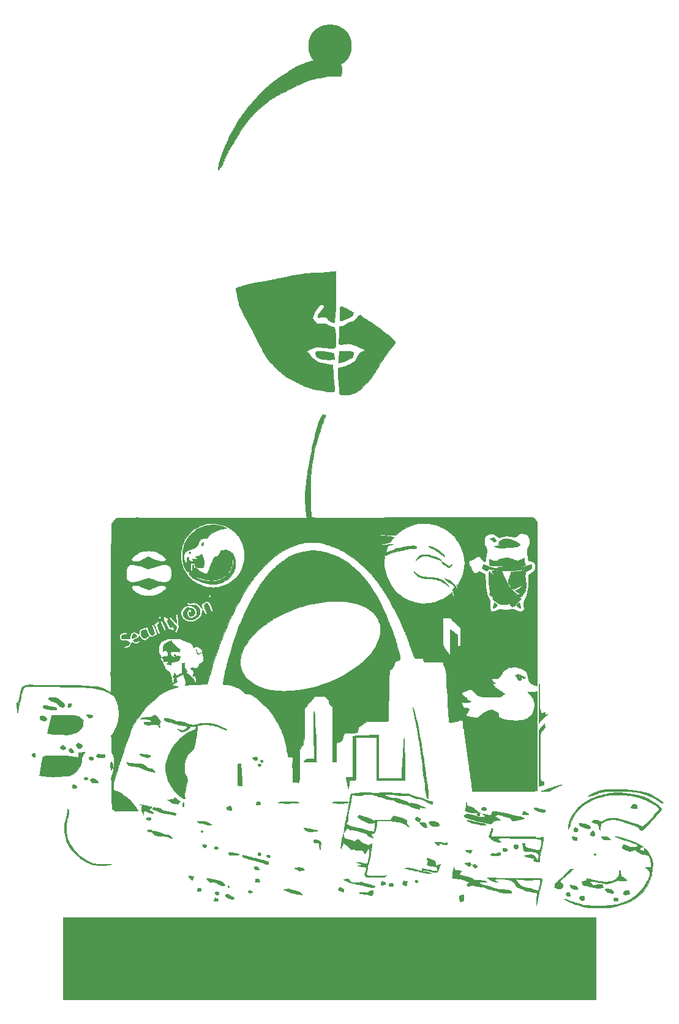
<source format=gbr>
%TF.GenerationSoftware,KiCad,Pcbnew,7.0.1*%
%TF.CreationDate,2023-08-30T08:14:34-05:00*%
%TF.ProjectId,Bsides-STL-Badge,42736964-6573-42d5-9354-4c2d42616467,rev?*%
%TF.SameCoordinates,Original*%
%TF.FileFunction,Copper,L1,Top*%
%TF.FilePolarity,Positive*%
%FSLAX46Y46*%
G04 Gerber Fmt 4.6, Leading zero omitted, Abs format (unit mm)*
G04 Created by KiCad (PCBNEW 7.0.1) date 2023-08-30 08:14:34*
%MOMM*%
%LPD*%
G01*
G04 APERTURE LIST*
%TA.AperFunction,EtchedComponent*%
%ADD10C,0.010000*%
%TD*%
%TA.AperFunction,ComponentPad*%
%ADD11C,6.000000*%
%TD*%
G04 APERTURE END LIST*
%TO.C,G\u002A\u002A\u002A*%
D10*
X170866143Y-160257833D02*
X97163809Y-160257833D01*
X97163809Y-148933666D01*
X170866143Y-148933666D01*
X170866143Y-160257833D01*
%TA.AperFunction,EtchedComponent*%
G36*
X170866143Y-160257833D02*
G01*
X97163809Y-160257833D01*
X97163809Y-148933666D01*
X170866143Y-148933666D01*
X170866143Y-160257833D01*
G37*
%TD.AperFunction*%
X110513851Y-122416049D02*
X110555459Y-122448493D01*
X110577781Y-122494073D01*
X110573335Y-122544202D01*
X110541989Y-122584737D01*
X110485042Y-122618412D01*
X110436238Y-122614271D01*
X110392976Y-122581166D01*
X110355943Y-122523746D01*
X110360175Y-122469717D01*
X110402711Y-122424918D01*
X110460441Y-122405329D01*
X110513851Y-122416049D01*
%TA.AperFunction,EtchedComponent*%
G36*
X110513851Y-122416049D02*
G01*
X110555459Y-122448493D01*
X110577781Y-122494073D01*
X110573335Y-122544202D01*
X110541989Y-122584737D01*
X110485042Y-122618412D01*
X110436238Y-122614271D01*
X110392976Y-122581166D01*
X110355943Y-122523746D01*
X110360175Y-122469717D01*
X110402711Y-122424918D01*
X110460441Y-122405329D01*
X110513851Y-122416049D01*
G37*
%TD.AperFunction*%
X116412706Y-136927134D02*
X116449584Y-136969069D01*
X116452946Y-137027101D01*
X116433557Y-137070597D01*
X116386472Y-137112997D01*
X116330392Y-137124297D01*
X116279128Y-137104564D01*
X116252291Y-137069750D01*
X116238618Y-137001276D01*
X116260221Y-136946894D01*
X116311818Y-136915406D01*
X116347541Y-136911000D01*
X116412706Y-136927134D01*
%TA.AperFunction,EtchedComponent*%
G36*
X116412706Y-136927134D02*
G01*
X116449584Y-136969069D01*
X116452946Y-137027101D01*
X116433557Y-137070597D01*
X116386472Y-137112997D01*
X116330392Y-137124297D01*
X116279128Y-137104564D01*
X116252291Y-137069750D01*
X116238618Y-137001276D01*
X116260221Y-136946894D01*
X116311818Y-136915406D01*
X116347541Y-136911000D01*
X116412706Y-136927134D01*
G37*
%TD.AperFunction*%
X112684851Y-112580713D02*
X112716813Y-112630399D01*
X112721309Y-112664583D01*
X112705013Y-112726250D01*
X112660382Y-112759942D01*
X112593801Y-112761901D01*
X112567851Y-112754859D01*
X112525996Y-112732052D01*
X112510761Y-112692288D01*
X112509643Y-112666217D01*
X112518868Y-112610556D01*
X112552733Y-112578025D01*
X112562559Y-112573184D01*
X112630242Y-112559804D01*
X112684851Y-112580713D01*
%TA.AperFunction,EtchedComponent*%
G36*
X112684851Y-112580713D02*
G01*
X112716813Y-112630399D01*
X112721309Y-112664583D01*
X112705013Y-112726250D01*
X112660382Y-112759942D01*
X112593801Y-112761901D01*
X112567851Y-112754859D01*
X112525996Y-112732052D01*
X112510761Y-112692288D01*
X112509643Y-112666217D01*
X112518868Y-112610556D01*
X112552733Y-112578025D01*
X112562559Y-112573184D01*
X112630242Y-112559804D01*
X112684851Y-112580713D01*
G37*
%TD.AperFunction*%
X114668560Y-98381422D02*
X114700393Y-98400196D01*
X114745114Y-98447368D01*
X114755969Y-98499471D01*
X114739102Y-98547608D01*
X114700656Y-98582879D01*
X114646776Y-98596386D01*
X114583605Y-98579230D01*
X114578684Y-98576471D01*
X114546762Y-98536807D01*
X114542753Y-98482205D01*
X114565255Y-98428264D01*
X114594559Y-98400196D01*
X114635987Y-98377800D01*
X114668560Y-98381422D01*
%TA.AperFunction,EtchedComponent*%
G36*
X114668560Y-98381422D02*
G01*
X114700393Y-98400196D01*
X114745114Y-98447368D01*
X114755969Y-98499471D01*
X114739102Y-98547608D01*
X114700656Y-98582879D01*
X114646776Y-98596386D01*
X114583605Y-98579230D01*
X114578684Y-98576471D01*
X114546762Y-98536807D01*
X114542753Y-98482205D01*
X114565255Y-98428264D01*
X114594559Y-98400196D01*
X114635987Y-98377800D01*
X114668560Y-98381422D01*
G37*
%TD.AperFunction*%
X120097712Y-144548232D02*
X120137535Y-144585738D01*
X120150712Y-144639784D01*
X120139990Y-144696556D01*
X120108116Y-144742240D01*
X120057836Y-144763025D01*
X120054977Y-144763160D01*
X120022725Y-144752484D01*
X119986186Y-144730883D01*
X119945871Y-144683419D01*
X119938782Y-144630290D01*
X119958816Y-144581492D01*
X119999869Y-144547021D01*
X120055836Y-144536873D01*
X120097712Y-144548232D01*
%TA.AperFunction,EtchedComponent*%
G36*
X120097712Y-144548232D02*
G01*
X120137535Y-144585738D01*
X120150712Y-144639784D01*
X120139990Y-144696556D01*
X120108116Y-144742240D01*
X120057836Y-144763025D01*
X120054977Y-144763160D01*
X120022725Y-144752484D01*
X119986186Y-144730883D01*
X119945871Y-144683419D01*
X119938782Y-144630290D01*
X119958816Y-144581492D01*
X119999869Y-144547021D01*
X120055836Y-144536873D01*
X120097712Y-144548232D01*
G37*
%TD.AperFunction*%
X170802560Y-140087108D02*
X170849122Y-140128839D01*
X170866143Y-140184927D01*
X170847773Y-140237339D01*
X170800808Y-140275683D01*
X170737466Y-140297139D01*
X170669963Y-140298886D01*
X170610517Y-140278104D01*
X170581593Y-140250623D01*
X170551636Y-140185332D01*
X170562099Y-140131337D01*
X170595686Y-140097783D01*
X170664821Y-140068029D01*
X170737453Y-140065655D01*
X170802560Y-140087108D01*
%TA.AperFunction,EtchedComponent*%
G36*
X170802560Y-140087108D02*
G01*
X170849122Y-140128839D01*
X170866143Y-140184927D01*
X170847773Y-140237339D01*
X170800808Y-140275683D01*
X170737466Y-140297139D01*
X170669963Y-140298886D01*
X170610517Y-140278104D01*
X170581593Y-140250623D01*
X170551636Y-140185332D01*
X170562099Y-140131337D01*
X170595686Y-140097783D01*
X170664821Y-140068029D01*
X170737453Y-140065655D01*
X170802560Y-140087108D01*
G37*
%TD.AperFunction*%
X124689289Y-127164996D02*
X124724437Y-127193871D01*
X124773721Y-127264185D01*
X124783335Y-127333804D01*
X124752813Y-127397633D01*
X124743976Y-127407166D01*
X124679844Y-127444775D01*
X124606536Y-127444687D01*
X124532533Y-127407680D01*
X124507353Y-127385467D01*
X124465786Y-127336289D01*
X124452997Y-127294449D01*
X124456967Y-127263758D01*
X124491936Y-127189064D01*
X124548331Y-127146133D01*
X124617124Y-127137324D01*
X124689289Y-127164996D01*
%TA.AperFunction,EtchedComponent*%
G36*
X124689289Y-127164996D02*
G01*
X124724437Y-127193871D01*
X124773721Y-127264185D01*
X124783335Y-127333804D01*
X124752813Y-127397633D01*
X124743976Y-127407166D01*
X124679844Y-127444775D01*
X124606536Y-127444687D01*
X124532533Y-127407680D01*
X124507353Y-127385467D01*
X124465786Y-127336289D01*
X124452997Y-127294449D01*
X124456967Y-127263758D01*
X124491936Y-127189064D01*
X124548331Y-127146133D01*
X124617124Y-127137324D01*
X124689289Y-127164996D01*
G37*
%TD.AperFunction*%
X116530860Y-97092414D02*
X116539829Y-97109338D01*
X116550537Y-97168056D01*
X116551349Y-97248517D01*
X116543004Y-97331486D01*
X116529083Y-97390121D01*
X116490681Y-97455287D01*
X116437111Y-97491770D01*
X116378581Y-97496964D01*
X116325300Y-97468266D01*
X116307676Y-97446610D01*
X116286676Y-97378815D01*
X116298548Y-97300583D01*
X116338808Y-97221396D01*
X116402976Y-97150736D01*
X116468267Y-97106846D01*
X116510452Y-97088211D01*
X116530860Y-97092414D01*
%TA.AperFunction,EtchedComponent*%
G36*
X116530860Y-97092414D02*
G01*
X116539829Y-97109338D01*
X116550537Y-97168056D01*
X116551349Y-97248517D01*
X116543004Y-97331486D01*
X116529083Y-97390121D01*
X116490681Y-97455287D01*
X116437111Y-97491770D01*
X116378581Y-97496964D01*
X116325300Y-97468266D01*
X116307676Y-97446610D01*
X116286676Y-97378815D01*
X116298548Y-97300583D01*
X116338808Y-97221396D01*
X116402976Y-97150736D01*
X116468267Y-97106846D01*
X116510452Y-97088211D01*
X116530860Y-97092414D01*
G37*
%TD.AperFunction*%
X124366427Y-127672172D02*
X124442432Y-127711711D01*
X124491241Y-127769843D01*
X124511810Y-127837178D01*
X124503096Y-127904326D01*
X124464054Y-127961900D01*
X124402597Y-127997606D01*
X124327160Y-128017097D01*
X124263723Y-128013335D01*
X124215244Y-127997377D01*
X124136341Y-127951307D01*
X124095353Y-127889723D01*
X124087809Y-127838627D01*
X124106874Y-127766843D01*
X124157451Y-127709653D01*
X124229619Y-127672988D01*
X124313452Y-127662774D01*
X124366427Y-127672172D01*
%TA.AperFunction,EtchedComponent*%
G36*
X124366427Y-127672172D02*
G01*
X124442432Y-127711711D01*
X124491241Y-127769843D01*
X124511810Y-127837178D01*
X124503096Y-127904326D01*
X124464054Y-127961900D01*
X124402597Y-127997606D01*
X124327160Y-128017097D01*
X124263723Y-128013335D01*
X124215244Y-127997377D01*
X124136341Y-127951307D01*
X124095353Y-127889723D01*
X124087809Y-127838627D01*
X124106874Y-127766843D01*
X124157451Y-127709653D01*
X124229619Y-127672988D01*
X124313452Y-127662774D01*
X124366427Y-127672172D01*
G37*
%TD.AperFunction*%
X146109670Y-143749967D02*
X146175917Y-143790815D01*
X146218581Y-143855657D01*
X146227542Y-143929381D01*
X146202445Y-143998196D01*
X146181818Y-144022175D01*
X146117974Y-144056379D01*
X146034738Y-144068680D01*
X145948670Y-144059527D01*
X145876333Y-144029369D01*
X145856764Y-144013378D01*
X145812546Y-143944328D01*
X145804476Y-143869515D01*
X145832265Y-143800278D01*
X145863018Y-143768454D01*
X145935117Y-143735759D01*
X146022727Y-143729982D01*
X146109670Y-143749967D01*
%TA.AperFunction,EtchedComponent*%
G36*
X146109670Y-143749967D02*
G01*
X146175917Y-143790815D01*
X146218581Y-143855657D01*
X146227542Y-143929381D01*
X146202445Y-143998196D01*
X146181818Y-144022175D01*
X146117974Y-144056379D01*
X146034738Y-144068680D01*
X145948670Y-144059527D01*
X145876333Y-144029369D01*
X145856764Y-144013378D01*
X145812546Y-143944328D01*
X145804476Y-143869515D01*
X145832265Y-143800278D01*
X145863018Y-143768454D01*
X145935117Y-143735759D01*
X146022727Y-143729982D01*
X146109670Y-143749967D01*
G37*
%TD.AperFunction*%
X154602768Y-134556036D02*
X154678512Y-134594011D01*
X154702108Y-134614155D01*
X154728052Y-134662768D01*
X154736075Y-134726233D01*
X154725782Y-134785306D01*
X154706223Y-134814811D01*
X154646162Y-134842001D01*
X154566119Y-134850082D01*
X154484172Y-134838477D01*
X154444227Y-134823183D01*
X154377155Y-134772087D01*
X154342219Y-134708621D01*
X154341958Y-134641912D01*
X154377309Y-134582666D01*
X154438176Y-134549007D01*
X154517992Y-134540582D01*
X154602768Y-134556036D01*
%TA.AperFunction,EtchedComponent*%
G36*
X154602768Y-134556036D02*
G01*
X154678512Y-134594011D01*
X154702108Y-134614155D01*
X154728052Y-134662768D01*
X154736075Y-134726233D01*
X154725782Y-134785306D01*
X154706223Y-134814811D01*
X154646162Y-134842001D01*
X154566119Y-134850082D01*
X154484172Y-134838477D01*
X154444227Y-134823183D01*
X154377155Y-134772087D01*
X154342219Y-134708621D01*
X154341958Y-134641912D01*
X154377309Y-134582666D01*
X154438176Y-134549007D01*
X154517992Y-134540582D01*
X154602768Y-134556036D01*
G37*
%TD.AperFunction*%
X118362580Y-139124379D02*
X118434226Y-139151228D01*
X118499254Y-139198067D01*
X118546120Y-139254359D01*
X118563309Y-139307635D01*
X118544512Y-139372546D01*
X118493987Y-139422295D01*
X118420537Y-139453949D01*
X118332965Y-139464571D01*
X118240073Y-139451229D01*
X118189309Y-139432334D01*
X118109465Y-139380317D01*
X118066668Y-139321033D01*
X118057683Y-139260233D01*
X118079275Y-139203664D01*
X118128209Y-139157079D01*
X118201249Y-139126225D01*
X118295161Y-139116854D01*
X118362580Y-139124379D01*
%TA.AperFunction,EtchedComponent*%
G36*
X118362580Y-139124379D02*
G01*
X118434226Y-139151228D01*
X118499254Y-139198067D01*
X118546120Y-139254359D01*
X118563309Y-139307635D01*
X118544512Y-139372546D01*
X118493987Y-139422295D01*
X118420537Y-139453949D01*
X118332965Y-139464571D01*
X118240073Y-139451229D01*
X118189309Y-139432334D01*
X118109465Y-139380317D01*
X118066668Y-139321033D01*
X118057683Y-139260233D01*
X118079275Y-139203664D01*
X118128209Y-139157079D01*
X118201249Y-139126225D01*
X118295161Y-139116854D01*
X118362580Y-139124379D01*
G37*
%TD.AperFunction*%
X100469771Y-129559367D02*
X100547450Y-129605621D01*
X100551850Y-129609874D01*
X100587188Y-129663426D01*
X100583240Y-129717936D01*
X100539376Y-129778491D01*
X100529778Y-129787967D01*
X100446316Y-129840217D01*
X100344650Y-129860887D01*
X100235636Y-129849181D01*
X100150155Y-129815822D01*
X100072741Y-129768835D01*
X100033701Y-129728444D01*
X100030852Y-129689104D01*
X100062015Y-129645265D01*
X100077374Y-129630673D01*
X100163891Y-129575444D01*
X100266074Y-129544801D01*
X100372007Y-129539268D01*
X100469771Y-129559367D01*
%TA.AperFunction,EtchedComponent*%
G36*
X100469771Y-129559367D02*
G01*
X100547450Y-129605621D01*
X100551850Y-129609874D01*
X100587188Y-129663426D01*
X100583240Y-129717936D01*
X100539376Y-129778491D01*
X100529778Y-129787967D01*
X100446316Y-129840217D01*
X100344650Y-129860887D01*
X100235636Y-129849181D01*
X100150155Y-129815822D01*
X100072741Y-129768835D01*
X100033701Y-129728444D01*
X100030852Y-129689104D01*
X100062015Y-129645265D01*
X100077374Y-129630673D01*
X100163891Y-129575444D01*
X100266074Y-129544801D01*
X100372007Y-129539268D01*
X100469771Y-129559367D01*
G37*
%TD.AperFunction*%
X109299871Y-135156414D02*
X109285719Y-135218548D01*
X109264687Y-135298352D01*
X109251379Y-135344666D01*
X109216652Y-135461083D01*
X109090439Y-135465850D01*
X108940041Y-135453754D01*
X108863070Y-135430621D01*
X108784822Y-135394830D01*
X108698102Y-135348177D01*
X108655881Y-135322583D01*
X108598220Y-135283958D01*
X108571883Y-135259642D01*
X108571692Y-135242499D01*
X108587704Y-135228590D01*
X108689785Y-135176275D01*
X108823649Y-135134743D01*
X108979559Y-135106529D01*
X109096597Y-135096061D01*
X109313635Y-135084578D01*
X109299871Y-135156414D01*
%TA.AperFunction,EtchedComponent*%
G36*
X109299871Y-135156414D02*
G01*
X109285719Y-135218548D01*
X109264687Y-135298352D01*
X109251379Y-135344666D01*
X109216652Y-135461083D01*
X109090439Y-135465850D01*
X108940041Y-135453754D01*
X108863070Y-135430621D01*
X108784822Y-135394830D01*
X108698102Y-135348177D01*
X108655881Y-135322583D01*
X108598220Y-135283958D01*
X108571883Y-135259642D01*
X108571692Y-135242499D01*
X108587704Y-135228590D01*
X108689785Y-135176275D01*
X108823649Y-135134743D01*
X108979559Y-135106529D01*
X109096597Y-135096061D01*
X109313635Y-135084578D01*
X109299871Y-135156414D01*
G37*
%TD.AperFunction*%
X124378040Y-139967013D02*
X124445204Y-140012764D01*
X124458160Y-140028829D01*
X124490289Y-140107092D01*
X124487724Y-140189007D01*
X124455666Y-140264596D01*
X124399315Y-140323884D01*
X124323872Y-140356897D01*
X124285229Y-140360523D01*
X124221146Y-140354266D01*
X124170149Y-140339771D01*
X124165201Y-140337194D01*
X124122294Y-140292452D01*
X124090374Y-140224154D01*
X124076503Y-140150897D01*
X124079786Y-140112280D01*
X124106727Y-140041866D01*
X124154474Y-139994261D01*
X124211333Y-139965262D01*
X124294994Y-139949869D01*
X124378040Y-139967013D01*
%TA.AperFunction,EtchedComponent*%
G36*
X124378040Y-139967013D02*
G01*
X124445204Y-140012764D01*
X124458160Y-140028829D01*
X124490289Y-140107092D01*
X124487724Y-140189007D01*
X124455666Y-140264596D01*
X124399315Y-140323884D01*
X124323872Y-140356897D01*
X124285229Y-140360523D01*
X124221146Y-140354266D01*
X124170149Y-140339771D01*
X124165201Y-140337194D01*
X124122294Y-140292452D01*
X124090374Y-140224154D01*
X124076503Y-140150897D01*
X124079786Y-140112280D01*
X124106727Y-140041866D01*
X124154474Y-139994261D01*
X124211333Y-139965262D01*
X124294994Y-139949869D01*
X124378040Y-139967013D01*
G37*
%TD.AperFunction*%
X125610165Y-140262463D02*
X125668005Y-140274749D01*
X125683010Y-140282358D01*
X125714960Y-140326116D01*
X125738394Y-140395349D01*
X125749218Y-140473431D01*
X125745268Y-140535246D01*
X125714684Y-140595267D01*
X125656197Y-140629238D01*
X125576100Y-140636068D01*
X125480686Y-140614665D01*
X125424772Y-140590866D01*
X125343849Y-140535920D01*
X125294069Y-140470034D01*
X125279084Y-140400151D01*
X125295318Y-140344744D01*
X125335513Y-140298829D01*
X125379294Y-140274197D01*
X125450483Y-140261775D01*
X125532549Y-140258000D01*
X125610165Y-140262463D01*
%TA.AperFunction,EtchedComponent*%
G36*
X125610165Y-140262463D02*
G01*
X125668005Y-140274749D01*
X125683010Y-140282358D01*
X125714960Y-140326116D01*
X125738394Y-140395349D01*
X125749218Y-140473431D01*
X125745268Y-140535246D01*
X125714684Y-140595267D01*
X125656197Y-140629238D01*
X125576100Y-140636068D01*
X125480686Y-140614665D01*
X125424772Y-140590866D01*
X125343849Y-140535920D01*
X125294069Y-140470034D01*
X125279084Y-140400151D01*
X125295318Y-140344744D01*
X125335513Y-140298829D01*
X125379294Y-140274197D01*
X125450483Y-140261775D01*
X125532549Y-140258000D01*
X125610165Y-140262463D01*
G37*
%TD.AperFunction*%
X93306856Y-126491708D02*
X93303819Y-126605022D01*
X93297295Y-126681349D01*
X93281550Y-126725978D01*
X93250856Y-126744197D01*
X93199480Y-126741293D01*
X93121691Y-126722553D01*
X93071376Y-126708972D01*
X92963374Y-126673691D01*
X92890444Y-126632143D01*
X92845326Y-126577497D01*
X92820764Y-126502921D01*
X92815314Y-126467965D01*
X92809711Y-126398496D01*
X92810640Y-126343076D01*
X92814238Y-126324250D01*
X92844953Y-126286717D01*
X92905899Y-126261333D01*
X93000862Y-126247101D01*
X93122644Y-126243000D01*
X93312819Y-126243000D01*
X93306856Y-126491708D01*
%TA.AperFunction,EtchedComponent*%
G36*
X93306856Y-126491708D02*
G01*
X93303819Y-126605022D01*
X93297295Y-126681349D01*
X93281550Y-126725978D01*
X93250856Y-126744197D01*
X93199480Y-126741293D01*
X93121691Y-126722553D01*
X93071376Y-126708972D01*
X92963374Y-126673691D01*
X92890444Y-126632143D01*
X92845326Y-126577497D01*
X92820764Y-126502921D01*
X92815314Y-126467965D01*
X92809711Y-126398496D01*
X92810640Y-126343076D01*
X92814238Y-126324250D01*
X92844953Y-126286717D01*
X92905899Y-126261333D01*
X93000862Y-126247101D01*
X93122644Y-126243000D01*
X93312819Y-126243000D01*
X93306856Y-126491708D01*
G37*
%TD.AperFunction*%
X118522474Y-145341071D02*
X118600484Y-145364091D01*
X118657037Y-145400911D01*
X118677161Y-145431531D01*
X118690068Y-145505727D01*
X118683133Y-145589805D01*
X118658550Y-145660185D01*
X118655416Y-145665243D01*
X118586704Y-145732870D01*
X118491503Y-145771696D01*
X118414077Y-145779833D01*
X118348507Y-145772837D01*
X118296107Y-145745669D01*
X118255945Y-145709536D01*
X118195180Y-145623973D01*
X118165078Y-145525980D01*
X118169387Y-145432367D01*
X118200901Y-145386644D01*
X118262220Y-145354637D01*
X118343089Y-145336361D01*
X118433258Y-145331833D01*
X118522474Y-145341071D01*
%TA.AperFunction,EtchedComponent*%
G36*
X118522474Y-145341071D02*
G01*
X118600484Y-145364091D01*
X118657037Y-145400911D01*
X118677161Y-145431531D01*
X118690068Y-145505727D01*
X118683133Y-145589805D01*
X118658550Y-145660185D01*
X118655416Y-145665243D01*
X118586704Y-145732870D01*
X118491503Y-145771696D01*
X118414077Y-145779833D01*
X118348507Y-145772837D01*
X118296107Y-145745669D01*
X118255945Y-145709536D01*
X118195180Y-145623973D01*
X118165078Y-145525980D01*
X118169387Y-145432367D01*
X118200901Y-145386644D01*
X118262220Y-145354637D01*
X118343089Y-145336361D01*
X118433258Y-145331833D01*
X118522474Y-145341071D01*
G37*
%TD.AperFunction*%
X116817798Y-138800465D02*
X116895990Y-138838065D01*
X116942705Y-138881750D01*
X116995396Y-138960961D01*
X117010449Y-139032948D01*
X116989539Y-139106189D01*
X116987757Y-139109695D01*
X116928147Y-139183130D01*
X116847209Y-139226081D01*
X116755676Y-139235706D01*
X116664284Y-139209162D01*
X116647726Y-139199736D01*
X116556091Y-139125055D01*
X116483686Y-139031451D01*
X116437923Y-138930540D01*
X116425476Y-138851535D01*
X116428434Y-138825312D01*
X116443275Y-138808949D01*
X116478950Y-138798768D01*
X116544409Y-138791095D01*
X116580243Y-138787962D01*
X116714803Y-138784347D01*
X116817798Y-138800465D01*
%TA.AperFunction,EtchedComponent*%
G36*
X116817798Y-138800465D02*
G01*
X116895990Y-138838065D01*
X116942705Y-138881750D01*
X116995396Y-138960961D01*
X117010449Y-139032948D01*
X116989539Y-139106189D01*
X116987757Y-139109695D01*
X116928147Y-139183130D01*
X116847209Y-139226081D01*
X116755676Y-139235706D01*
X116664284Y-139209162D01*
X116647726Y-139199736D01*
X116556091Y-139125055D01*
X116483686Y-139031451D01*
X116437923Y-138930540D01*
X116425476Y-138851535D01*
X116428434Y-138825312D01*
X116443275Y-138808949D01*
X116478950Y-138798768D01*
X116544409Y-138791095D01*
X116580243Y-138787962D01*
X116714803Y-138784347D01*
X116817798Y-138800465D01*
G37*
%TD.AperFunction*%
X123065542Y-145192387D02*
X123161890Y-145228038D01*
X123246413Y-145277315D01*
X123261852Y-145289460D01*
X123305841Y-145329106D01*
X123320842Y-145355132D01*
X123311817Y-145379207D01*
X123304185Y-145388987D01*
X123257930Y-145425960D01*
X123185392Y-145464203D01*
X123101779Y-145496583D01*
X123040059Y-145512904D01*
X122961193Y-145510015D01*
X122890280Y-145485982D01*
X122811533Y-145432761D01*
X122776028Y-145379000D01*
X122759789Y-145328056D01*
X122767090Y-145290081D01*
X122790379Y-145254784D01*
X122840518Y-145208334D01*
X122896637Y-145179762D01*
X122972185Y-145174811D01*
X123065542Y-145192387D01*
%TA.AperFunction,EtchedComponent*%
G36*
X123065542Y-145192387D02*
G01*
X123161890Y-145228038D01*
X123246413Y-145277315D01*
X123261852Y-145289460D01*
X123305841Y-145329106D01*
X123320842Y-145355132D01*
X123311817Y-145379207D01*
X123304185Y-145388987D01*
X123257930Y-145425960D01*
X123185392Y-145464203D01*
X123101779Y-145496583D01*
X123040059Y-145512904D01*
X122961193Y-145510015D01*
X122890280Y-145485982D01*
X122811533Y-145432761D01*
X122776028Y-145379000D01*
X122759789Y-145328056D01*
X122767090Y-145290081D01*
X122790379Y-145254784D01*
X122840518Y-145208334D01*
X122896637Y-145179762D01*
X122972185Y-145174811D01*
X123065542Y-145192387D01*
G37*
%TD.AperFunction*%
X154168334Y-141587489D02*
X154264791Y-141643358D01*
X154338418Y-141730201D01*
X154376767Y-141819458D01*
X154386201Y-141863661D01*
X154379804Y-141897580D01*
X154351883Y-141935523D01*
X154315706Y-141972916D01*
X154235831Y-142033867D01*
X154153395Y-142055001D01*
X154060094Y-142037824D01*
X154028059Y-142025128D01*
X153947380Y-141972070D01*
X153872053Y-141891623D01*
X153810792Y-141796533D01*
X153772310Y-141699547D01*
X153763594Y-141638212D01*
X153782733Y-141620027D01*
X153832799Y-141601161D01*
X153902521Y-141584337D01*
X153980632Y-141572276D01*
X154055559Y-141567699D01*
X154168334Y-141587489D01*
%TA.AperFunction,EtchedComponent*%
G36*
X154168334Y-141587489D02*
G01*
X154264791Y-141643358D01*
X154338418Y-141730201D01*
X154376767Y-141819458D01*
X154386201Y-141863661D01*
X154379804Y-141897580D01*
X154351883Y-141935523D01*
X154315706Y-141972916D01*
X154235831Y-142033867D01*
X154153395Y-142055001D01*
X154060094Y-142037824D01*
X154028059Y-142025128D01*
X153947380Y-141972070D01*
X153872053Y-141891623D01*
X153810792Y-141796533D01*
X153772310Y-141699547D01*
X153763594Y-141638212D01*
X153782733Y-141620027D01*
X153832799Y-141601161D01*
X153902521Y-141584337D01*
X153980632Y-141572276D01*
X154055559Y-141567699D01*
X154168334Y-141587489D01*
G37*
%TD.AperFunction*%
X113777147Y-133012580D02*
X113804711Y-133057173D01*
X113823464Y-133093490D01*
X113855275Y-133181490D01*
X113875861Y-133283582D01*
X113884321Y-133386965D01*
X113879753Y-133478840D01*
X113861256Y-133546407D01*
X113855990Y-133555597D01*
X113808888Y-133599982D01*
X113756689Y-133608955D01*
X113710781Y-133582846D01*
X113691122Y-133550791D01*
X113677229Y-133495882D01*
X113668342Y-133420278D01*
X113666675Y-133376166D01*
X113671153Y-133307947D01*
X113683344Y-133227505D01*
X113700670Y-133145437D01*
X113720553Y-133072339D01*
X113740415Y-133018808D01*
X113757676Y-132995441D01*
X113759377Y-132995166D01*
X113777147Y-133012580D01*
%TA.AperFunction,EtchedComponent*%
G36*
X113777147Y-133012580D02*
G01*
X113804711Y-133057173D01*
X113823464Y-133093490D01*
X113855275Y-133181490D01*
X113875861Y-133283582D01*
X113884321Y-133386965D01*
X113879753Y-133478840D01*
X113861256Y-133546407D01*
X113855990Y-133555597D01*
X113808888Y-133599982D01*
X113756689Y-133608955D01*
X113710781Y-133582846D01*
X113691122Y-133550791D01*
X113677229Y-133495882D01*
X113668342Y-133420278D01*
X113666675Y-133376166D01*
X113671153Y-133307947D01*
X113683344Y-133227505D01*
X113700670Y-133145437D01*
X113720553Y-133072339D01*
X113740415Y-133018808D01*
X113757676Y-132995441D01*
X113759377Y-132995166D01*
X113777147Y-133012580D01*
G37*
%TD.AperFunction*%
X123948206Y-141862766D02*
X124071572Y-141924769D01*
X124111588Y-141953855D01*
X124167184Y-142016990D01*
X124211501Y-142100866D01*
X124234591Y-142185289D01*
X124235897Y-142206204D01*
X124233768Y-142252133D01*
X124220228Y-142278021D01*
X124184731Y-142293799D01*
X124129101Y-142306746D01*
X124015031Y-142324752D01*
X123918046Y-142323406D01*
X123844393Y-142309874D01*
X123722157Y-142265330D01*
X123635542Y-142199043D01*
X123582898Y-142109349D01*
X123564930Y-142027736D01*
X123567095Y-141943397D01*
X123598406Y-141886870D01*
X123663756Y-141851273D01*
X123696793Y-141842200D01*
X123819772Y-141834298D01*
X123948206Y-141862766D01*
%TA.AperFunction,EtchedComponent*%
G36*
X123948206Y-141862766D02*
G01*
X124071572Y-141924769D01*
X124111588Y-141953855D01*
X124167184Y-142016990D01*
X124211501Y-142100866D01*
X124234591Y-142185289D01*
X124235897Y-142206204D01*
X124233768Y-142252133D01*
X124220228Y-142278021D01*
X124184731Y-142293799D01*
X124129101Y-142306746D01*
X124015031Y-142324752D01*
X123918046Y-142323406D01*
X123844393Y-142309874D01*
X123722157Y-142265330D01*
X123635542Y-142199043D01*
X123582898Y-142109349D01*
X123564930Y-142027736D01*
X123567095Y-141943397D01*
X123598406Y-141886870D01*
X123663756Y-141851273D01*
X123696793Y-141842200D01*
X123819772Y-141834298D01*
X123948206Y-141862766D01*
G37*
%TD.AperFunction*%
X141402605Y-143941575D02*
X141480910Y-143947845D01*
X141543277Y-143957522D01*
X141554638Y-143960347D01*
X141640624Y-144003495D01*
X141697390Y-144073469D01*
X141719529Y-144163373D01*
X141719643Y-144170740D01*
X141710539Y-144235174D01*
X141680130Y-144285609D01*
X141623768Y-144324713D01*
X141536806Y-144355154D01*
X141414596Y-144379598D01*
X141336397Y-144390719D01*
X141122385Y-144418336D01*
X141137503Y-144194209D01*
X141144581Y-144100542D01*
X141151872Y-144022899D01*
X141158397Y-143970808D01*
X141162214Y-143954208D01*
X141188168Y-143945030D01*
X141244624Y-143939986D01*
X141319973Y-143938895D01*
X141402605Y-143941575D01*
%TA.AperFunction,EtchedComponent*%
G36*
X141402605Y-143941575D02*
G01*
X141480910Y-143947845D01*
X141543277Y-143957522D01*
X141554638Y-143960347D01*
X141640624Y-144003495D01*
X141697390Y-144073469D01*
X141719529Y-144163373D01*
X141719643Y-144170740D01*
X141710539Y-144235174D01*
X141680130Y-144285609D01*
X141623768Y-144324713D01*
X141536806Y-144355154D01*
X141414596Y-144379598D01*
X141336397Y-144390719D01*
X141122385Y-144418336D01*
X141137503Y-144194209D01*
X141144581Y-144100542D01*
X141151872Y-144022899D01*
X141158397Y-143970808D01*
X141162214Y-143954208D01*
X141188168Y-143945030D01*
X141244624Y-143939986D01*
X141319973Y-143938895D01*
X141402605Y-143941575D01*
G37*
%TD.AperFunction*%
X142598910Y-144158832D02*
X142675069Y-144198311D01*
X142732741Y-144251717D01*
X142784453Y-144325215D01*
X142822059Y-144404213D01*
X142837416Y-144474116D01*
X142836856Y-144488186D01*
X142811829Y-144534197D01*
X142754075Y-144570836D01*
X142672459Y-144596631D01*
X142575844Y-144610112D01*
X142473095Y-144609808D01*
X142373073Y-144594247D01*
X142313285Y-144575078D01*
X142235735Y-144529018D01*
X142195554Y-144466128D01*
X142189949Y-144381157D01*
X142194406Y-144351564D01*
X142223783Y-144284956D01*
X142279816Y-144217790D01*
X142349179Y-144163423D01*
X142408086Y-144137392D01*
X142498769Y-144133285D01*
X142598910Y-144158832D01*
%TA.AperFunction,EtchedComponent*%
G36*
X142598910Y-144158832D02*
G01*
X142675069Y-144198311D01*
X142732741Y-144251717D01*
X142784453Y-144325215D01*
X142822059Y-144404213D01*
X142837416Y-144474116D01*
X142836856Y-144488186D01*
X142811829Y-144534197D01*
X142754075Y-144570836D01*
X142672459Y-144596631D01*
X142575844Y-144610112D01*
X142473095Y-144609808D01*
X142373073Y-144594247D01*
X142313285Y-144575078D01*
X142235735Y-144529018D01*
X142195554Y-144466128D01*
X142189949Y-144381157D01*
X142194406Y-144351564D01*
X142223783Y-144284956D01*
X142279816Y-144217790D01*
X142349179Y-144163423D01*
X142408086Y-144137392D01*
X142498769Y-144133285D01*
X142598910Y-144158832D01*
G37*
%TD.AperFunction*%
X155452135Y-133674319D02*
X155498167Y-133695661D01*
X155586003Y-133766751D01*
X155638265Y-133860368D01*
X155653096Y-133940411D01*
X155653774Y-133985632D01*
X155643011Y-134014469D01*
X155611863Y-134037144D01*
X155551383Y-134063878D01*
X155541476Y-134067948D01*
X155399279Y-134108782D01*
X155268347Y-134110707D01*
X155151290Y-134073691D01*
X155149579Y-134072800D01*
X155072880Y-134025341D01*
X155029980Y-133977118D01*
X155013331Y-133918276D01*
X155012309Y-133893558D01*
X155031396Y-133810334D01*
X155083162Y-133741306D01*
X155159362Y-133689833D01*
X155251754Y-133659272D01*
X155352093Y-133652982D01*
X155452135Y-133674319D01*
%TA.AperFunction,EtchedComponent*%
G36*
X155452135Y-133674319D02*
G01*
X155498167Y-133695661D01*
X155586003Y-133766751D01*
X155638265Y-133860368D01*
X155653096Y-133940411D01*
X155653774Y-133985632D01*
X155643011Y-134014469D01*
X155611863Y-134037144D01*
X155551383Y-134063878D01*
X155541476Y-134067948D01*
X155399279Y-134108782D01*
X155268347Y-134110707D01*
X155151290Y-134073691D01*
X155149579Y-134072800D01*
X155072880Y-134025341D01*
X155029980Y-133977118D01*
X155013331Y-133918276D01*
X155012309Y-133893558D01*
X155031396Y-133810334D01*
X155083162Y-133741306D01*
X155159362Y-133689833D01*
X155251754Y-133659272D01*
X155352093Y-133652982D01*
X155452135Y-133674319D01*
G37*
%TD.AperFunction*%
X159759429Y-138830561D02*
X159882425Y-138861948D01*
X159922976Y-138875358D01*
X160102893Y-138937195D01*
X160096769Y-139019472D01*
X160082673Y-139118211D01*
X160057411Y-139215168D01*
X160025244Y-139297375D01*
X159990433Y-139351865D01*
X159986174Y-139356022D01*
X159926836Y-139386844D01*
X159843054Y-139402891D01*
X159750318Y-139403443D01*
X159664119Y-139387776D01*
X159626643Y-139372786D01*
X159552677Y-139314174D01*
X159499178Y-139231599D01*
X159468395Y-139135861D01*
X159462583Y-139037760D01*
X159483994Y-138948093D01*
X159525237Y-138886617D01*
X159586945Y-138842723D01*
X159662972Y-138824095D01*
X159759429Y-138830561D01*
%TA.AperFunction,EtchedComponent*%
G36*
X159759429Y-138830561D02*
G01*
X159882425Y-138861948D01*
X159922976Y-138875358D01*
X160102893Y-138937195D01*
X160096769Y-139019472D01*
X160082673Y-139118211D01*
X160057411Y-139215168D01*
X160025244Y-139297375D01*
X159990433Y-139351865D01*
X159986174Y-139356022D01*
X159926836Y-139386844D01*
X159843054Y-139402891D01*
X159750318Y-139403443D01*
X159664119Y-139387776D01*
X159626643Y-139372786D01*
X159552677Y-139314174D01*
X159499178Y-139231599D01*
X159468395Y-139135861D01*
X159462583Y-139037760D01*
X159483994Y-138948093D01*
X159525237Y-138886617D01*
X159586945Y-138842723D01*
X159662972Y-138824095D01*
X159759429Y-138830561D01*
G37*
%TD.AperFunction*%
X173717341Y-146166537D02*
X173804813Y-146198718D01*
X173858148Y-146253113D01*
X173871890Y-146286865D01*
X173891394Y-146393730D01*
X173887141Y-146481784D01*
X173859715Y-146543226D01*
X173852044Y-146551148D01*
X173762642Y-146606413D01*
X173652483Y-146636940D01*
X173536348Y-146640993D01*
X173429017Y-146616837D01*
X173401235Y-146604089D01*
X173324513Y-146545324D01*
X173275889Y-146470012D01*
X173259407Y-146387983D01*
X173279111Y-146309064D01*
X173279532Y-146308272D01*
X173326098Y-146256387D01*
X173400706Y-146209213D01*
X173489120Y-146173636D01*
X173577103Y-146156545D01*
X173594413Y-146155948D01*
X173717341Y-146166537D01*
%TA.AperFunction,EtchedComponent*%
G36*
X173717341Y-146166537D02*
G01*
X173804813Y-146198718D01*
X173858148Y-146253113D01*
X173871890Y-146286865D01*
X173891394Y-146393730D01*
X173887141Y-146481784D01*
X173859715Y-146543226D01*
X173852044Y-146551148D01*
X173762642Y-146606413D01*
X173652483Y-146636940D01*
X173536348Y-146640993D01*
X173429017Y-146616837D01*
X173401235Y-146604089D01*
X173324513Y-146545324D01*
X173275889Y-146470012D01*
X173259407Y-146387983D01*
X173279111Y-146309064D01*
X173279532Y-146308272D01*
X173326098Y-146256387D01*
X173400706Y-146209213D01*
X173489120Y-146173636D01*
X173577103Y-146156545D01*
X173594413Y-146155948D01*
X173717341Y-146166537D01*
G37*
%TD.AperFunction*%
X101047822Y-126684981D02*
X101100450Y-126699937D01*
X101196618Y-126740207D01*
X101272591Y-126794823D01*
X101320597Y-126856860D01*
X101333643Y-126907693D01*
X101321917Y-126984157D01*
X101291705Y-127060793D01*
X101250448Y-127122371D01*
X101215082Y-127150292D01*
X101130281Y-127171128D01*
X101030280Y-127170103D01*
X100935583Y-127148094D01*
X100910731Y-127137258D01*
X100836892Y-127083188D01*
X100778398Y-127009019D01*
X100745110Y-126928907D01*
X100740976Y-126893546D01*
X100754731Y-126836399D01*
X100799512Y-126773353D01*
X100823152Y-126748509D01*
X100876224Y-126700145D01*
X100922688Y-126674955D01*
X100975552Y-126670660D01*
X101047822Y-126684981D01*
%TA.AperFunction,EtchedComponent*%
G36*
X101047822Y-126684981D02*
G01*
X101100450Y-126699937D01*
X101196618Y-126740207D01*
X101272591Y-126794823D01*
X101320597Y-126856860D01*
X101333643Y-126907693D01*
X101321917Y-126984157D01*
X101291705Y-127060793D01*
X101250448Y-127122371D01*
X101215082Y-127150292D01*
X101130281Y-127171128D01*
X101030280Y-127170103D01*
X100935583Y-127148094D01*
X100910731Y-127137258D01*
X100836892Y-127083188D01*
X100778398Y-127009019D01*
X100745110Y-126928907D01*
X100740976Y-126893546D01*
X100754731Y-126836399D01*
X100799512Y-126773353D01*
X100823152Y-126748509D01*
X100876224Y-126700145D01*
X100922688Y-126674955D01*
X100975552Y-126670660D01*
X101047822Y-126684981D01*
G37*
%TD.AperFunction*%
X123964667Y-143539899D02*
X124072343Y-143545851D01*
X124147192Y-143558170D01*
X124198716Y-143583884D01*
X124236414Y-143630024D01*
X124269789Y-143703616D01*
X124300144Y-143788080D01*
X124325850Y-143861930D01*
X124346657Y-143921563D01*
X124358079Y-143954127D01*
X124358108Y-143954208D01*
X124352294Y-143964638D01*
X124323207Y-143972117D01*
X124266200Y-143977027D01*
X124176625Y-143979747D01*
X124049835Y-143980660D01*
X124035475Y-143980666D01*
X123703446Y-143980666D01*
X123714446Y-143922458D01*
X123721528Y-143873252D01*
X123730056Y-143797166D01*
X123738331Y-143709540D01*
X123739323Y-143697827D01*
X123753200Y-143531405D01*
X123964667Y-143539899D01*
%TA.AperFunction,EtchedComponent*%
G36*
X123964667Y-143539899D02*
G01*
X124072343Y-143545851D01*
X124147192Y-143558170D01*
X124198716Y-143583884D01*
X124236414Y-143630024D01*
X124269789Y-143703616D01*
X124300144Y-143788080D01*
X124325850Y-143861930D01*
X124346657Y-143921563D01*
X124358079Y-143954127D01*
X124358108Y-143954208D01*
X124352294Y-143964638D01*
X124323207Y-143972117D01*
X124266200Y-143977027D01*
X124176625Y-143979747D01*
X124049835Y-143980660D01*
X124035475Y-143980666D01*
X123703446Y-143980666D01*
X123714446Y-143922458D01*
X123721528Y-143873252D01*
X123730056Y-143797166D01*
X123738331Y-143709540D01*
X123739323Y-143697827D01*
X123753200Y-143531405D01*
X123964667Y-143539899D01*
G37*
%TD.AperFunction*%
X160896249Y-134259076D02*
X161001807Y-134279323D01*
X161119964Y-134326468D01*
X161237823Y-134393613D01*
X161342488Y-134473864D01*
X161392949Y-134524702D01*
X161441040Y-134581503D01*
X161475576Y-134625778D01*
X161489295Y-134648200D01*
X161489309Y-134648448D01*
X161473199Y-134662860D01*
X161423498Y-134673893D01*
X161338149Y-134681718D01*
X161215094Y-134686510D01*
X161052276Y-134688441D01*
X161012998Y-134688500D01*
X160668978Y-134688500D01*
X160698927Y-134545629D01*
X160720096Y-134459475D01*
X160745094Y-134378817D01*
X160765134Y-134328670D01*
X160791132Y-134282787D01*
X160819944Y-134262135D01*
X160867935Y-134258028D01*
X160896249Y-134259076D01*
%TA.AperFunction,EtchedComponent*%
G36*
X160896249Y-134259076D02*
G01*
X161001807Y-134279323D01*
X161119964Y-134326468D01*
X161237823Y-134393613D01*
X161342488Y-134473864D01*
X161392949Y-134524702D01*
X161441040Y-134581503D01*
X161475576Y-134625778D01*
X161489295Y-134648200D01*
X161489309Y-134648448D01*
X161473199Y-134662860D01*
X161423498Y-134673893D01*
X161338149Y-134681718D01*
X161215094Y-134686510D01*
X161052276Y-134688441D01*
X161012998Y-134688500D01*
X160668978Y-134688500D01*
X160698927Y-134545629D01*
X160720096Y-134459475D01*
X160745094Y-134378817D01*
X160765134Y-134328670D01*
X160791132Y-134282787D01*
X160819944Y-134262135D01*
X160867935Y-134258028D01*
X160896249Y-134259076D01*
G37*
%TD.AperFunction*%
X167411531Y-144453200D02*
X167655198Y-144480830D01*
X167864502Y-144526452D01*
X168038339Y-144589630D01*
X168175602Y-144669929D01*
X168275187Y-144766916D01*
X168299576Y-144802481D01*
X168339452Y-144882267D01*
X168345838Y-144938054D01*
X168318476Y-144972065D01*
X168278518Y-144984201D01*
X168173037Y-144998087D01*
X168084862Y-145002487D01*
X167990193Y-144998042D01*
X167939188Y-144993331D01*
X167799294Y-144965290D01*
X167655562Y-144912655D01*
X167525689Y-144842740D01*
X167462941Y-144796526D01*
X167394381Y-144726884D01*
X167325744Y-144638299D01*
X167269560Y-144548035D01*
X167246027Y-144497632D01*
X167224076Y-144439894D01*
X167411531Y-144453200D01*
%TA.AperFunction,EtchedComponent*%
G36*
X167411531Y-144453200D02*
G01*
X167655198Y-144480830D01*
X167864502Y-144526452D01*
X168038339Y-144589630D01*
X168175602Y-144669929D01*
X168275187Y-144766916D01*
X168299576Y-144802481D01*
X168339452Y-144882267D01*
X168345838Y-144938054D01*
X168318476Y-144972065D01*
X168278518Y-144984201D01*
X168173037Y-144998087D01*
X168084862Y-145002487D01*
X167990193Y-144998042D01*
X167939188Y-144993331D01*
X167799294Y-144965290D01*
X167655562Y-144912655D01*
X167525689Y-144842740D01*
X167462941Y-144796526D01*
X167394381Y-144726884D01*
X167325744Y-144638299D01*
X167269560Y-144548035D01*
X167246027Y-144497632D01*
X167224076Y-144439894D01*
X167411531Y-144453200D01*
G37*
%TD.AperFunction*%
X98596299Y-130562030D02*
X98651289Y-130565420D01*
X98738988Y-130575548D01*
X98819654Y-130592396D01*
X98873816Y-130611460D01*
X98945259Y-130669002D01*
X98987316Y-130745533D01*
X98998876Y-130830456D01*
X98978826Y-130913173D01*
X98926057Y-130983085D01*
X98913814Y-130992888D01*
X98871269Y-131017098D01*
X98815376Y-131032492D01*
X98734790Y-131041540D01*
X98675987Y-131044701D01*
X98497904Y-131052153D01*
X98473628Y-130991784D01*
X98457438Y-130922431D01*
X98450473Y-130830008D01*
X98452720Y-130732759D01*
X98464170Y-130648929D01*
X98473852Y-130616458D01*
X98488074Y-130585133D01*
X98506207Y-130567639D01*
X98538774Y-130560946D01*
X98596299Y-130562030D01*
%TA.AperFunction,EtchedComponent*%
G36*
X98596299Y-130562030D02*
G01*
X98651289Y-130565420D01*
X98738988Y-130575548D01*
X98819654Y-130592396D01*
X98873816Y-130611460D01*
X98945259Y-130669002D01*
X98987316Y-130745533D01*
X98998876Y-130830456D01*
X98978826Y-130913173D01*
X98926057Y-130983085D01*
X98913814Y-130992888D01*
X98871269Y-131017098D01*
X98815376Y-131032492D01*
X98734790Y-131041540D01*
X98675987Y-131044701D01*
X98497904Y-131052153D01*
X98473628Y-130991784D01*
X98457438Y-130922431D01*
X98450473Y-130830008D01*
X98452720Y-130732759D01*
X98464170Y-130648929D01*
X98473852Y-130616458D01*
X98488074Y-130585133D01*
X98506207Y-130567639D01*
X98538774Y-130560946D01*
X98596299Y-130562030D01*
G37*
%TD.AperFunction*%
X135777101Y-144879822D02*
X135919976Y-145017467D01*
X135919976Y-145186983D01*
X135917784Y-145278700D01*
X135910718Y-145332961D01*
X135898043Y-145354440D01*
X135893518Y-145355223D01*
X135864234Y-145347494D01*
X135804387Y-145327432D01*
X135722837Y-145298125D01*
X135633192Y-145264479D01*
X135528748Y-145222712D01*
X135427960Y-145179251D01*
X135343811Y-145139863D01*
X135297845Y-145115541D01*
X135240166Y-145079970D01*
X135211699Y-145052915D01*
X135204699Y-145022240D01*
X135210800Y-144979133D01*
X135235569Y-144891718D01*
X135276276Y-144830548D01*
X135340119Y-144790192D01*
X135434297Y-144765218D01*
X135507226Y-144755476D01*
X135634226Y-144742178D01*
X135777101Y-144879822D01*
%TA.AperFunction,EtchedComponent*%
G36*
X135777101Y-144879822D02*
G01*
X135919976Y-145017467D01*
X135919976Y-145186983D01*
X135917784Y-145278700D01*
X135910718Y-145332961D01*
X135898043Y-145354440D01*
X135893518Y-145355223D01*
X135864234Y-145347494D01*
X135804387Y-145327432D01*
X135722837Y-145298125D01*
X135633192Y-145264479D01*
X135528748Y-145222712D01*
X135427960Y-145179251D01*
X135343811Y-145139863D01*
X135297845Y-145115541D01*
X135240166Y-145079970D01*
X135211699Y-145052915D01*
X135204699Y-145022240D01*
X135210800Y-144979133D01*
X135235569Y-144891718D01*
X135276276Y-144830548D01*
X135340119Y-144790192D01*
X135434297Y-144765218D01*
X135507226Y-144755476D01*
X135634226Y-144742178D01*
X135777101Y-144879822D01*
G37*
%TD.AperFunction*%
X152539497Y-146551344D02*
X152480609Y-146598300D01*
X152434615Y-146624014D01*
X152360842Y-146654243D01*
X152272890Y-146684563D01*
X152184360Y-146710556D01*
X152108852Y-146727799D01*
X152068280Y-146732333D01*
X152049891Y-146717415D01*
X152030090Y-146670183D01*
X152007563Y-146586923D01*
X151991610Y-146515375D01*
X151962036Y-146370392D01*
X151942326Y-146258635D01*
X151931701Y-146172356D01*
X151929383Y-146103807D01*
X151934594Y-146045239D01*
X151941020Y-146011625D01*
X151966181Y-145941485D01*
X152009478Y-145887883D01*
X152076016Y-145848435D01*
X152170904Y-145820756D01*
X152299247Y-145802463D01*
X152406614Y-145794263D01*
X152563169Y-145785042D01*
X152539497Y-146551344D01*
%TA.AperFunction,EtchedComponent*%
G36*
X152539497Y-146551344D02*
G01*
X152480609Y-146598300D01*
X152434615Y-146624014D01*
X152360842Y-146654243D01*
X152272890Y-146684563D01*
X152184360Y-146710556D01*
X152108852Y-146727799D01*
X152068280Y-146732333D01*
X152049891Y-146717415D01*
X152030090Y-146670183D01*
X152007563Y-146586923D01*
X151991610Y-146515375D01*
X151962036Y-146370392D01*
X151942326Y-146258635D01*
X151931701Y-146172356D01*
X151929383Y-146103807D01*
X151934594Y-146045239D01*
X151941020Y-146011625D01*
X151966181Y-145941485D01*
X152009478Y-145887883D01*
X152076016Y-145848435D01*
X152170904Y-145820756D01*
X152299247Y-145802463D01*
X152406614Y-145794263D01*
X152563169Y-145785042D01*
X152539497Y-146551344D01*
G37*
%TD.AperFunction*%
X168010358Y-136473881D02*
X168048489Y-136484420D01*
X168112125Y-136515974D01*
X168182177Y-136569816D01*
X168249567Y-136636308D01*
X168305218Y-136705812D01*
X168340051Y-136768691D01*
X168347230Y-136801580D01*
X168327771Y-136884276D01*
X168275510Y-136962653D01*
X168199279Y-137024738D01*
X168172247Y-137038765D01*
X168059195Y-137074018D01*
X167954351Y-137070919D01*
X167888304Y-137049352D01*
X167817724Y-136996629D01*
X167771821Y-136914371D01*
X167754673Y-136810025D01*
X167754643Y-136805166D01*
X167766837Y-136711269D01*
X167807153Y-136626694D01*
X167881188Y-136540117D01*
X167889788Y-136531751D01*
X167936938Y-136489108D01*
X167971437Y-136471515D01*
X168010358Y-136473881D01*
%TA.AperFunction,EtchedComponent*%
G36*
X168010358Y-136473881D02*
G01*
X168048489Y-136484420D01*
X168112125Y-136515974D01*
X168182177Y-136569816D01*
X168249567Y-136636308D01*
X168305218Y-136705812D01*
X168340051Y-136768691D01*
X168347230Y-136801580D01*
X168327771Y-136884276D01*
X168275510Y-136962653D01*
X168199279Y-137024738D01*
X168172247Y-137038765D01*
X168059195Y-137074018D01*
X167954351Y-137070919D01*
X167888304Y-137049352D01*
X167817724Y-136996629D01*
X167771821Y-136914371D01*
X167754673Y-136810025D01*
X167754643Y-136805166D01*
X167766837Y-136711269D01*
X167807153Y-136626694D01*
X167881188Y-136540117D01*
X167889788Y-136531751D01*
X167936938Y-136489108D01*
X167971437Y-136471515D01*
X168010358Y-136473881D01*
G37*
%TD.AperFunction*%
X100606178Y-120853965D02*
X100757791Y-120864906D01*
X100877479Y-120878627D01*
X100975640Y-120897066D01*
X101062675Y-120922166D01*
X101146433Y-120954766D01*
X101207115Y-120983721D01*
X101237657Y-121009698D01*
X101247977Y-121043400D01*
X101248664Y-121065064D01*
X101230948Y-121165447D01*
X101179175Y-121241081D01*
X101093812Y-121291719D01*
X100975325Y-121317110D01*
X100824181Y-121317006D01*
X100783638Y-121313219D01*
X100725974Y-121305633D01*
X100685057Y-121293061D01*
X100650260Y-121268061D01*
X100610959Y-121223191D01*
X100561388Y-121157560D01*
X100503967Y-121077680D01*
X100449812Y-120998057D01*
X100409395Y-120934158D01*
X100405095Y-120926763D01*
X100354964Y-120838987D01*
X100606178Y-120853965D01*
%TA.AperFunction,EtchedComponent*%
G36*
X100606178Y-120853965D02*
G01*
X100757791Y-120864906D01*
X100877479Y-120878627D01*
X100975640Y-120897066D01*
X101062675Y-120922166D01*
X101146433Y-120954766D01*
X101207115Y-120983721D01*
X101237657Y-121009698D01*
X101247977Y-121043400D01*
X101248664Y-121065064D01*
X101230948Y-121165447D01*
X101179175Y-121241081D01*
X101093812Y-121291719D01*
X100975325Y-121317110D01*
X100824181Y-121317006D01*
X100783638Y-121313219D01*
X100725974Y-121305633D01*
X100685057Y-121293061D01*
X100650260Y-121268061D01*
X100610959Y-121223191D01*
X100561388Y-121157560D01*
X100503967Y-121077680D01*
X100449812Y-120998057D01*
X100409395Y-120934158D01*
X100405095Y-120926763D01*
X100354964Y-120838987D01*
X100606178Y-120853965D01*
G37*
%TD.AperFunction*%
X118310616Y-146234862D02*
X118388777Y-146257534D01*
X118455862Y-146281604D01*
X118492678Y-146299257D01*
X118535181Y-146349499D01*
X118557184Y-146424556D01*
X118554829Y-146510316D01*
X118552963Y-146519586D01*
X118545764Y-146545943D01*
X118533288Y-146565352D01*
X118509173Y-146579562D01*
X118467059Y-146590319D01*
X118400587Y-146599369D01*
X118303396Y-146608459D01*
X118198212Y-146617018D01*
X118113023Y-146622436D01*
X118060973Y-146621322D01*
X118033234Y-146612690D01*
X118021611Y-146597305D01*
X118021608Y-146558450D01*
X118035575Y-146494140D01*
X118059297Y-146417149D01*
X118088559Y-146340253D01*
X118119146Y-146276224D01*
X118136472Y-146249179D01*
X118174340Y-146199942D01*
X118310616Y-146234862D01*
%TA.AperFunction,EtchedComponent*%
G36*
X118310616Y-146234862D02*
G01*
X118388777Y-146257534D01*
X118455862Y-146281604D01*
X118492678Y-146299257D01*
X118535181Y-146349499D01*
X118557184Y-146424556D01*
X118554829Y-146510316D01*
X118552963Y-146519586D01*
X118545764Y-146545943D01*
X118533288Y-146565352D01*
X118509173Y-146579562D01*
X118467059Y-146590319D01*
X118400587Y-146599369D01*
X118303396Y-146608459D01*
X118198212Y-146617018D01*
X118113023Y-146622436D01*
X118060973Y-146621322D01*
X118033234Y-146612690D01*
X118021611Y-146597305D01*
X118021608Y-146558450D01*
X118035575Y-146494140D01*
X118059297Y-146417149D01*
X118088559Y-146340253D01*
X118119146Y-146276224D01*
X118136472Y-146249179D01*
X118174340Y-146199942D01*
X118310616Y-146234862D01*
G37*
%TD.AperFunction*%
X146139645Y-135053985D02*
X146248157Y-135089151D01*
X146383472Y-135151195D01*
X146393056Y-135156040D01*
X146605156Y-135263746D01*
X146553436Y-135380694D01*
X146515137Y-135464938D01*
X146477520Y-135543701D01*
X146444949Y-135608278D01*
X146421787Y-135649967D01*
X146412921Y-135660982D01*
X146392218Y-135653769D01*
X146341275Y-135635579D01*
X146269662Y-135609834D01*
X146241349Y-135599622D01*
X146155850Y-135566237D01*
X146079513Y-135531996D01*
X146026315Y-135503270D01*
X146019099Y-135498319D01*
X145938598Y-135420756D01*
X145888103Y-135333762D01*
X145869483Y-135245091D01*
X145884606Y-135162500D01*
X145924112Y-135104136D01*
X145982703Y-135062040D01*
X146052854Y-135045135D01*
X146139645Y-135053985D01*
%TA.AperFunction,EtchedComponent*%
G36*
X146139645Y-135053985D02*
G01*
X146248157Y-135089151D01*
X146383472Y-135151195D01*
X146393056Y-135156040D01*
X146605156Y-135263746D01*
X146553436Y-135380694D01*
X146515137Y-135464938D01*
X146477520Y-135543701D01*
X146444949Y-135608278D01*
X146421787Y-135649967D01*
X146412921Y-135660982D01*
X146392218Y-135653769D01*
X146341275Y-135635579D01*
X146269662Y-135609834D01*
X146241349Y-135599622D01*
X146155850Y-135566237D01*
X146079513Y-135531996D01*
X146026315Y-135503270D01*
X146019099Y-135498319D01*
X145938598Y-135420756D01*
X145888103Y-135333762D01*
X145869483Y-135245091D01*
X145884606Y-135162500D01*
X145924112Y-135104136D01*
X145982703Y-135062040D01*
X146052854Y-135045135D01*
X146139645Y-135053985D01*
G37*
%TD.AperFunction*%
X167075529Y-145417133D02*
X167093370Y-145423369D01*
X167134343Y-145442005D01*
X167162714Y-145467044D01*
X167185600Y-145508872D01*
X167210123Y-145577874D01*
X167219447Y-145607291D01*
X167245431Y-145695760D01*
X167267484Y-145780613D01*
X167280918Y-145843785D01*
X167281084Y-145844812D01*
X167294386Y-145928000D01*
X167074723Y-145926658D01*
X166977381Y-145924257D01*
X166891672Y-145918865D01*
X166829179Y-145911384D01*
X166806494Y-145905825D01*
X166760328Y-145867319D01*
X166723042Y-145799428D01*
X166700427Y-145714987D01*
X166696309Y-145661606D01*
X166703920Y-145604690D01*
X166732132Y-145553369D01*
X166776730Y-145503932D01*
X166871245Y-145433003D01*
X166970886Y-145404059D01*
X167075529Y-145417133D01*
%TA.AperFunction,EtchedComponent*%
G36*
X167075529Y-145417133D02*
G01*
X167093370Y-145423369D01*
X167134343Y-145442005D01*
X167162714Y-145467044D01*
X167185600Y-145508872D01*
X167210123Y-145577874D01*
X167219447Y-145607291D01*
X167245431Y-145695760D01*
X167267484Y-145780613D01*
X167280918Y-145843785D01*
X167281084Y-145844812D01*
X167294386Y-145928000D01*
X167074723Y-145926658D01*
X166977381Y-145924257D01*
X166891672Y-145918865D01*
X166829179Y-145911384D01*
X166806494Y-145905825D01*
X166760328Y-145867319D01*
X166723042Y-145799428D01*
X166700427Y-145714987D01*
X166696309Y-145661606D01*
X166703920Y-145604690D01*
X166732132Y-145553369D01*
X166776730Y-145503932D01*
X166871245Y-145433003D01*
X166970886Y-145404059D01*
X167075529Y-145417133D01*
G37*
%TD.AperFunction*%
X170476701Y-136996197D02*
X170576294Y-137098972D01*
X170643609Y-137185358D01*
X170682374Y-137261234D01*
X170696315Y-137332478D01*
X170696497Y-137342800D01*
X170680597Y-137450376D01*
X170632470Y-137532542D01*
X170590976Y-137568831D01*
X170525212Y-137598945D01*
X170439580Y-137617816D01*
X170355920Y-137621433D01*
X170326393Y-137617389D01*
X170228485Y-137594715D01*
X170163194Y-137574791D01*
X170121487Y-137552782D01*
X170094334Y-137523856D01*
X170072701Y-137483177D01*
X170071767Y-137481112D01*
X170043721Y-137399232D01*
X170040723Y-137324790D01*
X170065358Y-137250403D01*
X170120210Y-137168692D01*
X170207861Y-137072272D01*
X170218666Y-137061401D01*
X170378589Y-136901478D01*
X170476701Y-136996197D01*
%TA.AperFunction,EtchedComponent*%
G36*
X170476701Y-136996197D02*
G01*
X170576294Y-137098972D01*
X170643609Y-137185358D01*
X170682374Y-137261234D01*
X170696315Y-137332478D01*
X170696497Y-137342800D01*
X170680597Y-137450376D01*
X170632470Y-137532542D01*
X170590976Y-137568831D01*
X170525212Y-137598945D01*
X170439580Y-137617816D01*
X170355920Y-137621433D01*
X170326393Y-137617389D01*
X170228485Y-137594715D01*
X170163194Y-137574791D01*
X170121487Y-137552782D01*
X170094334Y-137523856D01*
X170072701Y-137483177D01*
X170071767Y-137481112D01*
X170043721Y-137399232D01*
X170040723Y-137324790D01*
X170065358Y-137250403D01*
X170120210Y-137168692D01*
X170207861Y-137072272D01*
X170218666Y-137061401D01*
X170378589Y-136901478D01*
X170476701Y-136996197D01*
G37*
%TD.AperFunction*%
X97147775Y-125072698D02*
X97196350Y-125112854D01*
X97257838Y-125170729D01*
X97325151Y-125238914D01*
X97391200Y-125310003D01*
X97448899Y-125376588D01*
X97491159Y-125431262D01*
X97510892Y-125466618D01*
X97511025Y-125467149D01*
X97515977Y-125514868D01*
X97500405Y-125553255D01*
X97458140Y-125589795D01*
X97383012Y-125631972D01*
X97369580Y-125638723D01*
X97241728Y-125683636D01*
X97120065Y-125687151D01*
X97004287Y-125650340D01*
X96942776Y-125611744D01*
X96871199Y-125555208D01*
X96819262Y-125506941D01*
X96719675Y-125405833D01*
X96908440Y-125231750D01*
X96983139Y-125164446D01*
X97047683Y-125109244D01*
X97095252Y-125071774D01*
X97119026Y-125057671D01*
X97119200Y-125057666D01*
X97147775Y-125072698D01*
%TA.AperFunction,EtchedComponent*%
G36*
X97147775Y-125072698D02*
G01*
X97196350Y-125112854D01*
X97257838Y-125170729D01*
X97325151Y-125238914D01*
X97391200Y-125310003D01*
X97448899Y-125376588D01*
X97491159Y-125431262D01*
X97510892Y-125466618D01*
X97511025Y-125467149D01*
X97515977Y-125514868D01*
X97500405Y-125553255D01*
X97458140Y-125589795D01*
X97383012Y-125631972D01*
X97369580Y-125638723D01*
X97241728Y-125683636D01*
X97120065Y-125687151D01*
X97004287Y-125650340D01*
X96942776Y-125611744D01*
X96871199Y-125555208D01*
X96819262Y-125506941D01*
X96719675Y-125405833D01*
X96908440Y-125231750D01*
X96983139Y-125164446D01*
X97047683Y-125109244D01*
X97095252Y-125071774D01*
X97119026Y-125057671D01*
X97119200Y-125057666D01*
X97147775Y-125072698D01*
G37*
%TD.AperFunction*%
X103883531Y-127419892D02*
X103922716Y-127488263D01*
X103927955Y-127499517D01*
X103981664Y-127656132D01*
X104008304Y-127824901D01*
X104008680Y-127996607D01*
X103983597Y-128162035D01*
X103933860Y-128311969D01*
X103860274Y-128437193D01*
X103844347Y-128456642D01*
X103802951Y-128503329D01*
X103780799Y-128520863D01*
X103769527Y-128512188D01*
X103762057Y-128485588D01*
X103755501Y-128447069D01*
X103745658Y-128375124D01*
X103733628Y-128278434D01*
X103720510Y-128165679D01*
X103713594Y-128103299D01*
X103696607Y-127909143D01*
X103692428Y-127751387D01*
X103701371Y-127625987D01*
X103723753Y-127528894D01*
X103759890Y-127456062D01*
X103764613Y-127449500D01*
X103808999Y-127401894D01*
X103847132Y-127391564D01*
X103883531Y-127419892D01*
%TA.AperFunction,EtchedComponent*%
G36*
X103883531Y-127419892D02*
G01*
X103922716Y-127488263D01*
X103927955Y-127499517D01*
X103981664Y-127656132D01*
X104008304Y-127824901D01*
X104008680Y-127996607D01*
X103983597Y-128162035D01*
X103933860Y-128311969D01*
X103860274Y-128437193D01*
X103844347Y-128456642D01*
X103802951Y-128503329D01*
X103780799Y-128520863D01*
X103769527Y-128512188D01*
X103762057Y-128485588D01*
X103755501Y-128447069D01*
X103745658Y-128375124D01*
X103733628Y-128278434D01*
X103720510Y-128165679D01*
X103713594Y-128103299D01*
X103696607Y-127909143D01*
X103692428Y-127751387D01*
X103701371Y-127625987D01*
X103723753Y-127528894D01*
X103759890Y-127456062D01*
X103764613Y-127449500D01*
X103808999Y-127401894D01*
X103847132Y-127391564D01*
X103883531Y-127419892D01*
G37*
%TD.AperFunction*%
X158295804Y-139311733D02*
X158350159Y-139332811D01*
X158374658Y-139345938D01*
X158442319Y-139393854D01*
X158509078Y-139456187D01*
X158528818Y-139478870D01*
X158568014Y-139530621D01*
X158583131Y-139564489D01*
X158577997Y-139594425D01*
X158566608Y-139616622D01*
X158509039Y-139679651D01*
X158422508Y-139727657D01*
X158318526Y-139758040D01*
X158208600Y-139768195D01*
X158104241Y-139755522D01*
X158045937Y-139734351D01*
X157972320Y-139676831D01*
X157932323Y-139596384D01*
X157928191Y-139498505D01*
X157935117Y-139463171D01*
X157955699Y-139400301D01*
X157979383Y-139353788D01*
X157988372Y-139343385D01*
X158023870Y-139329070D01*
X158087022Y-139316078D01*
X158152950Y-139308290D01*
X158236115Y-139304586D01*
X158295804Y-139311733D01*
%TA.AperFunction,EtchedComponent*%
G36*
X158295804Y-139311733D02*
G01*
X158350159Y-139332811D01*
X158374658Y-139345938D01*
X158442319Y-139393854D01*
X158509078Y-139456187D01*
X158528818Y-139478870D01*
X158568014Y-139530621D01*
X158583131Y-139564489D01*
X158577997Y-139594425D01*
X158566608Y-139616622D01*
X158509039Y-139679651D01*
X158422508Y-139727657D01*
X158318526Y-139758040D01*
X158208600Y-139768195D01*
X158104241Y-139755522D01*
X158045937Y-139734351D01*
X157972320Y-139676831D01*
X157932323Y-139596384D01*
X157928191Y-139498505D01*
X157935117Y-139463171D01*
X157955699Y-139400301D01*
X157979383Y-139353788D01*
X157988372Y-139343385D01*
X158023870Y-139329070D01*
X158087022Y-139316078D01*
X158152950Y-139308290D01*
X158236115Y-139304586D01*
X158295804Y-139311733D01*
G37*
%TD.AperFunction*%
X167628260Y-137711818D02*
X167655198Y-137716643D01*
X167744221Y-137734666D01*
X167856408Y-137759308D01*
X167973960Y-137786503D01*
X168079077Y-137812185D01*
X168119768Y-137822749D01*
X168199143Y-137843965D01*
X168199143Y-138044232D01*
X168197591Y-138130055D01*
X168193422Y-138196876D01*
X168187361Y-138235653D01*
X168183268Y-138241731D01*
X168156068Y-138238215D01*
X168097999Y-138231345D01*
X168020269Y-138222442D01*
X167998059Y-138219938D01*
X167852023Y-138193325D01*
X167730388Y-138150368D01*
X167639642Y-138093789D01*
X167602406Y-138054000D01*
X167572658Y-137990053D01*
X167552174Y-137903958D01*
X167544338Y-137815489D01*
X167550618Y-137751266D01*
X167562076Y-137719759D01*
X167583620Y-137708046D01*
X167628260Y-137711818D01*
%TA.AperFunction,EtchedComponent*%
G36*
X167628260Y-137711818D02*
G01*
X167655198Y-137716643D01*
X167744221Y-137734666D01*
X167856408Y-137759308D01*
X167973960Y-137786503D01*
X168079077Y-137812185D01*
X168119768Y-137822749D01*
X168199143Y-137843965D01*
X168199143Y-138044232D01*
X168197591Y-138130055D01*
X168193422Y-138196876D01*
X168187361Y-138235653D01*
X168183268Y-138241731D01*
X168156068Y-138238215D01*
X168097999Y-138231345D01*
X168020269Y-138222442D01*
X167998059Y-138219938D01*
X167852023Y-138193325D01*
X167730388Y-138150368D01*
X167639642Y-138093789D01*
X167602406Y-138054000D01*
X167572658Y-137990053D01*
X167552174Y-137903958D01*
X167544338Y-137815489D01*
X167550618Y-137751266D01*
X167562076Y-137719759D01*
X167583620Y-137708046D01*
X167628260Y-137711818D01*
G37*
%TD.AperFunction*%
X107049404Y-109709691D02*
X107149370Y-109762606D01*
X107245650Y-109843170D01*
X107329660Y-109945142D01*
X107351459Y-109979431D01*
X107340910Y-110001281D01*
X107294233Y-110036314D01*
X107214675Y-110082166D01*
X107199565Y-110090112D01*
X107127658Y-110126194D01*
X107040616Y-110167893D01*
X106947029Y-110211343D01*
X106855489Y-110252675D01*
X106774584Y-110288024D01*
X106712907Y-110313520D01*
X106679046Y-110325297D01*
X106676350Y-110325666D01*
X106672139Y-110306255D01*
X106669084Y-110255038D01*
X106667772Y-110182537D01*
X106667761Y-110172208D01*
X106674278Y-110035086D01*
X106695653Y-109928823D01*
X106734980Y-109843612D01*
X106794477Y-109770518D01*
X106852187Y-109719852D01*
X106902670Y-109696007D01*
X106954334Y-109690666D01*
X107049404Y-109709691D01*
%TA.AperFunction,EtchedComponent*%
G36*
X107049404Y-109709691D02*
G01*
X107149370Y-109762606D01*
X107245650Y-109843170D01*
X107329660Y-109945142D01*
X107351459Y-109979431D01*
X107340910Y-110001281D01*
X107294233Y-110036314D01*
X107214675Y-110082166D01*
X107199565Y-110090112D01*
X107127658Y-110126194D01*
X107040616Y-110167893D01*
X106947029Y-110211343D01*
X106855489Y-110252675D01*
X106774584Y-110288024D01*
X106712907Y-110313520D01*
X106679046Y-110325297D01*
X106676350Y-110325666D01*
X106672139Y-110306255D01*
X106669084Y-110255038D01*
X106667772Y-110182537D01*
X106667761Y-110172208D01*
X106674278Y-110035086D01*
X106695653Y-109928823D01*
X106734980Y-109843612D01*
X106794477Y-109770518D01*
X106852187Y-109719852D01*
X106902670Y-109696007D01*
X106954334Y-109690666D01*
X107049404Y-109709691D01*
G37*
%TD.AperFunction*%
X116047545Y-144834795D02*
X116107765Y-144848412D01*
X116165557Y-144885020D01*
X116216285Y-144936684D01*
X116217955Y-144938988D01*
X116245585Y-144983142D01*
X116252046Y-145019961D01*
X116239451Y-145069949D01*
X116233280Y-145087733D01*
X116189385Y-145172346D01*
X116124697Y-145227257D01*
X116032795Y-145256515D01*
X115954290Y-145263735D01*
X115875969Y-145264535D01*
X115808910Y-145262018D01*
X115775369Y-145258061D01*
X115752494Y-145250751D01*
X115739496Y-145235096D01*
X115734685Y-145202090D01*
X115736370Y-145142729D01*
X115740939Y-145074670D01*
X115749748Y-144990534D01*
X115762080Y-144921257D01*
X115775634Y-144878948D01*
X115779152Y-144873774D01*
X115820589Y-144852306D01*
X115889059Y-144837887D01*
X115969673Y-144831667D01*
X116047545Y-144834795D01*
%TA.AperFunction,EtchedComponent*%
G36*
X116047545Y-144834795D02*
G01*
X116107765Y-144848412D01*
X116165557Y-144885020D01*
X116216285Y-144936684D01*
X116217955Y-144938988D01*
X116245585Y-144983142D01*
X116252046Y-145019961D01*
X116239451Y-145069949D01*
X116233280Y-145087733D01*
X116189385Y-145172346D01*
X116124697Y-145227257D01*
X116032795Y-145256515D01*
X115954290Y-145263735D01*
X115875969Y-145264535D01*
X115808910Y-145262018D01*
X115775369Y-145258061D01*
X115752494Y-145250751D01*
X115739496Y-145235096D01*
X115734685Y-145202090D01*
X115736370Y-145142729D01*
X115740939Y-145074670D01*
X115749748Y-144990534D01*
X115762080Y-144921257D01*
X115775634Y-144878948D01*
X115779152Y-144873774D01*
X115820589Y-144852306D01*
X115889059Y-144837887D01*
X115969673Y-144831667D01*
X116047545Y-144834795D01*
G37*
%TD.AperFunction*%
X148111441Y-135583944D02*
X148304580Y-135602828D01*
X148491312Y-135636586D01*
X148665242Y-135683007D01*
X148819976Y-135739879D01*
X148949119Y-135804991D01*
X149046277Y-135876132D01*
X149086930Y-135921302D01*
X149134697Y-136014168D01*
X149144896Y-136102831D01*
X149119459Y-136180670D01*
X149060320Y-136241065D01*
X148983966Y-136274008D01*
X148884672Y-136291931D01*
X148761619Y-136303158D01*
X148632970Y-136306880D01*
X148516887Y-136302289D01*
X148470764Y-136296864D01*
X148291505Y-136252984D01*
X148121832Y-136181139D01*
X147971309Y-136086576D01*
X147849500Y-135974541D01*
X147821956Y-135940907D01*
X147769298Y-135855363D01*
X147754324Y-135780723D01*
X147776989Y-135708691D01*
X147820399Y-135649399D01*
X147888656Y-135571659D01*
X148111441Y-135583944D01*
%TA.AperFunction,EtchedComponent*%
G36*
X148111441Y-135583944D02*
G01*
X148304580Y-135602828D01*
X148491312Y-135636586D01*
X148665242Y-135683007D01*
X148819976Y-135739879D01*
X148949119Y-135804991D01*
X149046277Y-135876132D01*
X149086930Y-135921302D01*
X149134697Y-136014168D01*
X149144896Y-136102831D01*
X149119459Y-136180670D01*
X149060320Y-136241065D01*
X148983966Y-136274008D01*
X148884672Y-136291931D01*
X148761619Y-136303158D01*
X148632970Y-136306880D01*
X148516887Y-136302289D01*
X148470764Y-136296864D01*
X148291505Y-136252984D01*
X148121832Y-136181139D01*
X147971309Y-136086576D01*
X147849500Y-135974541D01*
X147821956Y-135940907D01*
X147769298Y-135855363D01*
X147754324Y-135780723D01*
X147776989Y-135708691D01*
X147820399Y-135649399D01*
X147888656Y-135571659D01*
X148111441Y-135583944D01*
G37*
%TD.AperFunction*%
X98319447Y-119348249D02*
X98317302Y-119369993D01*
X98306362Y-119421702D01*
X98289404Y-119492619D01*
X98269202Y-119571985D01*
X98248532Y-119649044D01*
X98230170Y-119713039D01*
X98216890Y-119753212D01*
X98212934Y-119761097D01*
X98190526Y-119769676D01*
X98138259Y-119785807D01*
X98067245Y-119806399D01*
X97988597Y-119828360D01*
X97913430Y-119848599D01*
X97852856Y-119864025D01*
X97817988Y-119871546D01*
X97814833Y-119871833D01*
X97806832Y-119852490D01*
X97801149Y-119801731D01*
X97798992Y-119730456D01*
X97798993Y-119728958D01*
X97801190Y-119633940D01*
X97806675Y-119536960D01*
X97812175Y-119477909D01*
X97825173Y-119369735D01*
X98068506Y-119355187D01*
X98165155Y-119350067D01*
X98245002Y-119347082D01*
X98299366Y-119346473D01*
X98319447Y-119348249D01*
%TA.AperFunction,EtchedComponent*%
G36*
X98319447Y-119348249D02*
G01*
X98317302Y-119369993D01*
X98306362Y-119421702D01*
X98289404Y-119492619D01*
X98269202Y-119571985D01*
X98248532Y-119649044D01*
X98230170Y-119713039D01*
X98216890Y-119753212D01*
X98212934Y-119761097D01*
X98190526Y-119769676D01*
X98138259Y-119785807D01*
X98067245Y-119806399D01*
X97988597Y-119828360D01*
X97913430Y-119848599D01*
X97852856Y-119864025D01*
X97817988Y-119871546D01*
X97814833Y-119871833D01*
X97806832Y-119852490D01*
X97801149Y-119801731D01*
X97798992Y-119730456D01*
X97798993Y-119728958D01*
X97801190Y-119633940D01*
X97806675Y-119536960D01*
X97812175Y-119477909D01*
X97825173Y-119369735D01*
X98068506Y-119355187D01*
X98165155Y-119350067D01*
X98245002Y-119347082D01*
X98299366Y-119346473D01*
X98319447Y-119348249D01*
G37*
%TD.AperFunction*%
X120272207Y-133500619D02*
X120309645Y-133543052D01*
X120350897Y-133610525D01*
X120392382Y-133695113D01*
X120430521Y-133788893D01*
X120461732Y-133883943D01*
X120482436Y-133972338D01*
X120489113Y-134037625D01*
X120479767Y-134058195D01*
X120448318Y-134069730D01*
X120390386Y-134072279D01*
X120301589Y-134065891D01*
X120177547Y-134050618D01*
X120116058Y-134041883D01*
X119984027Y-134019949D01*
X119888462Y-133996768D01*
X119823520Y-133969644D01*
X119783359Y-133935881D01*
X119762137Y-133892783D01*
X119758441Y-133876844D01*
X119750834Y-133776319D01*
X119772284Y-133696657D01*
X119826034Y-133634035D01*
X119915329Y-133584635D01*
X120039722Y-133545548D01*
X120122983Y-133524368D01*
X120192300Y-133505897D01*
X120235861Y-133493311D01*
X120242164Y-133491149D01*
X120272207Y-133500619D01*
%TA.AperFunction,EtchedComponent*%
G36*
X120272207Y-133500619D02*
G01*
X120309645Y-133543052D01*
X120350897Y-133610525D01*
X120392382Y-133695113D01*
X120430521Y-133788893D01*
X120461732Y-133883943D01*
X120482436Y-133972338D01*
X120489113Y-134037625D01*
X120479767Y-134058195D01*
X120448318Y-134069730D01*
X120390386Y-134072279D01*
X120301589Y-134065891D01*
X120177547Y-134050618D01*
X120116058Y-134041883D01*
X119984027Y-134019949D01*
X119888462Y-133996768D01*
X119823520Y-133969644D01*
X119783359Y-133935881D01*
X119762137Y-133892783D01*
X119758441Y-133876844D01*
X119750834Y-133776319D01*
X119772284Y-133696657D01*
X119826034Y-133634035D01*
X119915329Y-133584635D01*
X120039722Y-133545548D01*
X120122983Y-133524368D01*
X120192300Y-133505897D01*
X120235861Y-133493311D01*
X120242164Y-133491149D01*
X120272207Y-133500619D01*
G37*
%TD.AperFunction*%
X169002805Y-145954984D02*
X169090342Y-145969704D01*
X169119167Y-145979249D01*
X169190354Y-146027968D01*
X169235435Y-146105325D01*
X169255870Y-146214323D01*
X169257476Y-146263991D01*
X169253980Y-146343714D01*
X169240298Y-146398297D01*
X169211641Y-146444590D01*
X169203199Y-146454923D01*
X169138372Y-146509067D01*
X169057207Y-146545791D01*
X168975858Y-146559331D01*
X168929393Y-146552597D01*
X168894383Y-146543099D01*
X168848766Y-146532384D01*
X168795127Y-146507612D01*
X168728044Y-146459247D01*
X168659309Y-146397686D01*
X168600711Y-146333329D01*
X168567934Y-146284690D01*
X168540166Y-146191780D01*
X168550923Y-146104798D01*
X168596734Y-146031815D01*
X168674127Y-145980898D01*
X168702814Y-145971180D01*
X168792413Y-145955400D01*
X168897953Y-145950109D01*
X169002805Y-145954984D01*
%TA.AperFunction,EtchedComponent*%
G36*
X169002805Y-145954984D02*
G01*
X169090342Y-145969704D01*
X169119167Y-145979249D01*
X169190354Y-146027968D01*
X169235435Y-146105325D01*
X169255870Y-146214323D01*
X169257476Y-146263991D01*
X169253980Y-146343714D01*
X169240298Y-146398297D01*
X169211641Y-146444590D01*
X169203199Y-146454923D01*
X169138372Y-146509067D01*
X169057207Y-146545791D01*
X168975858Y-146559331D01*
X168929393Y-146552597D01*
X168894383Y-146543099D01*
X168848766Y-146532384D01*
X168795127Y-146507612D01*
X168728044Y-146459247D01*
X168659309Y-146397686D01*
X168600711Y-146333329D01*
X168567934Y-146284690D01*
X168540166Y-146191780D01*
X168550923Y-146104798D01*
X168596734Y-146031815D01*
X168674127Y-145980898D01*
X168702814Y-145971180D01*
X168792413Y-145955400D01*
X168897953Y-145950109D01*
X169002805Y-145954984D01*
G37*
%TD.AperFunction*%
X94166543Y-121016981D02*
X94209530Y-121019958D01*
X94376423Y-121053144D01*
X94537661Y-121126063D01*
X94695403Y-121239803D01*
X94756101Y-121295133D01*
X94825236Y-121364027D01*
X94868117Y-121413969D01*
X94890601Y-121453590D01*
X94898546Y-121491521D01*
X94898976Y-121505661D01*
X94880329Y-121585540D01*
X94827529Y-121647089D01*
X94745289Y-121688763D01*
X94638321Y-121709014D01*
X94511336Y-121706296D01*
X94369957Y-121679307D01*
X94269918Y-121644663D01*
X94161291Y-121594785D01*
X94059862Y-121537818D01*
X93981414Y-121481909D01*
X93972934Y-121474419D01*
X93935053Y-121413334D01*
X93921270Y-121330400D01*
X93930038Y-121237449D01*
X93959809Y-121146314D01*
X94009035Y-121068826D01*
X94028587Y-121048895D01*
X94060738Y-121026899D01*
X94102394Y-121016953D01*
X94166543Y-121016981D01*
%TA.AperFunction,EtchedComponent*%
G36*
X94166543Y-121016981D02*
G01*
X94209530Y-121019958D01*
X94376423Y-121053144D01*
X94537661Y-121126063D01*
X94695403Y-121239803D01*
X94756101Y-121295133D01*
X94825236Y-121364027D01*
X94868117Y-121413969D01*
X94890601Y-121453590D01*
X94898546Y-121491521D01*
X94898976Y-121505661D01*
X94880329Y-121585540D01*
X94827529Y-121647089D01*
X94745289Y-121688763D01*
X94638321Y-121709014D01*
X94511336Y-121706296D01*
X94369957Y-121679307D01*
X94269918Y-121644663D01*
X94161291Y-121594785D01*
X94059862Y-121537818D01*
X93981414Y-121481909D01*
X93972934Y-121474419D01*
X93935053Y-121413334D01*
X93921270Y-121330400D01*
X93930038Y-121237449D01*
X93959809Y-121146314D01*
X94009035Y-121068826D01*
X94028587Y-121048895D01*
X94060738Y-121026899D01*
X94102394Y-121016953D01*
X94166543Y-121016981D01*
G37*
%TD.AperFunction*%
X123886459Y-126740893D02*
X123927542Y-126750575D01*
X124024309Y-126777668D01*
X124024309Y-126943762D01*
X124023090Y-127028941D01*
X124017727Y-127082330D01*
X124005664Y-127114441D01*
X123984345Y-127135788D01*
X123976264Y-127141337D01*
X123916228Y-127165107D01*
X123831943Y-127180249D01*
X123740896Y-127185235D01*
X123660570Y-127178538D01*
X123632726Y-127171356D01*
X123600260Y-127149957D01*
X123552064Y-127106409D01*
X123494859Y-127048283D01*
X123435367Y-126983148D01*
X123380309Y-126918573D01*
X123336408Y-126862128D01*
X123310385Y-126821383D01*
X123307254Y-126804833D01*
X123330280Y-126798787D01*
X123386888Y-126788484D01*
X123468708Y-126775336D01*
X123567370Y-126760756D01*
X123573249Y-126759922D01*
X123688974Y-126744550D01*
X123773067Y-126736431D01*
X123835552Y-126735300D01*
X123886459Y-126740893D01*
%TA.AperFunction,EtchedComponent*%
G36*
X123886459Y-126740893D02*
G01*
X123927542Y-126750575D01*
X124024309Y-126777668D01*
X124024309Y-126943762D01*
X124023090Y-127028941D01*
X124017727Y-127082330D01*
X124005664Y-127114441D01*
X123984345Y-127135788D01*
X123976264Y-127141337D01*
X123916228Y-127165107D01*
X123831943Y-127180249D01*
X123740896Y-127185235D01*
X123660570Y-127178538D01*
X123632726Y-127171356D01*
X123600260Y-127149957D01*
X123552064Y-127106409D01*
X123494859Y-127048283D01*
X123435367Y-126983148D01*
X123380309Y-126918573D01*
X123336408Y-126862128D01*
X123310385Y-126821383D01*
X123307254Y-126804833D01*
X123330280Y-126798787D01*
X123386888Y-126788484D01*
X123468708Y-126775336D01*
X123567370Y-126760756D01*
X123573249Y-126759922D01*
X123688974Y-126744550D01*
X123773067Y-126736431D01*
X123835552Y-126735300D01*
X123886459Y-126740893D01*
G37*
%TD.AperFunction*%
X114637691Y-143138857D02*
X114716978Y-143153265D01*
X114810111Y-143172169D01*
X114908027Y-143193587D01*
X115001666Y-143215539D01*
X115081969Y-143236045D01*
X115139873Y-143253123D01*
X115166171Y-143264639D01*
X115164790Y-143287387D01*
X115153522Y-143340195D01*
X115135118Y-143413343D01*
X115112327Y-143497114D01*
X115087898Y-143581788D01*
X115064582Y-143657647D01*
X115045129Y-143714973D01*
X115032288Y-143744047D01*
X115030027Y-143745796D01*
X115008544Y-143733668D01*
X114960259Y-143702574D01*
X114893125Y-143657716D01*
X114840226Y-143621636D01*
X114744335Y-143550359D01*
X114667593Y-143482690D01*
X114618566Y-143426278D01*
X114614742Y-143420282D01*
X114584123Y-143355447D01*
X114561017Y-143280685D01*
X114548045Y-143209085D01*
X114547828Y-143153739D01*
X114556892Y-143131450D01*
X114581309Y-143130925D01*
X114637691Y-143138857D01*
%TA.AperFunction,EtchedComponent*%
G36*
X114637691Y-143138857D02*
G01*
X114716978Y-143153265D01*
X114810111Y-143172169D01*
X114908027Y-143193587D01*
X115001666Y-143215539D01*
X115081969Y-143236045D01*
X115139873Y-143253123D01*
X115166171Y-143264639D01*
X115164790Y-143287387D01*
X115153522Y-143340195D01*
X115135118Y-143413343D01*
X115112327Y-143497114D01*
X115087898Y-143581788D01*
X115064582Y-143657647D01*
X115045129Y-143714973D01*
X115032288Y-143744047D01*
X115030027Y-143745796D01*
X115008544Y-143733668D01*
X114960259Y-143702574D01*
X114893125Y-143657716D01*
X114840226Y-143621636D01*
X114744335Y-143550359D01*
X114667593Y-143482690D01*
X114618566Y-143426278D01*
X114614742Y-143420282D01*
X114584123Y-143355447D01*
X114561017Y-143280685D01*
X114548045Y-143209085D01*
X114547828Y-143153739D01*
X114556892Y-143131450D01*
X114581309Y-143130925D01*
X114637691Y-143138857D01*
G37*
%TD.AperFunction*%
X130022797Y-142011263D02*
X130164545Y-142044859D01*
X130183809Y-142051845D01*
X130252770Y-142083556D01*
X130327957Y-142126260D01*
X130400253Y-142173642D01*
X130460544Y-142219385D01*
X130499714Y-142257175D01*
X130509698Y-142277638D01*
X130498314Y-142289636D01*
X130464016Y-142303359D01*
X130402872Y-142319760D01*
X130310947Y-142339795D01*
X130184308Y-142364418D01*
X130052487Y-142388578D01*
X129825915Y-142429371D01*
X129703330Y-142359892D01*
X129632095Y-142322084D01*
X129536032Y-142274571D01*
X129429272Y-142224216D01*
X129351895Y-142189247D01*
X129257316Y-142146991D01*
X129194720Y-142115659D01*
X129165696Y-142092471D01*
X129171835Y-142074645D01*
X129214723Y-142059401D01*
X129295952Y-142043958D01*
X129417109Y-142025536D01*
X129448049Y-142020988D01*
X129657172Y-141999018D01*
X129851214Y-141995879D01*
X130022797Y-142011263D01*
%TA.AperFunction,EtchedComponent*%
G36*
X130022797Y-142011263D02*
G01*
X130164545Y-142044859D01*
X130183809Y-142051845D01*
X130252770Y-142083556D01*
X130327957Y-142126260D01*
X130400253Y-142173642D01*
X130460544Y-142219385D01*
X130499714Y-142257175D01*
X130509698Y-142277638D01*
X130498314Y-142289636D01*
X130464016Y-142303359D01*
X130402872Y-142319760D01*
X130310947Y-142339795D01*
X130184308Y-142364418D01*
X130052487Y-142388578D01*
X129825915Y-142429371D01*
X129703330Y-142359892D01*
X129632095Y-142322084D01*
X129536032Y-142274571D01*
X129429272Y-142224216D01*
X129351895Y-142189247D01*
X129257316Y-142146991D01*
X129194720Y-142115659D01*
X129165696Y-142092471D01*
X129171835Y-142074645D01*
X129214723Y-142059401D01*
X129295952Y-142043958D01*
X129417109Y-142025536D01*
X129448049Y-142020988D01*
X129657172Y-141999018D01*
X129851214Y-141995879D01*
X130022797Y-142011263D01*
G37*
%TD.AperFunction*%
X156829290Y-105427031D02*
X156884625Y-105458568D01*
X156952938Y-105502776D01*
X157024148Y-105552819D01*
X157088176Y-105601862D01*
X157134940Y-105643071D01*
X157138000Y-105646205D01*
X157178834Y-105699806D01*
X157187457Y-105746510D01*
X157185142Y-105758838D01*
X157150208Y-105839132D01*
X157090684Y-105922122D01*
X157019359Y-105990631D01*
X157004800Y-106001085D01*
X156933045Y-106041110D01*
X156837726Y-106083555D01*
X156736524Y-106121307D01*
X156647121Y-106147254D01*
X156634978Y-106149857D01*
X156592988Y-106154719D01*
X156581667Y-106141404D01*
X156585691Y-106121921D01*
X156596794Y-106081082D01*
X156613989Y-106014320D01*
X156631546Y-105944166D01*
X156672149Y-105785047D01*
X156709444Y-105649303D01*
X156742202Y-105540871D01*
X156769192Y-105463687D01*
X156789182Y-105421687D01*
X156797014Y-105415000D01*
X156829290Y-105427031D01*
%TA.AperFunction,EtchedComponent*%
G36*
X156829290Y-105427031D02*
G01*
X156884625Y-105458568D01*
X156952938Y-105502776D01*
X157024148Y-105552819D01*
X157088176Y-105601862D01*
X157134940Y-105643071D01*
X157138000Y-105646205D01*
X157178834Y-105699806D01*
X157187457Y-105746510D01*
X157185142Y-105758838D01*
X157150208Y-105839132D01*
X157090684Y-105922122D01*
X157019359Y-105990631D01*
X157004800Y-106001085D01*
X156933045Y-106041110D01*
X156837726Y-106083555D01*
X156736524Y-106121307D01*
X156647121Y-106147254D01*
X156634978Y-106149857D01*
X156592988Y-106154719D01*
X156581667Y-106141404D01*
X156585691Y-106121921D01*
X156596794Y-106081082D01*
X156613989Y-106014320D01*
X156631546Y-105944166D01*
X156672149Y-105785047D01*
X156709444Y-105649303D01*
X156742202Y-105540871D01*
X156769192Y-105463687D01*
X156789182Y-105421687D01*
X156797014Y-105415000D01*
X156829290Y-105427031D01*
G37*
%TD.AperFunction*%
X160260910Y-105410266D02*
X160284716Y-105450932D01*
X160304358Y-105512437D01*
X160325849Y-105596984D01*
X160347820Y-105696736D01*
X160368904Y-105803855D01*
X160387734Y-105910502D01*
X160402942Y-106008840D01*
X160413161Y-106091031D01*
X160417024Y-106149237D01*
X160413163Y-106175620D01*
X160411275Y-106176386D01*
X160388121Y-106166802D01*
X160337747Y-106141986D01*
X160270141Y-106106894D01*
X160255465Y-106099097D01*
X160185182Y-106056330D01*
X160105251Y-105999448D01*
X160022996Y-105934749D01*
X159945741Y-105868529D01*
X159880812Y-105807086D01*
X159835531Y-105756718D01*
X159817225Y-105723720D01*
X159817143Y-105722247D01*
X159833490Y-105701707D01*
X159877581Y-105663190D01*
X159941991Y-105612282D01*
X160019294Y-105554569D01*
X160102064Y-105495638D01*
X160182877Y-105441073D01*
X160234089Y-105408599D01*
X160260910Y-105410266D01*
%TA.AperFunction,EtchedComponent*%
G36*
X160260910Y-105410266D02*
G01*
X160284716Y-105450932D01*
X160304358Y-105512437D01*
X160325849Y-105596984D01*
X160347820Y-105696736D01*
X160368904Y-105803855D01*
X160387734Y-105910502D01*
X160402942Y-106008840D01*
X160413161Y-106091031D01*
X160417024Y-106149237D01*
X160413163Y-106175620D01*
X160411275Y-106176386D01*
X160388121Y-106166802D01*
X160337747Y-106141986D01*
X160270141Y-106106894D01*
X160255465Y-106099097D01*
X160185182Y-106056330D01*
X160105251Y-105999448D01*
X160022996Y-105934749D01*
X159945741Y-105868529D01*
X159880812Y-105807086D01*
X159835531Y-105756718D01*
X159817225Y-105723720D01*
X159817143Y-105722247D01*
X159833490Y-105701707D01*
X159877581Y-105663190D01*
X159941991Y-105612282D01*
X160019294Y-105554569D01*
X160102064Y-105495638D01*
X160182877Y-105441073D01*
X160234089Y-105408599D01*
X160260910Y-105410266D01*
G37*
%TD.AperFunction*%
X175288169Y-145147880D02*
X175330421Y-145160125D01*
X175358196Y-145186222D01*
X175363566Y-145194026D01*
X175386894Y-145239719D01*
X175416023Y-145310470D01*
X175446508Y-145393537D01*
X175473902Y-145476176D01*
X175493760Y-145545644D01*
X175501638Y-145589199D01*
X175501643Y-145589834D01*
X175481930Y-145614918D01*
X175428325Y-145641695D01*
X175349123Y-145668378D01*
X175252622Y-145693180D01*
X175147118Y-145714313D01*
X175040908Y-145729990D01*
X174942289Y-145738424D01*
X174859558Y-145737827D01*
X174830872Y-145734338D01*
X174721749Y-145699997D01*
X174646422Y-145644302D01*
X174606140Y-145572967D01*
X174602149Y-145491708D01*
X174635698Y-145406240D01*
X174708035Y-145322277D01*
X174735904Y-145299438D01*
X174838439Y-145238721D01*
X174965709Y-145189037D01*
X175100476Y-145155918D01*
X175217634Y-145144833D01*
X175288169Y-145147880D01*
%TA.AperFunction,EtchedComponent*%
G36*
X175288169Y-145147880D02*
G01*
X175330421Y-145160125D01*
X175358196Y-145186222D01*
X175363566Y-145194026D01*
X175386894Y-145239719D01*
X175416023Y-145310470D01*
X175446508Y-145393537D01*
X175473902Y-145476176D01*
X175493760Y-145545644D01*
X175501638Y-145589199D01*
X175501643Y-145589834D01*
X175481930Y-145614918D01*
X175428325Y-145641695D01*
X175349123Y-145668378D01*
X175252622Y-145693180D01*
X175147118Y-145714313D01*
X175040908Y-145729990D01*
X174942289Y-145738424D01*
X174859558Y-145737827D01*
X174830872Y-145734338D01*
X174721749Y-145699997D01*
X174646422Y-145644302D01*
X174606140Y-145572967D01*
X174602149Y-145491708D01*
X174635698Y-145406240D01*
X174708035Y-145322277D01*
X174735904Y-145299438D01*
X174838439Y-145238721D01*
X174965709Y-145189037D01*
X175100476Y-145155918D01*
X175217634Y-145144833D01*
X175288169Y-145147880D01*
G37*
%TD.AperFunction*%
X176256666Y-133277013D02*
X176370091Y-133299003D01*
X176451018Y-133339229D01*
X176503441Y-133400617D01*
X176531350Y-133486093D01*
X176538809Y-133586998D01*
X176533064Y-133682028D01*
X176511235Y-133748021D01*
X176466428Y-133797262D01*
X176397326Y-133839188D01*
X176322503Y-133859499D01*
X176217769Y-133862039D01*
X176091304Y-133847507D01*
X175951290Y-133816603D01*
X175877351Y-133794778D01*
X175791350Y-133764887D01*
X175722904Y-133736722D01*
X175680542Y-133714058D01*
X175670976Y-133703444D01*
X175680883Y-133657226D01*
X175706684Y-133587198D01*
X175742504Y-133505854D01*
X175782463Y-133425689D01*
X175820686Y-133359199D01*
X175851293Y-133318877D01*
X175852306Y-133317958D01*
X175882494Y-133295309D01*
X175917648Y-133281174D01*
X175968140Y-133273610D01*
X176044341Y-133270677D01*
X176106753Y-133270333D01*
X176256666Y-133277013D01*
%TA.AperFunction,EtchedComponent*%
G36*
X176256666Y-133277013D02*
G01*
X176370091Y-133299003D01*
X176451018Y-133339229D01*
X176503441Y-133400617D01*
X176531350Y-133486093D01*
X176538809Y-133586998D01*
X176533064Y-133682028D01*
X176511235Y-133748021D01*
X176466428Y-133797262D01*
X176397326Y-133839188D01*
X176322503Y-133859499D01*
X176217769Y-133862039D01*
X176091304Y-133847507D01*
X175951290Y-133816603D01*
X175877351Y-133794778D01*
X175791350Y-133764887D01*
X175722904Y-133736722D01*
X175680542Y-133714058D01*
X175670976Y-133703444D01*
X175680883Y-133657226D01*
X175706684Y-133587198D01*
X175742504Y-133505854D01*
X175782463Y-133425689D01*
X175820686Y-133359199D01*
X175851293Y-133318877D01*
X175852306Y-133317958D01*
X175882494Y-133295309D01*
X175917648Y-133281174D01*
X175968140Y-133273610D01*
X176044341Y-133270677D01*
X176106753Y-133270333D01*
X176256666Y-133277013D01*
G37*
%TD.AperFunction*%
X107826597Y-126288008D02*
X107905518Y-126295460D01*
X108012085Y-126306824D01*
X108139142Y-126321240D01*
X108279534Y-126337844D01*
X108426106Y-126355774D01*
X108571702Y-126374167D01*
X108709168Y-126392162D01*
X108831347Y-126408895D01*
X108931085Y-126423505D01*
X108939105Y-126424747D01*
X109164762Y-126459892D01*
X109186084Y-126536654D01*
X109202386Y-126603375D01*
X109200437Y-126644424D01*
X109174364Y-126674614D01*
X109118291Y-126708756D01*
X109117705Y-126709085D01*
X109031668Y-126741359D01*
X108918762Y-126761241D01*
X108792827Y-126767956D01*
X108667701Y-126760728D01*
X108562059Y-126740205D01*
X108503910Y-126722264D01*
X108416152Y-126693735D01*
X108309127Y-126658042D01*
X108193172Y-126618609D01*
X108149309Y-126603492D01*
X107842393Y-126497295D01*
X107782141Y-126391314D01*
X107721890Y-126285333D01*
X107782476Y-126285333D01*
X107826597Y-126288008D01*
%TA.AperFunction,EtchedComponent*%
G36*
X107826597Y-126288008D02*
G01*
X107905518Y-126295460D01*
X108012085Y-126306824D01*
X108139142Y-126321240D01*
X108279534Y-126337844D01*
X108426106Y-126355774D01*
X108571702Y-126374167D01*
X108709168Y-126392162D01*
X108831347Y-126408895D01*
X108931085Y-126423505D01*
X108939105Y-126424747D01*
X109164762Y-126459892D01*
X109186084Y-126536654D01*
X109202386Y-126603375D01*
X109200437Y-126644424D01*
X109174364Y-126674614D01*
X109118291Y-126708756D01*
X109117705Y-126709085D01*
X109031668Y-126741359D01*
X108918762Y-126761241D01*
X108792827Y-126767956D01*
X108667701Y-126760728D01*
X108562059Y-126740205D01*
X108503910Y-126722264D01*
X108416152Y-126693735D01*
X108309127Y-126658042D01*
X108193172Y-126618609D01*
X108149309Y-126603492D01*
X107842393Y-126497295D01*
X107782141Y-126391314D01*
X107721890Y-126285333D01*
X107782476Y-126285333D01*
X107826597Y-126288008D01*
G37*
%TD.AperFunction*%
X144478170Y-143872875D02*
X144570377Y-143898065D01*
X144646167Y-143919626D01*
X144697005Y-143935074D01*
X144714300Y-143941614D01*
X144717210Y-143968435D01*
X144711586Y-144025904D01*
X144699444Y-144103672D01*
X144682800Y-144191389D01*
X144663672Y-144278706D01*
X144644076Y-144355274D01*
X144626027Y-144410743D01*
X144620464Y-144423229D01*
X144587027Y-144484330D01*
X144559141Y-144513470D01*
X144524249Y-144516950D01*
X144469798Y-144501074D01*
X144467196Y-144500181D01*
X144413478Y-144474844D01*
X144340230Y-144431419D01*
X144261074Y-144378141D01*
X144240520Y-144363181D01*
X144169055Y-144309038D01*
X144125976Y-144271319D01*
X144105100Y-144242008D01*
X144100247Y-144213091D01*
X144103611Y-144185638D01*
X144126520Y-144079699D01*
X144156034Y-143980326D01*
X144187934Y-143900233D01*
X144212003Y-143859010D01*
X144249162Y-143811438D01*
X144478170Y-143872875D01*
%TA.AperFunction,EtchedComponent*%
G36*
X144478170Y-143872875D02*
G01*
X144570377Y-143898065D01*
X144646167Y-143919626D01*
X144697005Y-143935074D01*
X144714300Y-143941614D01*
X144717210Y-143968435D01*
X144711586Y-144025904D01*
X144699444Y-144103672D01*
X144682800Y-144191389D01*
X144663672Y-144278706D01*
X144644076Y-144355274D01*
X144626027Y-144410743D01*
X144620464Y-144423229D01*
X144587027Y-144484330D01*
X144559141Y-144513470D01*
X144524249Y-144516950D01*
X144469798Y-144501074D01*
X144467196Y-144500181D01*
X144413478Y-144474844D01*
X144340230Y-144431419D01*
X144261074Y-144378141D01*
X144240520Y-144363181D01*
X144169055Y-144309038D01*
X144125976Y-144271319D01*
X144105100Y-144242008D01*
X144100247Y-144213091D01*
X144103611Y-144185638D01*
X144126520Y-144079699D01*
X144156034Y-143980326D01*
X144187934Y-143900233D01*
X144212003Y-143859010D01*
X144249162Y-143811438D01*
X144478170Y-143872875D01*
G37*
%TD.AperFunction*%
X153427638Y-141337570D02*
X153459355Y-141384719D01*
X153499171Y-141451685D01*
X153524263Y-141497363D01*
X153556087Y-141559227D01*
X153569416Y-141596429D01*
X153565580Y-141621710D01*
X153545908Y-141647812D01*
X153540583Y-141653810D01*
X153487987Y-141697098D01*
X153416153Y-141737791D01*
X153342527Y-141767378D01*
X153287226Y-141777452D01*
X153240791Y-141770648D01*
X153176494Y-141754821D01*
X153155847Y-141748670D01*
X153081787Y-141717665D01*
X153004187Y-141673759D01*
X152982073Y-141658528D01*
X152925518Y-141614198D01*
X152861890Y-141560165D01*
X152798783Y-141503482D01*
X152743794Y-141451201D01*
X152704521Y-141410374D01*
X152688557Y-141388053D01*
X152688904Y-141386350D01*
X152711410Y-141381153D01*
X152768781Y-141371678D01*
X152853887Y-141358997D01*
X152959598Y-141344185D01*
X153042812Y-141333022D01*
X153389024Y-141287391D01*
X153427638Y-141337570D01*
%TA.AperFunction,EtchedComponent*%
G36*
X153427638Y-141337570D02*
G01*
X153459355Y-141384719D01*
X153499171Y-141451685D01*
X153524263Y-141497363D01*
X153556087Y-141559227D01*
X153569416Y-141596429D01*
X153565580Y-141621710D01*
X153545908Y-141647812D01*
X153540583Y-141653810D01*
X153487987Y-141697098D01*
X153416153Y-141737791D01*
X153342527Y-141767378D01*
X153287226Y-141777452D01*
X153240791Y-141770648D01*
X153176494Y-141754821D01*
X153155847Y-141748670D01*
X153081787Y-141717665D01*
X153004187Y-141673759D01*
X152982073Y-141658528D01*
X152925518Y-141614198D01*
X152861890Y-141560165D01*
X152798783Y-141503482D01*
X152743794Y-141451201D01*
X152704521Y-141410374D01*
X152688557Y-141388053D01*
X152688904Y-141386350D01*
X152711410Y-141381153D01*
X152768781Y-141371678D01*
X152853887Y-141358997D01*
X152959598Y-141344185D01*
X153042812Y-141333022D01*
X153389024Y-141287391D01*
X153427638Y-141337570D01*
G37*
%TD.AperFunction*%
X156751951Y-96432206D02*
X156772016Y-96453362D01*
X156811536Y-96501678D01*
X156864955Y-96570158D01*
X156926717Y-96651807D01*
X156932051Y-96658965D01*
X157004340Y-96759374D01*
X157049017Y-96829396D01*
X157066740Y-96870156D01*
X157062439Y-96882308D01*
X157030509Y-96894064D01*
X156970242Y-96917128D01*
X156892676Y-96947261D01*
X156862286Y-96959163D01*
X156690847Y-97026458D01*
X156576536Y-96918217D01*
X156502030Y-96848874D01*
X156413821Y-96768526D01*
X156330234Y-96693852D01*
X156325435Y-96689626D01*
X156265444Y-96634154D01*
X156222129Y-96588856D01*
X156202018Y-96560802D01*
X156202006Y-96555914D01*
X156229213Y-96544033D01*
X156287484Y-96526718D01*
X156367105Y-96506156D01*
X156458360Y-96484532D01*
X156551533Y-96464030D01*
X156636908Y-96446838D01*
X156704771Y-96435139D01*
X156745405Y-96431120D01*
X156751951Y-96432206D01*
%TA.AperFunction,EtchedComponent*%
G36*
X156751951Y-96432206D02*
G01*
X156772016Y-96453362D01*
X156811536Y-96501678D01*
X156864955Y-96570158D01*
X156926717Y-96651807D01*
X156932051Y-96658965D01*
X157004340Y-96759374D01*
X157049017Y-96829396D01*
X157066740Y-96870156D01*
X157062439Y-96882308D01*
X157030509Y-96894064D01*
X156970242Y-96917128D01*
X156892676Y-96947261D01*
X156862286Y-96959163D01*
X156690847Y-97026458D01*
X156576536Y-96918217D01*
X156502030Y-96848874D01*
X156413821Y-96768526D01*
X156330234Y-96693852D01*
X156325435Y-96689626D01*
X156265444Y-96634154D01*
X156222129Y-96588856D01*
X156202018Y-96560802D01*
X156202006Y-96555914D01*
X156229213Y-96544033D01*
X156287484Y-96526718D01*
X156367105Y-96506156D01*
X156458360Y-96484532D01*
X156551533Y-96464030D01*
X156636908Y-96446838D01*
X156704771Y-96435139D01*
X156745405Y-96431120D01*
X156751951Y-96432206D01*
G37*
%TD.AperFunction*%
X172528249Y-144932186D02*
X172673548Y-144970188D01*
X172692877Y-144976514D01*
X172868567Y-145042721D01*
X173015167Y-145113194D01*
X173129821Y-145185953D01*
X173209671Y-145259021D01*
X173251859Y-145330420D01*
X173257976Y-145367758D01*
X173244793Y-145409546D01*
X173211588Y-145464272D01*
X173167877Y-145520086D01*
X173123176Y-145565138D01*
X173087000Y-145587577D01*
X173080888Y-145588294D01*
X173052024Y-145581524D01*
X172992328Y-145563984D01*
X172911062Y-145538487D01*
X172834643Y-145513553D01*
X172677952Y-145457034D01*
X172524699Y-145393404D01*
X172383533Y-145326833D01*
X172263103Y-145261487D01*
X172172059Y-145201534D01*
X172149898Y-145183609D01*
X172068404Y-145112825D01*
X172105212Y-145035638D01*
X172141725Y-144979527D01*
X172184812Y-144939656D01*
X172192994Y-144935225D01*
X172279444Y-144914000D01*
X172394038Y-144913222D01*
X172528249Y-144932186D01*
%TA.AperFunction,EtchedComponent*%
G36*
X172528249Y-144932186D02*
G01*
X172673548Y-144970188D01*
X172692877Y-144976514D01*
X172868567Y-145042721D01*
X173015167Y-145113194D01*
X173129821Y-145185953D01*
X173209671Y-145259021D01*
X173251859Y-145330420D01*
X173257976Y-145367758D01*
X173244793Y-145409546D01*
X173211588Y-145464272D01*
X173167877Y-145520086D01*
X173123176Y-145565138D01*
X173087000Y-145587577D01*
X173080888Y-145588294D01*
X173052024Y-145581524D01*
X172992328Y-145563984D01*
X172911062Y-145538487D01*
X172834643Y-145513553D01*
X172677952Y-145457034D01*
X172524699Y-145393404D01*
X172383533Y-145326833D01*
X172263103Y-145261487D01*
X172172059Y-145201534D01*
X172149898Y-145183609D01*
X172068404Y-145112825D01*
X172105212Y-145035638D01*
X172141725Y-144979527D01*
X172184812Y-144939656D01*
X172192994Y-144935225D01*
X172279444Y-144914000D01*
X172394038Y-144913222D01*
X172528249Y-144932186D01*
G37*
%TD.AperFunction*%
X98252785Y-125516371D02*
X98272802Y-125522588D01*
X98365229Y-125575223D01*
X98447073Y-125668273D01*
X98517785Y-125801029D01*
X98547642Y-125878736D01*
X98573348Y-125958805D01*
X98590210Y-126023258D01*
X98595796Y-126062167D01*
X98594167Y-126068530D01*
X98568091Y-126075393D01*
X98509651Y-126082172D01*
X98428808Y-126087878D01*
X98374543Y-126090345D01*
X98273018Y-126092640D01*
X98203940Y-126089949D01*
X98157605Y-126081182D01*
X98124306Y-126065246D01*
X98119029Y-126061590D01*
X98091362Y-126029369D01*
X98053652Y-125970313D01*
X98012115Y-125896250D01*
X97972968Y-125819005D01*
X97942427Y-125750407D01*
X97926708Y-125702283D01*
X97925809Y-125693980D01*
X97942321Y-125674907D01*
X97986044Y-125640244D01*
X98048260Y-125596787D01*
X98062532Y-125587394D01*
X98133360Y-125542562D01*
X98180938Y-125518167D01*
X98216876Y-125510629D01*
X98252785Y-125516371D01*
%TA.AperFunction,EtchedComponent*%
G36*
X98252785Y-125516371D02*
G01*
X98272802Y-125522588D01*
X98365229Y-125575223D01*
X98447073Y-125668273D01*
X98517785Y-125801029D01*
X98547642Y-125878736D01*
X98573348Y-125958805D01*
X98590210Y-126023258D01*
X98595796Y-126062167D01*
X98594167Y-126068530D01*
X98568091Y-126075393D01*
X98509651Y-126082172D01*
X98428808Y-126087878D01*
X98374543Y-126090345D01*
X98273018Y-126092640D01*
X98203940Y-126089949D01*
X98157605Y-126081182D01*
X98124306Y-126065246D01*
X98119029Y-126061590D01*
X98091362Y-126029369D01*
X98053652Y-125970313D01*
X98012115Y-125896250D01*
X97972968Y-125819005D01*
X97942427Y-125750407D01*
X97926708Y-125702283D01*
X97925809Y-125693980D01*
X97942321Y-125674907D01*
X97986044Y-125640244D01*
X98048260Y-125596787D01*
X98062532Y-125587394D01*
X98133360Y-125542562D01*
X98180938Y-125518167D01*
X98216876Y-125510629D01*
X98252785Y-125516371D01*
G37*
%TD.AperFunction*%
X124340517Y-132860834D02*
X124359179Y-132890409D01*
X124380431Y-132950682D01*
X124402124Y-133028663D01*
X124425921Y-133127319D01*
X124434155Y-133194715D01*
X124424373Y-133239844D01*
X124394119Y-133271697D01*
X124340941Y-133299267D01*
X124326614Y-133305362D01*
X124275319Y-133318791D01*
X124202028Y-133328166D01*
X124116806Y-133333444D01*
X124029716Y-133334583D01*
X123950825Y-133331538D01*
X123890195Y-133324268D01*
X123857894Y-133312728D01*
X123855136Y-133307375D01*
X123858783Y-133240465D01*
X123867807Y-133158905D01*
X123880352Y-133073854D01*
X123894562Y-132996474D01*
X123908581Y-132937925D01*
X123920553Y-132909369D01*
X123921448Y-132908662D01*
X123953329Y-132899736D01*
X124015481Y-132889921D01*
X124095928Y-132881021D01*
X124117741Y-132879129D01*
X124202196Y-132871458D01*
X124272672Y-132863666D01*
X124316545Y-132857184D01*
X124321666Y-132855995D01*
X124340517Y-132860834D01*
%TA.AperFunction,EtchedComponent*%
G36*
X124340517Y-132860834D02*
G01*
X124359179Y-132890409D01*
X124380431Y-132950682D01*
X124402124Y-133028663D01*
X124425921Y-133127319D01*
X124434155Y-133194715D01*
X124424373Y-133239844D01*
X124394119Y-133271697D01*
X124340941Y-133299267D01*
X124326614Y-133305362D01*
X124275319Y-133318791D01*
X124202028Y-133328166D01*
X124116806Y-133333444D01*
X124029716Y-133334583D01*
X123950825Y-133331538D01*
X123890195Y-133324268D01*
X123857894Y-133312728D01*
X123855136Y-133307375D01*
X123858783Y-133240465D01*
X123867807Y-133158905D01*
X123880352Y-133073854D01*
X123894562Y-132996474D01*
X123908581Y-132937925D01*
X123920553Y-132909369D01*
X123921448Y-132908662D01*
X123953329Y-132899736D01*
X124015481Y-132889921D01*
X124095928Y-132881021D01*
X124117741Y-132879129D01*
X124202196Y-132871458D01*
X124272672Y-132863666D01*
X124316545Y-132857184D01*
X124321666Y-132855995D01*
X124340517Y-132860834D01*
G37*
%TD.AperFunction*%
X153378545Y-139578505D02*
X153496680Y-139579921D01*
X153593184Y-139582092D01*
X153661947Y-139584866D01*
X153696856Y-139588089D01*
X153699976Y-139589426D01*
X153690016Y-139620208D01*
X153663591Y-139675455D01*
X153625880Y-139746237D01*
X153582062Y-139823628D01*
X153537317Y-139898697D01*
X153496825Y-139962517D01*
X153465765Y-140006158D01*
X153449735Y-140020797D01*
X153425587Y-140012346D01*
X153370886Y-139990694D01*
X153294028Y-139959224D01*
X153213143Y-139925427D01*
X153107495Y-139878985D01*
X153030844Y-139839363D01*
X152972170Y-139799569D01*
X152920455Y-139752611D01*
X152890584Y-139720755D01*
X152840930Y-139663747D01*
X152804985Y-139618554D01*
X152790105Y-139594461D01*
X152790043Y-139593875D01*
X152810119Y-139589212D01*
X152866421Y-139585092D01*
X152952840Y-139581725D01*
X153063271Y-139579327D01*
X153191605Y-139578108D01*
X153244893Y-139578000D01*
X153378545Y-139578505D01*
%TA.AperFunction,EtchedComponent*%
G36*
X153378545Y-139578505D02*
G01*
X153496680Y-139579921D01*
X153593184Y-139582092D01*
X153661947Y-139584866D01*
X153696856Y-139588089D01*
X153699976Y-139589426D01*
X153690016Y-139620208D01*
X153663591Y-139675455D01*
X153625880Y-139746237D01*
X153582062Y-139823628D01*
X153537317Y-139898697D01*
X153496825Y-139962517D01*
X153465765Y-140006158D01*
X153449735Y-140020797D01*
X153425587Y-140012346D01*
X153370886Y-139990694D01*
X153294028Y-139959224D01*
X153213143Y-139925427D01*
X153107495Y-139878985D01*
X153030844Y-139839363D01*
X152972170Y-139799569D01*
X152920455Y-139752611D01*
X152890584Y-139720755D01*
X152840930Y-139663747D01*
X152804985Y-139618554D01*
X152790105Y-139594461D01*
X152790043Y-139593875D01*
X152810119Y-139589212D01*
X152866421Y-139585092D01*
X152952840Y-139581725D01*
X153063271Y-139579327D01*
X153191605Y-139578108D01*
X153244893Y-139578000D01*
X153378545Y-139578505D01*
G37*
%TD.AperFunction*%
X99295889Y-124794332D02*
X99367999Y-124816174D01*
X99454100Y-124851980D01*
X99543628Y-124896913D01*
X99626020Y-124946137D01*
X99688360Y-124992734D01*
X99734791Y-125037376D01*
X99758257Y-125077097D01*
X99766480Y-125129913D01*
X99767309Y-125176955D01*
X99754540Y-125302799D01*
X99717020Y-125398613D01*
X99655928Y-125461627D01*
X99643028Y-125469010D01*
X99571962Y-125491355D01*
X99477483Y-125502318D01*
X99374472Y-125502182D01*
X99277810Y-125491232D01*
X99202376Y-125469753D01*
X99184426Y-125460242D01*
X99149061Y-125426476D01*
X99100441Y-125365937D01*
X99045590Y-125289008D01*
X98991537Y-125206074D01*
X98945308Y-125127519D01*
X98913929Y-125063727D01*
X98910928Y-125056049D01*
X98921903Y-125031152D01*
X98960009Y-124990525D01*
X99016550Y-124940993D01*
X99082831Y-124889377D01*
X99150157Y-124842502D01*
X99209831Y-124807190D01*
X99248336Y-124791289D01*
X99295889Y-124794332D01*
%TA.AperFunction,EtchedComponent*%
G36*
X99295889Y-124794332D02*
G01*
X99367999Y-124816174D01*
X99454100Y-124851980D01*
X99543628Y-124896913D01*
X99626020Y-124946137D01*
X99688360Y-124992734D01*
X99734791Y-125037376D01*
X99758257Y-125077097D01*
X99766480Y-125129913D01*
X99767309Y-125176955D01*
X99754540Y-125302799D01*
X99717020Y-125398613D01*
X99655928Y-125461627D01*
X99643028Y-125469010D01*
X99571962Y-125491355D01*
X99477483Y-125502318D01*
X99374472Y-125502182D01*
X99277810Y-125491232D01*
X99202376Y-125469753D01*
X99184426Y-125460242D01*
X99149061Y-125426476D01*
X99100441Y-125365937D01*
X99045590Y-125289008D01*
X98991537Y-125206074D01*
X98945308Y-125127519D01*
X98913929Y-125063727D01*
X98910928Y-125056049D01*
X98921903Y-125031152D01*
X98960009Y-124990525D01*
X99016550Y-124940993D01*
X99082831Y-124889377D01*
X99150157Y-124842502D01*
X99209831Y-124807190D01*
X99248336Y-124791289D01*
X99295889Y-124794332D01*
G37*
%TD.AperFunction*%
X136536091Y-143577831D02*
X136564884Y-143585483D01*
X136590456Y-143598610D01*
X136593767Y-143600606D01*
X136626429Y-143628727D01*
X136673685Y-143679147D01*
X136728203Y-143742779D01*
X136782653Y-143810532D01*
X136829706Y-143873316D01*
X136862032Y-143922043D01*
X136872476Y-143946213D01*
X136858689Y-143955811D01*
X136814916Y-143956128D01*
X136737541Y-143946885D01*
X136622949Y-143927800D01*
X136612971Y-143926003D01*
X136510822Y-143904679D01*
X136403773Y-143877854D01*
X136318984Y-143852602D01*
X136243446Y-143824518D01*
X136160601Y-143789546D01*
X136078312Y-143751606D01*
X136004446Y-143714620D01*
X135946866Y-143682507D01*
X135913439Y-143659190D01*
X135910501Y-143648966D01*
X135938571Y-143643654D01*
X136000475Y-143634321D01*
X136088034Y-143622130D01*
X136193067Y-143608243D01*
X136233819Y-143603022D01*
X136352940Y-143588251D01*
X136437863Y-143579163D01*
X136496332Y-143575707D01*
X136536091Y-143577831D01*
%TA.AperFunction,EtchedComponent*%
G36*
X136536091Y-143577831D02*
G01*
X136564884Y-143585483D01*
X136590456Y-143598610D01*
X136593767Y-143600606D01*
X136626429Y-143628727D01*
X136673685Y-143679147D01*
X136728203Y-143742779D01*
X136782653Y-143810532D01*
X136829706Y-143873316D01*
X136862032Y-143922043D01*
X136872476Y-143946213D01*
X136858689Y-143955811D01*
X136814916Y-143956128D01*
X136737541Y-143946885D01*
X136622949Y-143927800D01*
X136612971Y-143926003D01*
X136510822Y-143904679D01*
X136403773Y-143877854D01*
X136318984Y-143852602D01*
X136243446Y-143824518D01*
X136160601Y-143789546D01*
X136078312Y-143751606D01*
X136004446Y-143714620D01*
X135946866Y-143682507D01*
X135913439Y-143659190D01*
X135910501Y-143648966D01*
X135938571Y-143643654D01*
X136000475Y-143634321D01*
X136088034Y-143622130D01*
X136193067Y-143608243D01*
X136233819Y-143603022D01*
X136352940Y-143588251D01*
X136437863Y-143579163D01*
X136496332Y-143575707D01*
X136536091Y-143577831D01*
G37*
%TD.AperFunction*%
X102155942Y-126329140D02*
X102158225Y-126329565D01*
X102282598Y-126345433D01*
X102436465Y-126353122D01*
X102582476Y-126352702D01*
X102710067Y-126350543D01*
X102801663Y-126353831D01*
X102863550Y-126365965D01*
X102902017Y-126390345D01*
X102923352Y-126430371D01*
X102933842Y-126489444D01*
X102938170Y-126545039D01*
X102939601Y-126633105D01*
X102926551Y-126694817D01*
X102892729Y-126736278D01*
X102831849Y-126763590D01*
X102737619Y-126782856D01*
X102685565Y-126790149D01*
X102518863Y-126809979D01*
X102384486Y-126821296D01*
X102273372Y-126824487D01*
X102176460Y-126819937D01*
X102124229Y-126814045D01*
X101993170Y-126784715D01*
X101880579Y-126737029D01*
X101797452Y-126675766D01*
X101791489Y-126669417D01*
X101766072Y-126613313D01*
X101763611Y-126538219D01*
X101782048Y-126459300D01*
X101819324Y-126391720D01*
X101830932Y-126378786D01*
X101886661Y-126336316D01*
X101953205Y-126314817D01*
X102039864Y-126312891D01*
X102155942Y-126329140D01*
%TA.AperFunction,EtchedComponent*%
G36*
X102155942Y-126329140D02*
G01*
X102158225Y-126329565D01*
X102282598Y-126345433D01*
X102436465Y-126353122D01*
X102582476Y-126352702D01*
X102710067Y-126350543D01*
X102801663Y-126353831D01*
X102863550Y-126365965D01*
X102902017Y-126390345D01*
X102923352Y-126430371D01*
X102933842Y-126489444D01*
X102938170Y-126545039D01*
X102939601Y-126633105D01*
X102926551Y-126694817D01*
X102892729Y-126736278D01*
X102831849Y-126763590D01*
X102737619Y-126782856D01*
X102685565Y-126790149D01*
X102518863Y-126809979D01*
X102384486Y-126821296D01*
X102273372Y-126824487D01*
X102176460Y-126819937D01*
X102124229Y-126814045D01*
X101993170Y-126784715D01*
X101880579Y-126737029D01*
X101797452Y-126675766D01*
X101791489Y-126669417D01*
X101766072Y-126613313D01*
X101763611Y-126538219D01*
X101782048Y-126459300D01*
X101819324Y-126391720D01*
X101830932Y-126378786D01*
X101886661Y-126336316D01*
X101953205Y-126314817D01*
X102039864Y-126312891D01*
X102155942Y-126329140D01*
G37*
%TD.AperFunction*%
X120614601Y-139949227D02*
X120832455Y-139971540D01*
X121010858Y-140001528D01*
X121111032Y-140024896D01*
X121213990Y-140053669D01*
X121312799Y-140085277D01*
X121400529Y-140117148D01*
X121470247Y-140146712D01*
X121515024Y-140171397D01*
X121527926Y-140188632D01*
X121524431Y-140192027D01*
X121467522Y-140211652D01*
X121375989Y-140230294D01*
X121257539Y-140247433D01*
X121119878Y-140262550D01*
X120970713Y-140275125D01*
X120817751Y-140284638D01*
X120668699Y-140290567D01*
X120531263Y-140292394D01*
X120413150Y-140289599D01*
X120322067Y-140281661D01*
X120288393Y-140275437D01*
X120217928Y-140256019D01*
X120154823Y-140235031D01*
X120147003Y-140231984D01*
X120094249Y-140191489D01*
X120051021Y-140124607D01*
X120026409Y-140047282D01*
X120023809Y-140015909D01*
X120025922Y-139990109D01*
X120037794Y-139973428D01*
X120067729Y-139962744D01*
X120124026Y-139954934D01*
X120205173Y-139947692D01*
X120399452Y-139940873D01*
X120614601Y-139949227D01*
%TA.AperFunction,EtchedComponent*%
G36*
X120614601Y-139949227D02*
G01*
X120832455Y-139971540D01*
X121010858Y-140001528D01*
X121111032Y-140024896D01*
X121213990Y-140053669D01*
X121312799Y-140085277D01*
X121400529Y-140117148D01*
X121470247Y-140146712D01*
X121515024Y-140171397D01*
X121527926Y-140188632D01*
X121524431Y-140192027D01*
X121467522Y-140211652D01*
X121375989Y-140230294D01*
X121257539Y-140247433D01*
X121119878Y-140262550D01*
X120970713Y-140275125D01*
X120817751Y-140284638D01*
X120668699Y-140290567D01*
X120531263Y-140292394D01*
X120413150Y-140289599D01*
X120322067Y-140281661D01*
X120288393Y-140275437D01*
X120217928Y-140256019D01*
X120154823Y-140235031D01*
X120147003Y-140231984D01*
X120094249Y-140191489D01*
X120051021Y-140124607D01*
X120026409Y-140047282D01*
X120023809Y-140015909D01*
X120025922Y-139990109D01*
X120037794Y-139973428D01*
X120067729Y-139962744D01*
X120124026Y-139954934D01*
X120205173Y-139947692D01*
X120399452Y-139940873D01*
X120614601Y-139949227D01*
G37*
%TD.AperFunction*%
X146926643Y-135791485D02*
X147055299Y-135796512D01*
X147149838Y-135811831D01*
X147217840Y-135840416D01*
X147266884Y-135885243D01*
X147298973Y-135937625D01*
X147319810Y-135990832D01*
X147345231Y-136071698D01*
X147372179Y-136168311D01*
X147397596Y-136268756D01*
X147418423Y-136361123D01*
X147431604Y-136433499D01*
X147434643Y-136466130D01*
X147432793Y-136478961D01*
X147422498Y-136484329D01*
X147396642Y-136480924D01*
X147348107Y-136467433D01*
X147269774Y-136442547D01*
X147221803Y-136426920D01*
X147046661Y-136361969D01*
X146901737Y-136289664D01*
X146774924Y-136203513D01*
X146719512Y-136157598D01*
X146660232Y-136101014D01*
X146599560Y-136035367D01*
X146543718Y-135968509D01*
X146498926Y-135908294D01*
X146471405Y-135862577D01*
X146467341Y-135839245D01*
X146496847Y-135828681D01*
X146558562Y-135817758D01*
X146642386Y-135807526D01*
X146738219Y-135799036D01*
X146835959Y-135793337D01*
X146925508Y-135791479D01*
X146926643Y-135791485D01*
%TA.AperFunction,EtchedComponent*%
G36*
X146926643Y-135791485D02*
G01*
X147055299Y-135796512D01*
X147149838Y-135811831D01*
X147217840Y-135840416D01*
X147266884Y-135885243D01*
X147298973Y-135937625D01*
X147319810Y-135990832D01*
X147345231Y-136071698D01*
X147372179Y-136168311D01*
X147397596Y-136268756D01*
X147418423Y-136361123D01*
X147431604Y-136433499D01*
X147434643Y-136466130D01*
X147432793Y-136478961D01*
X147422498Y-136484329D01*
X147396642Y-136480924D01*
X147348107Y-136467433D01*
X147269774Y-136442547D01*
X147221803Y-136426920D01*
X147046661Y-136361969D01*
X146901737Y-136289664D01*
X146774924Y-136203513D01*
X146719512Y-136157598D01*
X146660232Y-136101014D01*
X146599560Y-136035367D01*
X146543718Y-135968509D01*
X146498926Y-135908294D01*
X146471405Y-135862577D01*
X146467341Y-135839245D01*
X146496847Y-135828681D01*
X146558562Y-135817758D01*
X146642386Y-135807526D01*
X146738219Y-135799036D01*
X146835959Y-135793337D01*
X146925508Y-135791479D01*
X146926643Y-135791485D01*
G37*
%TD.AperFunction*%
X119826521Y-145659932D02*
X119891378Y-145678696D01*
X119984138Y-145716720D01*
X120097237Y-145770154D01*
X120223107Y-145835149D01*
X120354184Y-145907857D01*
X120482900Y-145984429D01*
X120558268Y-146032198D01*
X120662675Y-146102334D01*
X120733259Y-146156669D01*
X120773067Y-146200208D01*
X120785144Y-146237952D01*
X120772536Y-146274903D01*
X120738291Y-146316066D01*
X120733855Y-146320545D01*
X120688849Y-146354797D01*
X120633855Y-146369242D01*
X120580396Y-146370828D01*
X120516095Y-146368501D01*
X120469194Y-146364514D01*
X120457726Y-146362330D01*
X120429219Y-146353577D01*
X120370373Y-146335778D01*
X120291405Y-146312021D01*
X120246059Y-146298419D01*
X120103844Y-146251391D01*
X119967749Y-146198278D01*
X119846417Y-146143033D01*
X119748492Y-146089609D01*
X119682619Y-146041958D01*
X119680199Y-146039680D01*
X119623691Y-145959574D01*
X119607402Y-145868805D01*
X119632198Y-145772311D01*
X119633015Y-145770575D01*
X119681995Y-145696710D01*
X119743875Y-145660987D01*
X119825124Y-145659708D01*
X119826521Y-145659932D01*
%TA.AperFunction,EtchedComponent*%
G36*
X119826521Y-145659932D02*
G01*
X119891378Y-145678696D01*
X119984138Y-145716720D01*
X120097237Y-145770154D01*
X120223107Y-145835149D01*
X120354184Y-145907857D01*
X120482900Y-145984429D01*
X120558268Y-146032198D01*
X120662675Y-146102334D01*
X120733259Y-146156669D01*
X120773067Y-146200208D01*
X120785144Y-146237952D01*
X120772536Y-146274903D01*
X120738291Y-146316066D01*
X120733855Y-146320545D01*
X120688849Y-146354797D01*
X120633855Y-146369242D01*
X120580396Y-146370828D01*
X120516095Y-146368501D01*
X120469194Y-146364514D01*
X120457726Y-146362330D01*
X120429219Y-146353577D01*
X120370373Y-146335778D01*
X120291405Y-146312021D01*
X120246059Y-146298419D01*
X120103844Y-146251391D01*
X119967749Y-146198278D01*
X119846417Y-146143033D01*
X119748492Y-146089609D01*
X119682619Y-146041958D01*
X119680199Y-146039680D01*
X119623691Y-145959574D01*
X119607402Y-145868805D01*
X119632198Y-145772311D01*
X119633015Y-145770575D01*
X119681995Y-145696710D01*
X119743875Y-145660987D01*
X119825124Y-145659708D01*
X119826521Y-145659932D01*
G37*
%TD.AperFunction*%
X128530422Y-145009938D02*
X128624016Y-145032344D01*
X128751994Y-145065082D01*
X128908149Y-145106460D01*
X129086277Y-145154783D01*
X129280172Y-145208360D01*
X129483627Y-145265496D01*
X129690436Y-145324501D01*
X129806637Y-145358086D01*
X129927160Y-145405274D01*
X130020107Y-145472648D01*
X130095800Y-145568965D01*
X130132199Y-145634244D01*
X130184522Y-145737500D01*
X130104791Y-145734328D01*
X130031580Y-145729807D01*
X129963959Y-145723223D01*
X129961559Y-145722916D01*
X129608902Y-145667289D01*
X129239773Y-145591034D01*
X128872010Y-145498323D01*
X128523453Y-145393324D01*
X128458726Y-145371597D01*
X128336907Y-145328805D01*
X128209903Y-145282221D01*
X128083932Y-145234344D01*
X127965215Y-145187675D01*
X127859971Y-145144714D01*
X127774419Y-145107961D01*
X127714780Y-145079919D01*
X127687272Y-145063085D01*
X127686143Y-145060994D01*
X127705919Y-145053550D01*
X127760390Y-145041989D01*
X127842269Y-145027638D01*
X127944269Y-145011827D01*
X127998351Y-145004093D01*
X128310559Y-144960614D01*
X128530422Y-145009938D01*
%TA.AperFunction,EtchedComponent*%
G36*
X128530422Y-145009938D02*
G01*
X128624016Y-145032344D01*
X128751994Y-145065082D01*
X128908149Y-145106460D01*
X129086277Y-145154783D01*
X129280172Y-145208360D01*
X129483627Y-145265496D01*
X129690436Y-145324501D01*
X129806637Y-145358086D01*
X129927160Y-145405274D01*
X130020107Y-145472648D01*
X130095800Y-145568965D01*
X130132199Y-145634244D01*
X130184522Y-145737500D01*
X130104791Y-145734328D01*
X130031580Y-145729807D01*
X129963959Y-145723223D01*
X129961559Y-145722916D01*
X129608902Y-145667289D01*
X129239773Y-145591034D01*
X128872010Y-145498323D01*
X128523453Y-145393324D01*
X128458726Y-145371597D01*
X128336907Y-145328805D01*
X128209903Y-145282221D01*
X128083932Y-145234344D01*
X127965215Y-145187675D01*
X127859971Y-145144714D01*
X127774419Y-145107961D01*
X127714780Y-145079919D01*
X127687272Y-145063085D01*
X127686143Y-145060994D01*
X127705919Y-145053550D01*
X127760390Y-145041989D01*
X127842269Y-145027638D01*
X127944269Y-145011827D01*
X127998351Y-145004093D01*
X128310559Y-144960614D01*
X128530422Y-145009938D01*
G37*
%TD.AperFunction*%
X171793670Y-137716284D02*
X171911429Y-137719009D01*
X171950934Y-137720107D01*
X172120441Y-137727447D01*
X172255452Y-137740105D01*
X172363676Y-137760122D01*
X172452823Y-137789543D01*
X172530603Y-137830409D01*
X172604727Y-137884765D01*
X172619651Y-137897314D01*
X172669398Y-137945367D01*
X172723648Y-138006050D01*
X172774423Y-138069283D01*
X172813745Y-138124987D01*
X172833637Y-138163084D01*
X172834643Y-138168938D01*
X172814841Y-138175270D01*
X172760734Y-138179148D01*
X172680265Y-138180773D01*
X172581378Y-138180346D01*
X172472016Y-138178065D01*
X172360125Y-138174132D01*
X172253648Y-138168746D01*
X172160528Y-138162108D01*
X172088711Y-138154417D01*
X172059277Y-138149408D01*
X171978798Y-138128892D01*
X171906228Y-138105326D01*
X171868777Y-138089397D01*
X171796795Y-138039011D01*
X171726219Y-137968378D01*
X171665453Y-137888534D01*
X171622904Y-137810515D01*
X171606976Y-137745649D01*
X171610487Y-137732575D01*
X171624976Y-137723542D01*
X171656379Y-137718110D01*
X171710632Y-137715837D01*
X171793670Y-137716284D01*
%TA.AperFunction,EtchedComponent*%
G36*
X171793670Y-137716284D02*
G01*
X171911429Y-137719009D01*
X171950934Y-137720107D01*
X172120441Y-137727447D01*
X172255452Y-137740105D01*
X172363676Y-137760122D01*
X172452823Y-137789543D01*
X172530603Y-137830409D01*
X172604727Y-137884765D01*
X172619651Y-137897314D01*
X172669398Y-137945367D01*
X172723648Y-138006050D01*
X172774423Y-138069283D01*
X172813745Y-138124987D01*
X172833637Y-138163084D01*
X172834643Y-138168938D01*
X172814841Y-138175270D01*
X172760734Y-138179148D01*
X172680265Y-138180773D01*
X172581378Y-138180346D01*
X172472016Y-138178065D01*
X172360125Y-138174132D01*
X172253648Y-138168746D01*
X172160528Y-138162108D01*
X172088711Y-138154417D01*
X172059277Y-138149408D01*
X171978798Y-138128892D01*
X171906228Y-138105326D01*
X171868777Y-138089397D01*
X171796795Y-138039011D01*
X171726219Y-137968378D01*
X171665453Y-137888534D01*
X171622904Y-137810515D01*
X171606976Y-137745649D01*
X171610487Y-137732575D01*
X171624976Y-137723542D01*
X171656379Y-137718110D01*
X171710632Y-137715837D01*
X171793670Y-137716284D01*
G37*
%TD.AperFunction*%
X168756774Y-135897614D02*
X168862155Y-135902584D01*
X168964489Y-135911002D01*
X169054742Y-135922716D01*
X169068010Y-135924984D01*
X169284189Y-135975773D01*
X169495320Y-136048356D01*
X169691421Y-136138336D01*
X169862515Y-136241320D01*
X169962027Y-136318765D01*
X170035499Y-136386106D01*
X170076961Y-136434644D01*
X170087769Y-136471631D01*
X170069280Y-136504320D01*
X170022849Y-136539960D01*
X170005491Y-136551162D01*
X169931566Y-136589936D01*
X169854391Y-136611416D01*
X169767210Y-136615175D01*
X169663267Y-136600788D01*
X169535805Y-136567828D01*
X169378069Y-136515869D01*
X169363309Y-136510655D01*
X169173046Y-136442259D01*
X169018429Y-136384331D01*
X168894721Y-136334645D01*
X168797183Y-136290978D01*
X168721077Y-136251104D01*
X168661662Y-136212800D01*
X168614202Y-136173840D01*
X168586444Y-136145952D01*
X168548446Y-136094615D01*
X168514560Y-136032000D01*
X168490650Y-135971504D01*
X168482578Y-135926521D01*
X168485468Y-135915234D01*
X168512694Y-135904902D01*
X168573010Y-135898622D01*
X168657381Y-135896243D01*
X168756774Y-135897614D01*
%TA.AperFunction,EtchedComponent*%
G36*
X168756774Y-135897614D02*
G01*
X168862155Y-135902584D01*
X168964489Y-135911002D01*
X169054742Y-135922716D01*
X169068010Y-135924984D01*
X169284189Y-135975773D01*
X169495320Y-136048356D01*
X169691421Y-136138336D01*
X169862515Y-136241320D01*
X169962027Y-136318765D01*
X170035499Y-136386106D01*
X170076961Y-136434644D01*
X170087769Y-136471631D01*
X170069280Y-136504320D01*
X170022849Y-136539960D01*
X170005491Y-136551162D01*
X169931566Y-136589936D01*
X169854391Y-136611416D01*
X169767210Y-136615175D01*
X169663267Y-136600788D01*
X169535805Y-136567828D01*
X169378069Y-136515869D01*
X169363309Y-136510655D01*
X169173046Y-136442259D01*
X169018429Y-136384331D01*
X168894721Y-136334645D01*
X168797183Y-136290978D01*
X168721077Y-136251104D01*
X168661662Y-136212800D01*
X168614202Y-136173840D01*
X168586444Y-136145952D01*
X168548446Y-136094615D01*
X168514560Y-136032000D01*
X168490650Y-135971504D01*
X168482578Y-135926521D01*
X168485468Y-135915234D01*
X168512694Y-135904902D01*
X168573010Y-135898622D01*
X168657381Y-135896243D01*
X168756774Y-135897614D01*
G37*
%TD.AperFunction*%
X108631400Y-109128720D02*
X108635298Y-109131556D01*
X108649554Y-109157182D01*
X108676161Y-109214621D01*
X108712092Y-109296536D01*
X108754324Y-109395590D01*
X108799831Y-109504447D01*
X108845588Y-109615769D01*
X108888571Y-109722221D01*
X108925754Y-109816465D01*
X108954113Y-109891165D01*
X108970623Y-109938984D01*
X108973577Y-109952032D01*
X108956948Y-109975956D01*
X108913615Y-110017944D01*
X108851472Y-110071668D01*
X108778413Y-110130800D01*
X108702334Y-110189010D01*
X108631128Y-110239971D01*
X108572690Y-110277353D01*
X108557275Y-110285772D01*
X108450592Y-110320362D01*
X108345665Y-110317850D01*
X108264430Y-110285995D01*
X108162783Y-110204195D01*
X108070728Y-110093258D01*
X107992722Y-109962861D01*
X107933217Y-109822681D01*
X107896669Y-109682397D01*
X107887533Y-109551687D01*
X107896139Y-109485881D01*
X107925959Y-109381901D01*
X107965772Y-109308654D01*
X108023939Y-109254574D01*
X108090751Y-109216633D01*
X108155296Y-109192112D01*
X108240609Y-109168995D01*
X108336768Y-109148831D01*
X108433849Y-109133172D01*
X108521930Y-109123566D01*
X108591088Y-109121566D01*
X108631400Y-109128720D01*
%TA.AperFunction,EtchedComponent*%
G36*
X108631400Y-109128720D02*
G01*
X108635298Y-109131556D01*
X108649554Y-109157182D01*
X108676161Y-109214621D01*
X108712092Y-109296536D01*
X108754324Y-109395590D01*
X108799831Y-109504447D01*
X108845588Y-109615769D01*
X108888571Y-109722221D01*
X108925754Y-109816465D01*
X108954113Y-109891165D01*
X108970623Y-109938984D01*
X108973577Y-109952032D01*
X108956948Y-109975956D01*
X108913615Y-110017944D01*
X108851472Y-110071668D01*
X108778413Y-110130800D01*
X108702334Y-110189010D01*
X108631128Y-110239971D01*
X108572690Y-110277353D01*
X108557275Y-110285772D01*
X108450592Y-110320362D01*
X108345665Y-110317850D01*
X108264430Y-110285995D01*
X108162783Y-110204195D01*
X108070728Y-110093258D01*
X107992722Y-109962861D01*
X107933217Y-109822681D01*
X107896669Y-109682397D01*
X107887533Y-109551687D01*
X107896139Y-109485881D01*
X107925959Y-109381901D01*
X107965772Y-109308654D01*
X108023939Y-109254574D01*
X108090751Y-109216633D01*
X108155296Y-109192112D01*
X108240609Y-109168995D01*
X108336768Y-109148831D01*
X108433849Y-109133172D01*
X108521930Y-109123566D01*
X108591088Y-109121566D01*
X108631400Y-109128720D01*
G37*
%TD.AperFunction*%
X149549631Y-99755297D02*
X149619295Y-99786678D01*
X149708025Y-99833789D01*
X149810745Y-99893599D01*
X149922379Y-99963079D01*
X150037852Y-100039197D01*
X150152086Y-100118926D01*
X150260007Y-100199235D01*
X150328129Y-100253396D01*
X150480532Y-100378519D01*
X150687320Y-100262631D01*
X150770515Y-100217054D01*
X150839213Y-100181397D01*
X150885706Y-100159530D01*
X150902141Y-100154776D01*
X150897484Y-100176424D01*
X150876229Y-100222311D01*
X150844649Y-100281056D01*
X150809016Y-100341273D01*
X150775603Y-100391579D01*
X150762008Y-100409083D01*
X150698367Y-100473804D01*
X150630262Y-100526927D01*
X150569105Y-100560401D01*
X150537000Y-100567833D01*
X150494248Y-100558143D01*
X150429226Y-100532785D01*
X150358777Y-100498660D01*
X150288022Y-100457693D01*
X150193456Y-100398312D01*
X150084042Y-100326629D01*
X149968743Y-100248754D01*
X149856523Y-100170799D01*
X149756345Y-100098873D01*
X149677172Y-100039087D01*
X149640404Y-100008920D01*
X149584518Y-99948709D01*
X149534820Y-99875669D01*
X149499790Y-99804091D01*
X149487809Y-99751839D01*
X149504111Y-99742673D01*
X149549631Y-99755297D01*
%TA.AperFunction,EtchedComponent*%
G36*
X149549631Y-99755297D02*
G01*
X149619295Y-99786678D01*
X149708025Y-99833789D01*
X149810745Y-99893599D01*
X149922379Y-99963079D01*
X150037852Y-100039197D01*
X150152086Y-100118926D01*
X150260007Y-100199235D01*
X150328129Y-100253396D01*
X150480532Y-100378519D01*
X150687320Y-100262631D01*
X150770515Y-100217054D01*
X150839213Y-100181397D01*
X150885706Y-100159530D01*
X150902141Y-100154776D01*
X150897484Y-100176424D01*
X150876229Y-100222311D01*
X150844649Y-100281056D01*
X150809016Y-100341273D01*
X150775603Y-100391579D01*
X150762008Y-100409083D01*
X150698367Y-100473804D01*
X150630262Y-100526927D01*
X150569105Y-100560401D01*
X150537000Y-100567833D01*
X150494248Y-100558143D01*
X150429226Y-100532785D01*
X150358777Y-100498660D01*
X150288022Y-100457693D01*
X150193456Y-100398312D01*
X150084042Y-100326629D01*
X149968743Y-100248754D01*
X149856523Y-100170799D01*
X149756345Y-100098873D01*
X149677172Y-100039087D01*
X149640404Y-100008920D01*
X149584518Y-99948709D01*
X149534820Y-99875669D01*
X149499790Y-99804091D01*
X149487809Y-99751839D01*
X149504111Y-99742673D01*
X149549631Y-99755297D01*
G37*
%TD.AperFunction*%
X162586792Y-133722308D02*
X162683615Y-133744615D01*
X162788444Y-133787575D01*
X162912481Y-133854903D01*
X162924608Y-133862070D01*
X163002957Y-133906431D01*
X163063032Y-133932206D01*
X163121718Y-133944385D01*
X163195903Y-133947959D01*
X163215624Y-133948085D01*
X163349320Y-133953083D01*
X163478376Y-133966227D01*
X163592419Y-133985880D01*
X163681071Y-134010405D01*
X163719098Y-134027551D01*
X163777634Y-134071831D01*
X163823477Y-134120446D01*
X163850002Y-134159439D01*
X163852990Y-134187268D01*
X163831999Y-134223748D01*
X163820815Y-134239545D01*
X163747514Y-134312269D01*
X163650691Y-134356012D01*
X163528567Y-134370899D01*
X163379366Y-134357054D01*
X163201310Y-134314603D01*
X163119143Y-134288822D01*
X162914374Y-134219098D01*
X162746595Y-134158000D01*
X162611792Y-134103628D01*
X162505952Y-134054077D01*
X162425061Y-134007447D01*
X162365105Y-133961834D01*
X162322073Y-133915337D01*
X162317229Y-133908731D01*
X162275010Y-133837662D01*
X162265411Y-133785369D01*
X162290489Y-133749529D01*
X162352300Y-133727813D01*
X162452902Y-133717896D01*
X162486773Y-133716943D01*
X162586792Y-133722308D01*
%TA.AperFunction,EtchedComponent*%
G36*
X162586792Y-133722308D02*
G01*
X162683615Y-133744615D01*
X162788444Y-133787575D01*
X162912481Y-133854903D01*
X162924608Y-133862070D01*
X163002957Y-133906431D01*
X163063032Y-133932206D01*
X163121718Y-133944385D01*
X163195903Y-133947959D01*
X163215624Y-133948085D01*
X163349320Y-133953083D01*
X163478376Y-133966227D01*
X163592419Y-133985880D01*
X163681071Y-134010405D01*
X163719098Y-134027551D01*
X163777634Y-134071831D01*
X163823477Y-134120446D01*
X163850002Y-134159439D01*
X163852990Y-134187268D01*
X163831999Y-134223748D01*
X163820815Y-134239545D01*
X163747514Y-134312269D01*
X163650691Y-134356012D01*
X163528567Y-134370899D01*
X163379366Y-134357054D01*
X163201310Y-134314603D01*
X163119143Y-134288822D01*
X162914374Y-134219098D01*
X162746595Y-134158000D01*
X162611792Y-134103628D01*
X162505952Y-134054077D01*
X162425061Y-134007447D01*
X162365105Y-133961834D01*
X162322073Y-133915337D01*
X162317229Y-133908731D01*
X162275010Y-133837662D01*
X162265411Y-133785369D01*
X162290489Y-133749529D01*
X162352300Y-133727813D01*
X162452902Y-133717896D01*
X162486773Y-133716943D01*
X162586792Y-133722308D01*
G37*
%TD.AperFunction*%
X101339372Y-129682837D02*
X101408580Y-129711910D01*
X101494116Y-129754055D01*
X101586502Y-129804111D01*
X101676262Y-129856917D01*
X101753919Y-129907310D01*
X101809996Y-129950128D01*
X101815079Y-129954749D01*
X101870617Y-130013966D01*
X101923034Y-130082199D01*
X101966741Y-130150322D01*
X101996151Y-130209208D01*
X102005675Y-130249731D01*
X102001816Y-130259715D01*
X101970388Y-130271174D01*
X101904322Y-130282018D01*
X101811311Y-130291579D01*
X101699051Y-130299186D01*
X101575236Y-130304173D01*
X101471226Y-130305833D01*
X101361869Y-130305065D01*
X101285082Y-130300788D01*
X101231161Y-130291717D01*
X101190402Y-130276567D01*
X101171717Y-130266185D01*
X101119564Y-130223622D01*
X101064603Y-130162892D01*
X101043351Y-130133973D01*
X100992001Y-130054925D01*
X100944428Y-129976725D01*
X100905358Y-129907754D01*
X100879516Y-129856397D01*
X100871628Y-129831039D01*
X100872109Y-129830144D01*
X100895848Y-129818290D01*
X100949002Y-129796385D01*
X101021031Y-129768362D01*
X101101393Y-129738154D01*
X101179547Y-129709694D01*
X101244951Y-129686915D01*
X101287065Y-129673749D01*
X101295968Y-129672000D01*
X101339372Y-129682837D01*
%TA.AperFunction,EtchedComponent*%
G36*
X101339372Y-129682837D02*
G01*
X101408580Y-129711910D01*
X101494116Y-129754055D01*
X101586502Y-129804111D01*
X101676262Y-129856917D01*
X101753919Y-129907310D01*
X101809996Y-129950128D01*
X101815079Y-129954749D01*
X101870617Y-130013966D01*
X101923034Y-130082199D01*
X101966741Y-130150322D01*
X101996151Y-130209208D01*
X102005675Y-130249731D01*
X102001816Y-130259715D01*
X101970388Y-130271174D01*
X101904322Y-130282018D01*
X101811311Y-130291579D01*
X101699051Y-130299186D01*
X101575236Y-130304173D01*
X101471226Y-130305833D01*
X101361869Y-130305065D01*
X101285082Y-130300788D01*
X101231161Y-130291717D01*
X101190402Y-130276567D01*
X101171717Y-130266185D01*
X101119564Y-130223622D01*
X101064603Y-130162892D01*
X101043351Y-130133973D01*
X100992001Y-130054925D01*
X100944428Y-129976725D01*
X100905358Y-129907754D01*
X100879516Y-129856397D01*
X100871628Y-129831039D01*
X100872109Y-129830144D01*
X100895848Y-129818290D01*
X100949002Y-129796385D01*
X101021031Y-129768362D01*
X101101393Y-129738154D01*
X101179547Y-129709694D01*
X101244951Y-129686915D01*
X101287065Y-129673749D01*
X101295968Y-129672000D01*
X101339372Y-129682837D01*
G37*
%TD.AperFunction*%
X147847574Y-97575215D02*
X147931125Y-97599992D01*
X148045272Y-97640709D01*
X148063088Y-97647375D01*
X148374399Y-97778230D01*
X148684691Y-97935014D01*
X148981946Y-98110921D01*
X149254147Y-98299144D01*
X149360809Y-98382424D01*
X149486955Y-98490193D01*
X149605731Y-98601531D01*
X149711426Y-98710346D01*
X149798330Y-98810545D01*
X149860732Y-98896034D01*
X149886531Y-98943291D01*
X149908276Y-98999463D01*
X149917532Y-99035783D01*
X149915244Y-99043449D01*
X149890330Y-99033750D01*
X149840103Y-99008873D01*
X149784143Y-98978944D01*
X149723221Y-98941530D01*
X149639543Y-98884889D01*
X149543413Y-98816234D01*
X149445135Y-98742777D01*
X149429330Y-98730619D01*
X149316703Y-98643613D01*
X149190764Y-98546350D01*
X149067597Y-98451253D01*
X148971505Y-98377083D01*
X148821488Y-98268397D01*
X148646958Y-98155451D01*
X148443718Y-98035742D01*
X148207567Y-97906766D01*
X148016726Y-97807738D01*
X147888530Y-97740997D01*
X147795780Y-97689024D01*
X147735217Y-97649440D01*
X147703581Y-97619867D01*
X147697612Y-97597927D01*
X147709809Y-97583813D01*
X147743984Y-97568397D01*
X147787549Y-97565107D01*
X147847574Y-97575215D01*
%TA.AperFunction,EtchedComponent*%
G36*
X147847574Y-97575215D02*
G01*
X147931125Y-97599992D01*
X148045272Y-97640709D01*
X148063088Y-97647375D01*
X148374399Y-97778230D01*
X148684691Y-97935014D01*
X148981946Y-98110921D01*
X149254147Y-98299144D01*
X149360809Y-98382424D01*
X149486955Y-98490193D01*
X149605731Y-98601531D01*
X149711426Y-98710346D01*
X149798330Y-98810545D01*
X149860732Y-98896034D01*
X149886531Y-98943291D01*
X149908276Y-98999463D01*
X149917532Y-99035783D01*
X149915244Y-99043449D01*
X149890330Y-99033750D01*
X149840103Y-99008873D01*
X149784143Y-98978944D01*
X149723221Y-98941530D01*
X149639543Y-98884889D01*
X149543413Y-98816234D01*
X149445135Y-98742777D01*
X149429330Y-98730619D01*
X149316703Y-98643613D01*
X149190764Y-98546350D01*
X149067597Y-98451253D01*
X148971505Y-98377083D01*
X148821488Y-98268397D01*
X148646958Y-98155451D01*
X148443718Y-98035742D01*
X148207567Y-97906766D01*
X148016726Y-97807738D01*
X147888530Y-97740997D01*
X147795780Y-97689024D01*
X147735217Y-97649440D01*
X147703581Y-97619867D01*
X147697612Y-97597927D01*
X147709809Y-97583813D01*
X147743984Y-97568397D01*
X147787549Y-97565107D01*
X147847574Y-97575215D01*
G37*
%TD.AperFunction*%
X149210650Y-138467856D02*
X149415644Y-138512445D01*
X149596185Y-138562762D01*
X149877399Y-138647092D01*
X150044246Y-138583379D01*
X150121221Y-138554355D01*
X150181677Y-138532256D01*
X150215872Y-138520616D01*
X150219868Y-138519666D01*
X150223943Y-138539162D01*
X150227012Y-138590970D01*
X150228555Y-138665072D01*
X150228643Y-138689000D01*
X150228643Y-138858333D01*
X150170434Y-138858252D01*
X150086120Y-138852101D01*
X149970283Y-138834988D01*
X149831783Y-138808648D01*
X149679480Y-138774817D01*
X149522235Y-138735231D01*
X149470420Y-138721103D01*
X149367500Y-138693392D01*
X149279830Y-138671545D01*
X149215093Y-138657342D01*
X149180971Y-138652565D01*
X149177816Y-138653270D01*
X149169097Y-138678081D01*
X149156563Y-138732747D01*
X149143281Y-138803451D01*
X149127044Y-138883388D01*
X149106383Y-138927502D01*
X149072023Y-138942023D01*
X149014692Y-138933182D01*
X148969226Y-138920387D01*
X148929242Y-138898808D01*
X148867629Y-138854055D01*
X148792865Y-138792715D01*
X148715226Y-138723059D01*
X148524726Y-138544525D01*
X148600393Y-138512194D01*
X148731989Y-138468238D01*
X148874067Y-138446018D01*
X149031872Y-138445802D01*
X149210650Y-138467856D01*
%TA.AperFunction,EtchedComponent*%
G36*
X149210650Y-138467856D02*
G01*
X149415644Y-138512445D01*
X149596185Y-138562762D01*
X149877399Y-138647092D01*
X150044246Y-138583379D01*
X150121221Y-138554355D01*
X150181677Y-138532256D01*
X150215872Y-138520616D01*
X150219868Y-138519666D01*
X150223943Y-138539162D01*
X150227012Y-138590970D01*
X150228555Y-138665072D01*
X150228643Y-138689000D01*
X150228643Y-138858333D01*
X150170434Y-138858252D01*
X150086120Y-138852101D01*
X149970283Y-138834988D01*
X149831783Y-138808648D01*
X149679480Y-138774817D01*
X149522235Y-138735231D01*
X149470420Y-138721103D01*
X149367500Y-138693392D01*
X149279830Y-138671545D01*
X149215093Y-138657342D01*
X149180971Y-138652565D01*
X149177816Y-138653270D01*
X149169097Y-138678081D01*
X149156563Y-138732747D01*
X149143281Y-138803451D01*
X149127044Y-138883388D01*
X149106383Y-138927502D01*
X149072023Y-138942023D01*
X149014692Y-138933182D01*
X148969226Y-138920387D01*
X148929242Y-138898808D01*
X148867629Y-138854055D01*
X148792865Y-138792715D01*
X148715226Y-138723059D01*
X148524726Y-138544525D01*
X148600393Y-138512194D01*
X148731989Y-138468238D01*
X148874067Y-138446018D01*
X149031872Y-138445802D01*
X149210650Y-138467856D01*
G37*
%TD.AperFunction*%
X94749302Y-119603745D02*
X94887002Y-119629313D01*
X95047743Y-119671778D01*
X95192468Y-119712875D01*
X95310432Y-119743399D01*
X95415106Y-119765951D01*
X95519962Y-119783135D01*
X95638470Y-119797551D01*
X95762125Y-119809772D01*
X95924111Y-119829089D01*
X96048237Y-119854901D01*
X96138803Y-119889905D01*
X96200113Y-119936802D01*
X96236467Y-119998289D01*
X96252168Y-120077065D01*
X96253643Y-120118104D01*
X96253643Y-120231666D01*
X95973184Y-120228784D01*
X95863787Y-120227084D01*
X95765739Y-120224506D01*
X95688909Y-120221380D01*
X95643166Y-120218038D01*
X95639809Y-120217573D01*
X95563361Y-120204513D01*
X95460218Y-120185422D01*
X95337508Y-120161764D01*
X95202357Y-120135001D01*
X95061895Y-120106598D01*
X94923248Y-120078017D01*
X94793543Y-120050721D01*
X94679908Y-120026175D01*
X94589471Y-120005841D01*
X94529359Y-119991183D01*
X94511234Y-119985871D01*
X94421842Y-119945242D01*
X94369717Y-119897360D01*
X94349849Y-119837119D01*
X94349316Y-119820927D01*
X94359730Y-119755569D01*
X94394507Y-119702500D01*
X94461265Y-119650947D01*
X94476017Y-119641758D01*
X94549191Y-119610250D01*
X94638492Y-119597485D01*
X94749302Y-119603745D01*
%TA.AperFunction,EtchedComponent*%
G36*
X94749302Y-119603745D02*
G01*
X94887002Y-119629313D01*
X95047743Y-119671778D01*
X95192468Y-119712875D01*
X95310432Y-119743399D01*
X95415106Y-119765951D01*
X95519962Y-119783135D01*
X95638470Y-119797551D01*
X95762125Y-119809772D01*
X95924111Y-119829089D01*
X96048237Y-119854901D01*
X96138803Y-119889905D01*
X96200113Y-119936802D01*
X96236467Y-119998289D01*
X96252168Y-120077065D01*
X96253643Y-120118104D01*
X96253643Y-120231666D01*
X95973184Y-120228784D01*
X95863787Y-120227084D01*
X95765739Y-120224506D01*
X95688909Y-120221380D01*
X95643166Y-120218038D01*
X95639809Y-120217573D01*
X95563361Y-120204513D01*
X95460218Y-120185422D01*
X95337508Y-120161764D01*
X95202357Y-120135001D01*
X95061895Y-120106598D01*
X94923248Y-120078017D01*
X94793543Y-120050721D01*
X94679908Y-120026175D01*
X94589471Y-120005841D01*
X94529359Y-119991183D01*
X94511234Y-119985871D01*
X94421842Y-119945242D01*
X94369717Y-119897360D01*
X94349849Y-119837119D01*
X94349316Y-119820927D01*
X94359730Y-119755569D01*
X94394507Y-119702500D01*
X94461265Y-119650947D01*
X94476017Y-119641758D01*
X94549191Y-119610250D01*
X94638492Y-119597485D01*
X94749302Y-119603745D01*
G37*
%TD.AperFunction*%
X135477200Y-132858350D02*
X135646173Y-132860262D01*
X135811919Y-132863286D01*
X135968013Y-132867326D01*
X136108028Y-132872285D01*
X136225540Y-132878066D01*
X136314121Y-132884572D01*
X136367346Y-132891708D01*
X136370045Y-132892343D01*
X136429515Y-132916267D01*
X136493283Y-132955349D01*
X136549895Y-133000734D01*
X136587899Y-133043568D01*
X136597309Y-133068053D01*
X136586373Y-133076961D01*
X136551209Y-133084575D01*
X136488287Y-133091165D01*
X136394074Y-133097002D01*
X136265041Y-133102355D01*
X136097655Y-133107495D01*
X136073434Y-133108148D01*
X135896954Y-133112644D01*
X135747271Y-133115844D01*
X135615139Y-133117707D01*
X135491315Y-133118190D01*
X135366554Y-133117252D01*
X135231613Y-133114850D01*
X135077248Y-133110943D01*
X134894215Y-133105489D01*
X134794576Y-133102345D01*
X134672611Y-133097585D01*
X134565394Y-133091753D01*
X134480068Y-133085369D01*
X134423776Y-133078957D01*
X134404031Y-133073815D01*
X134408571Y-133051247D01*
X134437546Y-133010228D01*
X134471209Y-132973472D01*
X134554950Y-132889731D01*
X134808838Y-132868859D01*
X134897558Y-132863759D01*
X135015179Y-132860255D01*
X135155278Y-132858250D01*
X135311427Y-132857648D01*
X135477200Y-132858350D01*
%TA.AperFunction,EtchedComponent*%
G36*
X135477200Y-132858350D02*
G01*
X135646173Y-132860262D01*
X135811919Y-132863286D01*
X135968013Y-132867326D01*
X136108028Y-132872285D01*
X136225540Y-132878066D01*
X136314121Y-132884572D01*
X136367346Y-132891708D01*
X136370045Y-132892343D01*
X136429515Y-132916267D01*
X136493283Y-132955349D01*
X136549895Y-133000734D01*
X136587899Y-133043568D01*
X136597309Y-133068053D01*
X136586373Y-133076961D01*
X136551209Y-133084575D01*
X136488287Y-133091165D01*
X136394074Y-133097002D01*
X136265041Y-133102355D01*
X136097655Y-133107495D01*
X136073434Y-133108148D01*
X135896954Y-133112644D01*
X135747271Y-133115844D01*
X135615139Y-133117707D01*
X135491315Y-133118190D01*
X135366554Y-133117252D01*
X135231613Y-133114850D01*
X135077248Y-133110943D01*
X134894215Y-133105489D01*
X134794576Y-133102345D01*
X134672611Y-133097585D01*
X134565394Y-133091753D01*
X134480068Y-133085369D01*
X134423776Y-133078957D01*
X134404031Y-133073815D01*
X134408571Y-133051247D01*
X134437546Y-133010228D01*
X134471209Y-132973472D01*
X134554950Y-132889731D01*
X134808838Y-132868859D01*
X134897558Y-132863759D01*
X135015179Y-132860255D01*
X135155278Y-132858250D01*
X135311427Y-132857648D01*
X135477200Y-132858350D01*
G37*
%TD.AperFunction*%
X135748389Y-64508243D02*
X135822027Y-64532850D01*
X135914323Y-64573663D01*
X136030084Y-64632180D01*
X136174116Y-64709898D01*
X136290393Y-64774329D01*
X136415994Y-64843070D01*
X136559530Y-64919618D01*
X136701520Y-64993675D01*
X136801479Y-65044492D01*
X136909764Y-65099944D01*
X137016538Y-65156895D01*
X137109759Y-65208786D01*
X137177384Y-65249056D01*
X137179335Y-65250299D01*
X137243110Y-65292302D01*
X137277994Y-65322027D01*
X137290989Y-65349641D01*
X137289098Y-65385312D01*
X137285641Y-65404650D01*
X137255127Y-65503678D01*
X137202642Y-65613389D01*
X137137411Y-65715849D01*
X137104424Y-65757023D01*
X136998192Y-65854311D01*
X136855018Y-65945494D01*
X136672817Y-66031792D01*
X136559152Y-66076174D01*
X136430907Y-66124762D01*
X136285616Y-66182130D01*
X136144834Y-66239674D01*
X136068143Y-66272152D01*
X135938134Y-66327576D01*
X135837613Y-66368423D01*
X135757616Y-66397826D01*
X135689180Y-66418919D01*
X135623342Y-66434836D01*
X135576018Y-66444202D01*
X135475476Y-66462867D01*
X135475476Y-64583877D01*
X135544268Y-64541934D01*
X135591347Y-64516688D01*
X135637856Y-64501659D01*
X135688601Y-64498345D01*
X135748389Y-64508243D01*
%TA.AperFunction,EtchedComponent*%
G36*
X135748389Y-64508243D02*
G01*
X135822027Y-64532850D01*
X135914323Y-64573663D01*
X136030084Y-64632180D01*
X136174116Y-64709898D01*
X136290393Y-64774329D01*
X136415994Y-64843070D01*
X136559530Y-64919618D01*
X136701520Y-64993675D01*
X136801479Y-65044492D01*
X136909764Y-65099944D01*
X137016538Y-65156895D01*
X137109759Y-65208786D01*
X137177384Y-65249056D01*
X137179335Y-65250299D01*
X137243110Y-65292302D01*
X137277994Y-65322027D01*
X137290989Y-65349641D01*
X137289098Y-65385312D01*
X137285641Y-65404650D01*
X137255127Y-65503678D01*
X137202642Y-65613389D01*
X137137411Y-65715849D01*
X137104424Y-65757023D01*
X136998192Y-65854311D01*
X136855018Y-65945494D01*
X136672817Y-66031792D01*
X136559152Y-66076174D01*
X136430907Y-66124762D01*
X136285616Y-66182130D01*
X136144834Y-66239674D01*
X136068143Y-66272152D01*
X135938134Y-66327576D01*
X135837613Y-66368423D01*
X135757616Y-66397826D01*
X135689180Y-66418919D01*
X135623342Y-66434836D01*
X135576018Y-66444202D01*
X135475476Y-66462867D01*
X135475476Y-64583877D01*
X135544268Y-64541934D01*
X135591347Y-64516688D01*
X135637856Y-64501659D01*
X135688601Y-64498345D01*
X135748389Y-64508243D01*
G37*
%TD.AperFunction*%
X112615827Y-132330921D02*
X112677188Y-132366723D01*
X112756366Y-132420047D01*
X112846352Y-132485703D01*
X112940139Y-132558497D01*
X113030718Y-132633239D01*
X113111081Y-132704735D01*
X113143096Y-132735510D01*
X113321466Y-132912547D01*
X113164792Y-133070273D01*
X113098127Y-133135235D01*
X113041156Y-133186774D01*
X113001042Y-133218643D01*
X112986422Y-133225889D01*
X112957988Y-133220895D01*
X112897470Y-133208967D01*
X112814193Y-133191975D01*
X112731893Y-133174825D01*
X112478589Y-133111033D01*
X112259834Y-133032874D01*
X112088511Y-132949054D01*
X112000784Y-132898100D01*
X111907293Y-132841288D01*
X111815073Y-132783206D01*
X111731157Y-132728445D01*
X111662580Y-132681595D01*
X111616375Y-132647244D01*
X111599577Y-132630041D01*
X111619142Y-132623099D01*
X111671726Y-132617610D01*
X111748019Y-132614349D01*
X111795268Y-132613787D01*
X111915268Y-132610075D01*
X112041747Y-132600274D01*
X112165349Y-132585723D01*
X112276716Y-132567761D01*
X112366491Y-132547727D01*
X112425315Y-132526959D01*
X112433034Y-132522517D01*
X112471044Y-132484075D01*
X112509068Y-132425328D01*
X112519190Y-132404797D01*
X112546985Y-132352522D01*
X112571630Y-132321513D01*
X112579290Y-132317833D01*
X112615827Y-132330921D01*
%TA.AperFunction,EtchedComponent*%
G36*
X112615827Y-132330921D02*
G01*
X112677188Y-132366723D01*
X112756366Y-132420047D01*
X112846352Y-132485703D01*
X112940139Y-132558497D01*
X113030718Y-132633239D01*
X113111081Y-132704735D01*
X113143096Y-132735510D01*
X113321466Y-132912547D01*
X113164792Y-133070273D01*
X113098127Y-133135235D01*
X113041156Y-133186774D01*
X113001042Y-133218643D01*
X112986422Y-133225889D01*
X112957988Y-133220895D01*
X112897470Y-133208967D01*
X112814193Y-133191975D01*
X112731893Y-133174825D01*
X112478589Y-133111033D01*
X112259834Y-133032874D01*
X112088511Y-132949054D01*
X112000784Y-132898100D01*
X111907293Y-132841288D01*
X111815073Y-132783206D01*
X111731157Y-132728445D01*
X111662580Y-132681595D01*
X111616375Y-132647244D01*
X111599577Y-132630041D01*
X111619142Y-132623099D01*
X111671726Y-132617610D01*
X111748019Y-132614349D01*
X111795268Y-132613787D01*
X111915268Y-132610075D01*
X112041747Y-132600274D01*
X112165349Y-132585723D01*
X112276716Y-132567761D01*
X112366491Y-132547727D01*
X112425315Y-132526959D01*
X112433034Y-132522517D01*
X112471044Y-132484075D01*
X112509068Y-132425328D01*
X112519190Y-132404797D01*
X112546985Y-132352522D01*
X112571630Y-132321513D01*
X112579290Y-132317833D01*
X112615827Y-132330921D01*
G37*
%TD.AperFunction*%
X116002462Y-135601823D02*
X116132822Y-135603780D01*
X116176768Y-135604802D01*
X116398419Y-135612831D01*
X116586024Y-135626163D01*
X116747749Y-135646900D01*
X116891759Y-135677142D01*
X117026222Y-135718992D01*
X117159301Y-135774550D01*
X117299164Y-135845919D01*
X117448973Y-135932202D01*
X117550256Y-135994693D01*
X117616143Y-136040042D01*
X117649061Y-136070129D01*
X117651435Y-136086830D01*
X117650056Y-136087855D01*
X117609610Y-136098741D01*
X117536936Y-136104923D01*
X117441840Y-136106725D01*
X117334129Y-136104473D01*
X117223608Y-136098492D01*
X117120084Y-136089109D01*
X117033361Y-136076648D01*
X116986393Y-136065824D01*
X116899098Y-136035973D01*
X116797867Y-135995789D01*
X116715023Y-135958804D01*
X116651401Y-135930100D01*
X116592506Y-135909074D01*
X116527944Y-135893498D01*
X116447320Y-135881145D01*
X116340239Y-135869785D01*
X116270523Y-135863520D01*
X116152359Y-135851357D01*
X116044187Y-135836755D01*
X115956117Y-135821302D01*
X115898258Y-135806584D01*
X115891481Y-135803988D01*
X115835872Y-135768411D01*
X115782283Y-135715363D01*
X115742191Y-135658248D01*
X115727055Y-135611946D01*
X115747200Y-135606910D01*
X115803750Y-135603481D01*
X115890804Y-135601754D01*
X116002462Y-135601823D01*
%TA.AperFunction,EtchedComponent*%
G36*
X116002462Y-135601823D02*
G01*
X116132822Y-135603780D01*
X116176768Y-135604802D01*
X116398419Y-135612831D01*
X116586024Y-135626163D01*
X116747749Y-135646900D01*
X116891759Y-135677142D01*
X117026222Y-135718992D01*
X117159301Y-135774550D01*
X117299164Y-135845919D01*
X117448973Y-135932202D01*
X117550256Y-135994693D01*
X117616143Y-136040042D01*
X117649061Y-136070129D01*
X117651435Y-136086830D01*
X117650056Y-136087855D01*
X117609610Y-136098741D01*
X117536936Y-136104923D01*
X117441840Y-136106725D01*
X117334129Y-136104473D01*
X117223608Y-136098492D01*
X117120084Y-136089109D01*
X117033361Y-136076648D01*
X116986393Y-136065824D01*
X116899098Y-136035973D01*
X116797867Y-135995789D01*
X116715023Y-135958804D01*
X116651401Y-135930100D01*
X116592506Y-135909074D01*
X116527944Y-135893498D01*
X116447320Y-135881145D01*
X116340239Y-135869785D01*
X116270523Y-135863520D01*
X116152359Y-135851357D01*
X116044187Y-135836755D01*
X115956117Y-135821302D01*
X115898258Y-135806584D01*
X115891481Y-135803988D01*
X115835872Y-135768411D01*
X115782283Y-135715363D01*
X115742191Y-135658248D01*
X115727055Y-135611946D01*
X115747200Y-135606910D01*
X115803750Y-135603481D01*
X115890804Y-135601754D01*
X116002462Y-135601823D01*
G37*
%TD.AperFunction*%
X130589982Y-136512941D02*
X130697519Y-136525815D01*
X130829245Y-136548278D01*
X130989676Y-136581153D01*
X131183331Y-136625264D01*
X131316226Y-136657191D01*
X131460609Y-136691366D01*
X131606464Y-136724045D01*
X131743131Y-136752972D01*
X131859953Y-136775890D01*
X131945315Y-136790403D01*
X132052921Y-136808339D01*
X132129423Y-136827520D01*
X132185994Y-136851434D01*
X132227163Y-136878402D01*
X132270691Y-136914611D01*
X132293624Y-136939720D01*
X132294602Y-136945096D01*
X132272695Y-136948531D01*
X132215379Y-136954594D01*
X132129458Y-136962723D01*
X132021737Y-136972357D01*
X131899019Y-136982936D01*
X131768109Y-136993898D01*
X131635811Y-137004682D01*
X131508929Y-137014728D01*
X131394267Y-137023475D01*
X131298630Y-137030361D01*
X131228821Y-137034825D01*
X131191645Y-137036307D01*
X131189226Y-137036232D01*
X131159815Y-137030842D01*
X131100821Y-137017712D01*
X131023719Y-136999423D01*
X131004181Y-136994647D01*
X130913211Y-136969520D01*
X130827210Y-136941102D01*
X130763648Y-136915209D01*
X130759812Y-136913297D01*
X130678663Y-136857943D01*
X130592947Y-136776876D01*
X130515018Y-136683189D01*
X130460049Y-136595604D01*
X130415782Y-136508833D01*
X130502116Y-136508833D01*
X130589982Y-136512941D01*
%TA.AperFunction,EtchedComponent*%
G36*
X130589982Y-136512941D02*
G01*
X130697519Y-136525815D01*
X130829245Y-136548278D01*
X130989676Y-136581153D01*
X131183331Y-136625264D01*
X131316226Y-136657191D01*
X131460609Y-136691366D01*
X131606464Y-136724045D01*
X131743131Y-136752972D01*
X131859953Y-136775890D01*
X131945315Y-136790403D01*
X132052921Y-136808339D01*
X132129423Y-136827520D01*
X132185994Y-136851434D01*
X132227163Y-136878402D01*
X132270691Y-136914611D01*
X132293624Y-136939720D01*
X132294602Y-136945096D01*
X132272695Y-136948531D01*
X132215379Y-136954594D01*
X132129458Y-136962723D01*
X132021737Y-136972357D01*
X131899019Y-136982936D01*
X131768109Y-136993898D01*
X131635811Y-137004682D01*
X131508929Y-137014728D01*
X131394267Y-137023475D01*
X131298630Y-137030361D01*
X131228821Y-137034825D01*
X131191645Y-137036307D01*
X131189226Y-137036232D01*
X131159815Y-137030842D01*
X131100821Y-137017712D01*
X131023719Y-136999423D01*
X131004181Y-136994647D01*
X130913211Y-136969520D01*
X130827210Y-136941102D01*
X130763648Y-136915209D01*
X130759812Y-136913297D01*
X130678663Y-136857943D01*
X130592947Y-136776876D01*
X130515018Y-136683189D01*
X130460049Y-136595604D01*
X130415782Y-136508833D01*
X130502116Y-136508833D01*
X130589982Y-136512941D01*
G37*
%TD.AperFunction*%
X157529346Y-139908276D02*
X157563749Y-139941647D01*
X157581134Y-139963866D01*
X157627102Y-140050622D01*
X157638046Y-140138209D01*
X157613930Y-140217234D01*
X157582295Y-140256935D01*
X157561842Y-140274903D01*
X157540077Y-140288108D01*
X157510539Y-140297297D01*
X157466769Y-140303215D01*
X157402307Y-140306609D01*
X157310691Y-140308227D01*
X157185464Y-140308813D01*
X157132504Y-140308913D01*
X156998091Y-140309968D01*
X156869797Y-140312484D01*
X156757020Y-140316165D01*
X156669161Y-140320713D01*
X156620976Y-140325055D01*
X156514292Y-140329879D01*
X156425140Y-140311069D01*
X156421654Y-140309797D01*
X156353261Y-140276001D01*
X156293043Y-140232945D01*
X156285765Y-140226076D01*
X156252138Y-140187704D01*
X156247315Y-140161179D01*
X156262836Y-140136850D01*
X156331222Y-140086652D01*
X156436773Y-140055775D01*
X156578953Y-140044286D01*
X156757226Y-140052249D01*
X156860900Y-140063697D01*
X156931960Y-140071912D01*
X156983968Y-140072573D01*
X157030930Y-140062664D01*
X157086856Y-140039169D01*
X157165752Y-139999074D01*
X157169047Y-139997362D01*
X157257670Y-139955954D01*
X157345551Y-139922641D01*
X157416621Y-139903349D01*
X157428905Y-139901518D01*
X157490631Y-139897452D01*
X157529346Y-139908276D01*
%TA.AperFunction,EtchedComponent*%
G36*
X157529346Y-139908276D02*
G01*
X157563749Y-139941647D01*
X157581134Y-139963866D01*
X157627102Y-140050622D01*
X157638046Y-140138209D01*
X157613930Y-140217234D01*
X157582295Y-140256935D01*
X157561842Y-140274903D01*
X157540077Y-140288108D01*
X157510539Y-140297297D01*
X157466769Y-140303215D01*
X157402307Y-140306609D01*
X157310691Y-140308227D01*
X157185464Y-140308813D01*
X157132504Y-140308913D01*
X156998091Y-140309968D01*
X156869797Y-140312484D01*
X156757020Y-140316165D01*
X156669161Y-140320713D01*
X156620976Y-140325055D01*
X156514292Y-140329879D01*
X156425140Y-140311069D01*
X156421654Y-140309797D01*
X156353261Y-140276001D01*
X156293043Y-140232945D01*
X156285765Y-140226076D01*
X156252138Y-140187704D01*
X156247315Y-140161179D01*
X156262836Y-140136850D01*
X156331222Y-140086652D01*
X156436773Y-140055775D01*
X156578953Y-140044286D01*
X156757226Y-140052249D01*
X156860900Y-140063697D01*
X156931960Y-140071912D01*
X156983968Y-140072573D01*
X157030930Y-140062664D01*
X157086856Y-140039169D01*
X157165752Y-139999074D01*
X157169047Y-139997362D01*
X157257670Y-139955954D01*
X157345551Y-139922641D01*
X157416621Y-139903349D01*
X157428905Y-139901518D01*
X157490631Y-139897452D01*
X157529346Y-139908276D01*
G37*
%TD.AperFunction*%
X132073656Y-138143079D02*
X132135590Y-138155743D01*
X132210614Y-138179355D01*
X132304916Y-138216108D01*
X132424684Y-138268197D01*
X132567363Y-138333734D01*
X132760168Y-138423704D01*
X132773312Y-138668155D01*
X132776994Y-138863773D01*
X132768044Y-139057363D01*
X132747510Y-139236327D01*
X132716438Y-139388070D01*
X132712188Y-139403375D01*
X132693125Y-139464557D01*
X132677669Y-139504918D01*
X132671260Y-139514500D01*
X132662145Y-139496103D01*
X132652004Y-139451256D01*
X132651076Y-139445708D01*
X132635596Y-139354032D01*
X132615466Y-139240282D01*
X132592546Y-139114401D01*
X132568696Y-138986332D01*
X132545777Y-138866019D01*
X132525648Y-138763406D01*
X132510169Y-138688435D01*
X132505561Y-138667833D01*
X132486971Y-138599983D01*
X132468494Y-138565419D01*
X132444810Y-138555445D01*
X132437043Y-138555817D01*
X132398908Y-138559075D01*
X132329907Y-138564264D01*
X132241416Y-138570545D01*
X132183192Y-138574523D01*
X132052868Y-138578972D01*
X131956405Y-138570697D01*
X131886651Y-138547485D01*
X131836459Y-138507119D01*
X131803417Y-138456859D01*
X131774440Y-138372509D01*
X131782550Y-138292690D01*
X131803278Y-138244076D01*
X131845122Y-138185313D01*
X131901963Y-138152286D01*
X131984618Y-138139725D01*
X132018626Y-138139169D01*
X132073656Y-138143079D01*
%TA.AperFunction,EtchedComponent*%
G36*
X132073656Y-138143079D02*
G01*
X132135590Y-138155743D01*
X132210614Y-138179355D01*
X132304916Y-138216108D01*
X132424684Y-138268197D01*
X132567363Y-138333734D01*
X132760168Y-138423704D01*
X132773312Y-138668155D01*
X132776994Y-138863773D01*
X132768044Y-139057363D01*
X132747510Y-139236327D01*
X132716438Y-139388070D01*
X132712188Y-139403375D01*
X132693125Y-139464557D01*
X132677669Y-139504918D01*
X132671260Y-139514500D01*
X132662145Y-139496103D01*
X132652004Y-139451256D01*
X132651076Y-139445708D01*
X132635596Y-139354032D01*
X132615466Y-139240282D01*
X132592546Y-139114401D01*
X132568696Y-138986332D01*
X132545777Y-138866019D01*
X132525648Y-138763406D01*
X132510169Y-138688435D01*
X132505561Y-138667833D01*
X132486971Y-138599983D01*
X132468494Y-138565419D01*
X132444810Y-138555445D01*
X132437043Y-138555817D01*
X132398908Y-138559075D01*
X132329907Y-138564264D01*
X132241416Y-138570545D01*
X132183192Y-138574523D01*
X132052868Y-138578972D01*
X131956405Y-138570697D01*
X131886651Y-138547485D01*
X131836459Y-138507119D01*
X131803417Y-138456859D01*
X131774440Y-138372509D01*
X131782550Y-138292690D01*
X131803278Y-138244076D01*
X131845122Y-138185313D01*
X131901963Y-138152286D01*
X131984618Y-138139725D01*
X132018626Y-138139169D01*
X132073656Y-138143079D01*
G37*
%TD.AperFunction*%
X136046976Y-70628764D02*
X136257303Y-70631241D01*
X136435924Y-70639096D01*
X136593277Y-70653708D01*
X136739803Y-70676462D01*
X136885939Y-70708737D01*
X137042123Y-70751917D01*
X137092333Y-70767153D01*
X137301606Y-70831699D01*
X137288375Y-70974058D01*
X137276448Y-71063570D01*
X137256688Y-71173221D01*
X137232894Y-71282442D01*
X137227104Y-71305916D01*
X137179063Y-71495416D01*
X136650061Y-71764283D01*
X136431763Y-71873850D01*
X136244418Y-71964350D01*
X136082297Y-72037848D01*
X135939669Y-72096405D01*
X135810804Y-72142086D01*
X135689973Y-72176954D01*
X135571446Y-72203071D01*
X135449492Y-72222502D01*
X135343184Y-72234865D01*
X135274840Y-72240707D01*
X135238514Y-72238505D01*
X135224202Y-72225332D01*
X135221889Y-72199393D01*
X135224354Y-72160844D01*
X135230792Y-72089935D01*
X135240259Y-71996354D01*
X135251814Y-71889788D01*
X135253315Y-71876416D01*
X135264156Y-71768334D01*
X135276046Y-71629703D01*
X135288092Y-71472266D01*
X135299399Y-71307762D01*
X135309076Y-71147933D01*
X135309982Y-71131530D01*
X135335634Y-70661811D01*
X135474347Y-70645051D01*
X135539113Y-70639862D01*
X135636986Y-70635375D01*
X135758742Y-70631854D01*
X135895156Y-70629561D01*
X136037005Y-70628757D01*
X136046976Y-70628764D01*
%TA.AperFunction,EtchedComponent*%
G36*
X136046976Y-70628764D02*
G01*
X136257303Y-70631241D01*
X136435924Y-70639096D01*
X136593277Y-70653708D01*
X136739803Y-70676462D01*
X136885939Y-70708737D01*
X137042123Y-70751917D01*
X137092333Y-70767153D01*
X137301606Y-70831699D01*
X137288375Y-70974058D01*
X137276448Y-71063570D01*
X137256688Y-71173221D01*
X137232894Y-71282442D01*
X137227104Y-71305916D01*
X137179063Y-71495416D01*
X136650061Y-71764283D01*
X136431763Y-71873850D01*
X136244418Y-71964350D01*
X136082297Y-72037848D01*
X135939669Y-72096405D01*
X135810804Y-72142086D01*
X135689973Y-72176954D01*
X135571446Y-72203071D01*
X135449492Y-72222502D01*
X135343184Y-72234865D01*
X135274840Y-72240707D01*
X135238514Y-72238505D01*
X135224202Y-72225332D01*
X135221889Y-72199393D01*
X135224354Y-72160844D01*
X135230792Y-72089935D01*
X135240259Y-71996354D01*
X135251814Y-71889788D01*
X135253315Y-71876416D01*
X135264156Y-71768334D01*
X135276046Y-71629703D01*
X135288092Y-71472266D01*
X135299399Y-71307762D01*
X135309076Y-71147933D01*
X135309982Y-71131530D01*
X135335634Y-70661811D01*
X135474347Y-70645051D01*
X135539113Y-70639862D01*
X135636986Y-70635375D01*
X135758742Y-70631854D01*
X135895156Y-70629561D01*
X136037005Y-70628757D01*
X136046976Y-70628764D01*
G37*
%TD.AperFunction*%
X121731775Y-127626410D02*
X121735996Y-127650463D01*
X121740863Y-127711337D01*
X121746102Y-127803532D01*
X121751443Y-127921546D01*
X121756613Y-128059877D01*
X121761340Y-128213024D01*
X121762030Y-128238269D01*
X121767267Y-128428259D01*
X121772099Y-128583853D01*
X121777107Y-128712977D01*
X121782870Y-128823557D01*
X121789970Y-128923520D01*
X121798987Y-129020791D01*
X121810500Y-129123296D01*
X121825090Y-129238962D01*
X121843338Y-129375714D01*
X121847630Y-129407416D01*
X121870869Y-129621242D01*
X121886220Y-129853904D01*
X121893287Y-130090887D01*
X121891673Y-130317675D01*
X121880981Y-130519754D01*
X121878748Y-130545125D01*
X121861509Y-130730333D01*
X121741701Y-130728917D01*
X121656068Y-130723059D01*
X121572357Y-130709736D01*
X121537226Y-130700724D01*
X121462132Y-130673229D01*
X121389960Y-130641237D01*
X121382230Y-130637302D01*
X121311902Y-130600656D01*
X121318730Y-129143245D01*
X121320086Y-128898616D01*
X121321780Y-128666445D01*
X121323760Y-128450193D01*
X121325975Y-128253323D01*
X121328376Y-128079296D01*
X121330909Y-127931573D01*
X121333526Y-127813617D01*
X121336174Y-127728888D01*
X121338802Y-127680850D01*
X121340426Y-127670981D01*
X121368250Y-127660826D01*
X121425334Y-127649686D01*
X121499746Y-127638921D01*
X121579557Y-127629889D01*
X121652838Y-127623949D01*
X121707657Y-127622460D01*
X121731775Y-127626410D01*
%TA.AperFunction,EtchedComponent*%
G36*
X121731775Y-127626410D02*
G01*
X121735996Y-127650463D01*
X121740863Y-127711337D01*
X121746102Y-127803532D01*
X121751443Y-127921546D01*
X121756613Y-128059877D01*
X121761340Y-128213024D01*
X121762030Y-128238269D01*
X121767267Y-128428259D01*
X121772099Y-128583853D01*
X121777107Y-128712977D01*
X121782870Y-128823557D01*
X121789970Y-128923520D01*
X121798987Y-129020791D01*
X121810500Y-129123296D01*
X121825090Y-129238962D01*
X121843338Y-129375714D01*
X121847630Y-129407416D01*
X121870869Y-129621242D01*
X121886220Y-129853904D01*
X121893287Y-130090887D01*
X121891673Y-130317675D01*
X121880981Y-130519754D01*
X121878748Y-130545125D01*
X121861509Y-130730333D01*
X121741701Y-130728917D01*
X121656068Y-130723059D01*
X121572357Y-130709736D01*
X121537226Y-130700724D01*
X121462132Y-130673229D01*
X121389960Y-130641237D01*
X121382230Y-130637302D01*
X121311902Y-130600656D01*
X121318730Y-129143245D01*
X121320086Y-128898616D01*
X121321780Y-128666445D01*
X121323760Y-128450193D01*
X121325975Y-128253323D01*
X121328376Y-128079296D01*
X121330909Y-127931573D01*
X121333526Y-127813617D01*
X121336174Y-127728888D01*
X121338802Y-127680850D01*
X121340426Y-127670981D01*
X121368250Y-127660826D01*
X121425334Y-127649686D01*
X121499746Y-127638921D01*
X121579557Y-127629889D01*
X121652838Y-127623949D01*
X121707657Y-127622460D01*
X121731775Y-127626410D01*
G37*
%TD.AperFunction*%
X95662271Y-118471131D02*
X95720678Y-118476659D01*
X95891226Y-118502186D01*
X96052464Y-118541141D01*
X96209831Y-118596297D01*
X96368763Y-118670429D01*
X96534697Y-118766313D01*
X96713070Y-118886721D01*
X96909319Y-119034428D01*
X97075273Y-119167886D01*
X97158385Y-119238808D01*
X97230099Y-119304878D01*
X97283495Y-119359373D01*
X97311654Y-119395568D01*
X97313398Y-119399322D01*
X97330048Y-119478878D01*
X97330952Y-119573093D01*
X97316934Y-119660962D01*
X97301513Y-119702266D01*
X97261463Y-119762095D01*
X97209839Y-119801477D01*
X97139855Y-119822158D01*
X97044725Y-119825885D01*
X96917661Y-119814406D01*
X96883529Y-119809843D01*
X96845586Y-119803083D01*
X96811571Y-119791490D01*
X96775769Y-119770601D01*
X96732462Y-119735952D01*
X96675935Y-119683079D01*
X96600471Y-119607517D01*
X96523696Y-119528836D01*
X96426310Y-119429613D01*
X96345671Y-119351758D01*
X96273698Y-119290188D01*
X96202315Y-119239823D01*
X96123443Y-119195580D01*
X96029003Y-119152376D01*
X95910918Y-119105129D01*
X95761108Y-119048758D01*
X95759821Y-119048279D01*
X95567918Y-118974420D01*
X95414246Y-118909228D01*
X95296041Y-118850790D01*
X95210545Y-118797196D01*
X95154995Y-118746534D01*
X95126631Y-118696892D01*
X95122692Y-118646360D01*
X95131494Y-118613246D01*
X95175711Y-118554562D01*
X95255562Y-118509927D01*
X95366381Y-118480422D01*
X95503506Y-118467130D01*
X95662271Y-118471131D01*
%TA.AperFunction,EtchedComponent*%
G36*
X95662271Y-118471131D02*
G01*
X95720678Y-118476659D01*
X95891226Y-118502186D01*
X96052464Y-118541141D01*
X96209831Y-118596297D01*
X96368763Y-118670429D01*
X96534697Y-118766313D01*
X96713070Y-118886721D01*
X96909319Y-119034428D01*
X97075273Y-119167886D01*
X97158385Y-119238808D01*
X97230099Y-119304878D01*
X97283495Y-119359373D01*
X97311654Y-119395568D01*
X97313398Y-119399322D01*
X97330048Y-119478878D01*
X97330952Y-119573093D01*
X97316934Y-119660962D01*
X97301513Y-119702266D01*
X97261463Y-119762095D01*
X97209839Y-119801477D01*
X97139855Y-119822158D01*
X97044725Y-119825885D01*
X96917661Y-119814406D01*
X96883529Y-119809843D01*
X96845586Y-119803083D01*
X96811571Y-119791490D01*
X96775769Y-119770601D01*
X96732462Y-119735952D01*
X96675935Y-119683079D01*
X96600471Y-119607517D01*
X96523696Y-119528836D01*
X96426310Y-119429613D01*
X96345671Y-119351758D01*
X96273698Y-119290188D01*
X96202315Y-119239823D01*
X96123443Y-119195580D01*
X96029003Y-119152376D01*
X95910918Y-119105129D01*
X95761108Y-119048758D01*
X95759821Y-119048279D01*
X95567918Y-118974420D01*
X95414246Y-118909228D01*
X95296041Y-118850790D01*
X95210545Y-118797196D01*
X95154995Y-118746534D01*
X95126631Y-118696892D01*
X95122692Y-118646360D01*
X95131494Y-118613246D01*
X95175711Y-118554562D01*
X95255562Y-118509927D01*
X95366381Y-118480422D01*
X95503506Y-118467130D01*
X95662271Y-118471131D01*
G37*
%TD.AperFunction*%
X122017708Y-140287179D02*
X122123732Y-140310376D01*
X122264479Y-140342972D01*
X122433775Y-140383441D01*
X122625442Y-140430258D01*
X122833305Y-140481896D01*
X123051188Y-140536829D01*
X123272915Y-140593533D01*
X123492311Y-140650481D01*
X123558643Y-140667882D01*
X123753746Y-140718973D01*
X123963374Y-140773467D01*
X124176783Y-140828598D01*
X124383229Y-140881600D01*
X124571968Y-140929707D01*
X124732257Y-140970155D01*
X124754559Y-140975735D01*
X124937719Y-141021855D01*
X125084556Y-141059918D01*
X125199955Y-141091573D01*
X125288799Y-141118468D01*
X125355971Y-141142251D01*
X125406355Y-141164570D01*
X125444835Y-141187075D01*
X125476295Y-141211413D01*
X125490101Y-141224007D01*
X125537502Y-141296172D01*
X125547939Y-141383407D01*
X125523745Y-141471420D01*
X125508489Y-141498832D01*
X125486919Y-141514828D01*
X125448724Y-141522344D01*
X125383594Y-141524315D01*
X125338537Y-141524144D01*
X125211227Y-141515408D01*
X125089749Y-141493500D01*
X125050893Y-141482620D01*
X124958878Y-141447519D01*
X124859926Y-141401017D01*
X124805535Y-141370954D01*
X124687128Y-141314114D01*
X124541609Y-141271851D01*
X124498619Y-141262893D01*
X124253962Y-141210558D01*
X123970716Y-141141362D01*
X123649097Y-141055366D01*
X123289321Y-140952630D01*
X122891604Y-140833214D01*
X122456160Y-140697178D01*
X122415643Y-140684285D01*
X121960559Y-140539279D01*
X121954208Y-140405974D01*
X121947856Y-140272670D01*
X122017708Y-140287179D01*
%TA.AperFunction,EtchedComponent*%
G36*
X122017708Y-140287179D02*
G01*
X122123732Y-140310376D01*
X122264479Y-140342972D01*
X122433775Y-140383441D01*
X122625442Y-140430258D01*
X122833305Y-140481896D01*
X123051188Y-140536829D01*
X123272915Y-140593533D01*
X123492311Y-140650481D01*
X123558643Y-140667882D01*
X123753746Y-140718973D01*
X123963374Y-140773467D01*
X124176783Y-140828598D01*
X124383229Y-140881600D01*
X124571968Y-140929707D01*
X124732257Y-140970155D01*
X124754559Y-140975735D01*
X124937719Y-141021855D01*
X125084556Y-141059918D01*
X125199955Y-141091573D01*
X125288799Y-141118468D01*
X125355971Y-141142251D01*
X125406355Y-141164570D01*
X125444835Y-141187075D01*
X125476295Y-141211413D01*
X125490101Y-141224007D01*
X125537502Y-141296172D01*
X125547939Y-141383407D01*
X125523745Y-141471420D01*
X125508489Y-141498832D01*
X125486919Y-141514828D01*
X125448724Y-141522344D01*
X125383594Y-141524315D01*
X125338537Y-141524144D01*
X125211227Y-141515408D01*
X125089749Y-141493500D01*
X125050893Y-141482620D01*
X124958878Y-141447519D01*
X124859926Y-141401017D01*
X124805535Y-141370954D01*
X124687128Y-141314114D01*
X124541609Y-141271851D01*
X124498619Y-141262893D01*
X124253962Y-141210558D01*
X123970716Y-141141362D01*
X123649097Y-141055366D01*
X123289321Y-140952630D01*
X122891604Y-140833214D01*
X122456160Y-140697178D01*
X122415643Y-140684285D01*
X121960559Y-140539279D01*
X121954208Y-140405974D01*
X121947856Y-140272670D01*
X122017708Y-140287179D01*
G37*
%TD.AperFunction*%
X139947076Y-145190019D02*
X139996653Y-145197407D01*
X140013812Y-145205237D01*
X140015417Y-145232695D01*
X140010927Y-145292025D01*
X140001695Y-145373428D01*
X139989071Y-145467101D01*
X139974406Y-145563245D01*
X139959051Y-145652057D01*
X139944357Y-145723739D01*
X139939761Y-145742431D01*
X139916064Y-145802371D01*
X139878801Y-145841452D01*
X139823221Y-145860157D01*
X139744575Y-145858969D01*
X139638111Y-145838372D01*
X139499080Y-145798849D01*
X139471206Y-145790073D01*
X139354195Y-145755564D01*
X139227576Y-145722602D01*
X139110831Y-145696093D01*
X139058456Y-145686137D01*
X138971547Y-145673533D01*
X138855773Y-145659840D01*
X138722445Y-145646080D01*
X138582872Y-145633274D01*
X138448364Y-145622444D01*
X138330231Y-145614610D01*
X138239784Y-145610794D01*
X138221851Y-145610586D01*
X138187496Y-145607777D01*
X138170279Y-145592254D01*
X138164300Y-145553171D01*
X138163643Y-145503562D01*
X138163643Y-145396624D01*
X138348851Y-145409387D01*
X138541967Y-145422987D01*
X138718181Y-145435971D01*
X138872526Y-145447939D01*
X139000035Y-145458494D01*
X139095741Y-145467237D01*
X139154677Y-145473771D01*
X139158476Y-145474305D01*
X139199775Y-145476065D01*
X139242827Y-145465998D01*
X139297487Y-145440146D01*
X139373608Y-145394552D01*
X139401893Y-145376568D01*
X139526177Y-145299887D01*
X139626187Y-145246113D01*
X139710735Y-145211746D01*
X139788632Y-145193283D01*
X139868690Y-145187226D01*
X139878648Y-145187166D01*
X139947076Y-145190019D01*
%TA.AperFunction,EtchedComponent*%
G36*
X139947076Y-145190019D02*
G01*
X139996653Y-145197407D01*
X140013812Y-145205237D01*
X140015417Y-145232695D01*
X140010927Y-145292025D01*
X140001695Y-145373428D01*
X139989071Y-145467101D01*
X139974406Y-145563245D01*
X139959051Y-145652057D01*
X139944357Y-145723739D01*
X139939761Y-145742431D01*
X139916064Y-145802371D01*
X139878801Y-145841452D01*
X139823221Y-145860157D01*
X139744575Y-145858969D01*
X139638111Y-145838372D01*
X139499080Y-145798849D01*
X139471206Y-145790073D01*
X139354195Y-145755564D01*
X139227576Y-145722602D01*
X139110831Y-145696093D01*
X139058456Y-145686137D01*
X138971547Y-145673533D01*
X138855773Y-145659840D01*
X138722445Y-145646080D01*
X138582872Y-145633274D01*
X138448364Y-145622444D01*
X138330231Y-145614610D01*
X138239784Y-145610794D01*
X138221851Y-145610586D01*
X138187496Y-145607777D01*
X138170279Y-145592254D01*
X138164300Y-145553171D01*
X138163643Y-145503562D01*
X138163643Y-145396624D01*
X138348851Y-145409387D01*
X138541967Y-145422987D01*
X138718181Y-145435971D01*
X138872526Y-145447939D01*
X139000035Y-145458494D01*
X139095741Y-145467237D01*
X139154677Y-145473771D01*
X139158476Y-145474305D01*
X139199775Y-145476065D01*
X139242827Y-145465998D01*
X139297487Y-145440146D01*
X139373608Y-145394552D01*
X139401893Y-145376568D01*
X139526177Y-145299887D01*
X139626187Y-145246113D01*
X139710735Y-145211746D01*
X139788632Y-145193283D01*
X139868690Y-145187226D01*
X139878648Y-145187166D01*
X139947076Y-145190019D01*
G37*
%TD.AperFunction*%
X166061288Y-130554281D02*
X166043788Y-130576263D01*
X165990752Y-130610378D01*
X165901313Y-130657052D01*
X165774608Y-130716712D01*
X165609770Y-130789782D01*
X165406939Y-130876266D01*
X165207782Y-130961612D01*
X165042959Y-131036332D01*
X164906776Y-131103574D01*
X164793537Y-131166488D01*
X164697546Y-131228222D01*
X164613109Y-131291924D01*
X164540290Y-131355387D01*
X164472722Y-131415181D01*
X164423800Y-131449744D01*
X164383334Y-131464839D01*
X164343980Y-131466433D01*
X164303394Y-131464682D01*
X164227211Y-131462277D01*
X164122160Y-131459395D01*
X163994970Y-131456216D01*
X163852370Y-131452916D01*
X163743559Y-131450558D01*
X163581597Y-131447047D01*
X163458312Y-131443956D01*
X163370056Y-131440922D01*
X163313181Y-131437580D01*
X163284039Y-131433567D01*
X163278981Y-131428518D01*
X163294358Y-131422069D01*
X163326523Y-131413856D01*
X163341393Y-131410425D01*
X163444317Y-131383817D01*
X163581790Y-131343417D01*
X163748921Y-131290823D01*
X163940823Y-131227631D01*
X164152604Y-131155438D01*
X164379375Y-131075841D01*
X164516143Y-131026803D01*
X164758204Y-130939857D01*
X164966242Y-130866337D01*
X165145730Y-130804435D01*
X165302140Y-130752343D01*
X165440947Y-130708252D01*
X165567624Y-130670355D01*
X165687644Y-130636843D01*
X165733226Y-130624729D01*
X165834167Y-130598193D01*
X165922504Y-130574847D01*
X165988863Y-130557176D01*
X166023873Y-130547665D01*
X166024268Y-130547552D01*
X166055048Y-130546477D01*
X166061288Y-130554281D01*
%TA.AperFunction,EtchedComponent*%
G36*
X166061288Y-130554281D02*
G01*
X166043788Y-130576263D01*
X165990752Y-130610378D01*
X165901313Y-130657052D01*
X165774608Y-130716712D01*
X165609770Y-130789782D01*
X165406939Y-130876266D01*
X165207782Y-130961612D01*
X165042959Y-131036332D01*
X164906776Y-131103574D01*
X164793537Y-131166488D01*
X164697546Y-131228222D01*
X164613109Y-131291924D01*
X164540290Y-131355387D01*
X164472722Y-131415181D01*
X164423800Y-131449744D01*
X164383334Y-131464839D01*
X164343980Y-131466433D01*
X164303394Y-131464682D01*
X164227211Y-131462277D01*
X164122160Y-131459395D01*
X163994970Y-131456216D01*
X163852370Y-131452916D01*
X163743559Y-131450558D01*
X163581597Y-131447047D01*
X163458312Y-131443956D01*
X163370056Y-131440922D01*
X163313181Y-131437580D01*
X163284039Y-131433567D01*
X163278981Y-131428518D01*
X163294358Y-131422069D01*
X163326523Y-131413856D01*
X163341393Y-131410425D01*
X163444317Y-131383817D01*
X163581790Y-131343417D01*
X163748921Y-131290823D01*
X163940823Y-131227631D01*
X164152604Y-131155438D01*
X164379375Y-131075841D01*
X164516143Y-131026803D01*
X164758204Y-130939857D01*
X164966242Y-130866337D01*
X165145730Y-130804435D01*
X165302140Y-130752343D01*
X165440947Y-130708252D01*
X165567624Y-130670355D01*
X165687644Y-130636843D01*
X165733226Y-130624729D01*
X165834167Y-130598193D01*
X165922504Y-130574847D01*
X165988863Y-130557176D01*
X166023873Y-130547665D01*
X166024268Y-130547552D01*
X166055048Y-130546477D01*
X166061288Y-130554281D01*
G37*
%TD.AperFunction*%
X109853148Y-133703829D02*
X110049621Y-133723365D01*
X110211776Y-133744632D01*
X110347618Y-133770322D01*
X110465152Y-133803128D01*
X110572382Y-133845741D01*
X110677313Y-133900855D01*
X110787950Y-133971162D01*
X110912297Y-134059354D01*
X110914149Y-134060710D01*
X110949799Y-134080348D01*
X111007134Y-134101569D01*
X111090492Y-134125553D01*
X111204215Y-134153478D01*
X111352641Y-134186524D01*
X111464482Y-134210202D01*
X111734543Y-134267791D01*
X111977529Y-134322108D01*
X112191424Y-134372614D01*
X112374212Y-134418774D01*
X112523876Y-134460051D01*
X112638401Y-134495909D01*
X112715772Y-134525810D01*
X112753971Y-134549219D01*
X112757276Y-134554271D01*
X112760139Y-134614219D01*
X112731976Y-134671962D01*
X112689071Y-134706037D01*
X112631442Y-134721531D01*
X112546022Y-134726748D01*
X112428040Y-134721746D01*
X112308559Y-134710594D01*
X112219121Y-134696532D01*
X112114768Y-134673889D01*
X112033393Y-134651982D01*
X111950527Y-134627901D01*
X111871064Y-134607442D01*
X111787582Y-134589274D01*
X111692658Y-134572068D01*
X111578872Y-134554493D01*
X111438801Y-134535219D01*
X111265023Y-134512916D01*
X111239643Y-134509734D01*
X110826893Y-134458090D01*
X110562309Y-134332094D01*
X110241088Y-134189363D01*
X109933801Y-134074561D01*
X109682810Y-133997729D01*
X109594203Y-133972696D01*
X109521804Y-133951241D01*
X109474715Y-133936121D01*
X109461643Y-133930747D01*
X109471141Y-133913599D01*
X109505700Y-133875655D01*
X109558612Y-133824096D01*
X109577982Y-133806207D01*
X109704904Y-133690417D01*
X109853148Y-133703829D01*
%TA.AperFunction,EtchedComponent*%
G36*
X109853148Y-133703829D02*
G01*
X110049621Y-133723365D01*
X110211776Y-133744632D01*
X110347618Y-133770322D01*
X110465152Y-133803128D01*
X110572382Y-133845741D01*
X110677313Y-133900855D01*
X110787950Y-133971162D01*
X110912297Y-134059354D01*
X110914149Y-134060710D01*
X110949799Y-134080348D01*
X111007134Y-134101569D01*
X111090492Y-134125553D01*
X111204215Y-134153478D01*
X111352641Y-134186524D01*
X111464482Y-134210202D01*
X111734543Y-134267791D01*
X111977529Y-134322108D01*
X112191424Y-134372614D01*
X112374212Y-134418774D01*
X112523876Y-134460051D01*
X112638401Y-134495909D01*
X112715772Y-134525810D01*
X112753971Y-134549219D01*
X112757276Y-134554271D01*
X112760139Y-134614219D01*
X112731976Y-134671962D01*
X112689071Y-134706037D01*
X112631442Y-134721531D01*
X112546022Y-134726748D01*
X112428040Y-134721746D01*
X112308559Y-134710594D01*
X112219121Y-134696532D01*
X112114768Y-134673889D01*
X112033393Y-134651982D01*
X111950527Y-134627901D01*
X111871064Y-134607442D01*
X111787582Y-134589274D01*
X111692658Y-134572068D01*
X111578872Y-134554493D01*
X111438801Y-134535219D01*
X111265023Y-134512916D01*
X111239643Y-134509734D01*
X110826893Y-134458090D01*
X110562309Y-134332094D01*
X110241088Y-134189363D01*
X109933801Y-134074561D01*
X109682810Y-133997729D01*
X109594203Y-133972696D01*
X109521804Y-133951241D01*
X109474715Y-133936121D01*
X109461643Y-133930747D01*
X109471141Y-133913599D01*
X109505700Y-133875655D01*
X109558612Y-133824096D01*
X109577982Y-133806207D01*
X109704904Y-133690417D01*
X109853148Y-133703829D01*
G37*
%TD.AperFunction*%
X117238031Y-143520963D02*
X117415644Y-143538323D01*
X117619136Y-143569865D01*
X117841901Y-143614553D01*
X118077333Y-143671354D01*
X118092936Y-143675445D01*
X118239608Y-143714001D01*
X118400721Y-143756195D01*
X118559797Y-143797721D01*
X118700356Y-143834273D01*
X118743226Y-143845378D01*
X118888420Y-143884285D01*
X118999621Y-143918043D01*
X119084306Y-143950010D01*
X119149952Y-143983545D01*
X119204035Y-144022006D01*
X119254034Y-144068754D01*
X119264221Y-144079414D01*
X119303540Y-144125254D01*
X119352452Y-144188009D01*
X119404412Y-144258487D01*
X119452876Y-144327494D01*
X119491299Y-144385836D01*
X119513136Y-144424319D01*
X119515809Y-144432834D01*
X119496675Y-144444511D01*
X119447095Y-144457774D01*
X119378798Y-144470584D01*
X119303517Y-144480905D01*
X119232982Y-144486697D01*
X119202559Y-144487250D01*
X119119368Y-144480133D01*
X119036459Y-144464214D01*
X119018393Y-144459058D01*
X118967269Y-144441524D01*
X118915424Y-144420102D01*
X118856049Y-144391244D01*
X118782339Y-144351406D01*
X118687488Y-144297040D01*
X118564689Y-144224600D01*
X118538609Y-144209081D01*
X118362217Y-144110669D01*
X118209048Y-144041020D01*
X118072635Y-143998718D01*
X117946513Y-143982348D01*
X117824216Y-143990495D01*
X117699280Y-144021742D01*
X117692798Y-144023902D01*
X117564455Y-144067137D01*
X117476155Y-143994782D01*
X117426966Y-143953224D01*
X117355386Y-143891146D01*
X117270418Y-143816425D01*
X117181067Y-143736937D01*
X117166632Y-143724005D01*
X116945410Y-143525583D01*
X117092901Y-143518820D01*
X117238031Y-143520963D01*
%TA.AperFunction,EtchedComponent*%
G36*
X117238031Y-143520963D02*
G01*
X117415644Y-143538323D01*
X117619136Y-143569865D01*
X117841901Y-143614553D01*
X118077333Y-143671354D01*
X118092936Y-143675445D01*
X118239608Y-143714001D01*
X118400721Y-143756195D01*
X118559797Y-143797721D01*
X118700356Y-143834273D01*
X118743226Y-143845378D01*
X118888420Y-143884285D01*
X118999621Y-143918043D01*
X119084306Y-143950010D01*
X119149952Y-143983545D01*
X119204035Y-144022006D01*
X119254034Y-144068754D01*
X119264221Y-144079414D01*
X119303540Y-144125254D01*
X119352452Y-144188009D01*
X119404412Y-144258487D01*
X119452876Y-144327494D01*
X119491299Y-144385836D01*
X119513136Y-144424319D01*
X119515809Y-144432834D01*
X119496675Y-144444511D01*
X119447095Y-144457774D01*
X119378798Y-144470584D01*
X119303517Y-144480905D01*
X119232982Y-144486697D01*
X119202559Y-144487250D01*
X119119368Y-144480133D01*
X119036459Y-144464214D01*
X119018393Y-144459058D01*
X118967269Y-144441524D01*
X118915424Y-144420102D01*
X118856049Y-144391244D01*
X118782339Y-144351406D01*
X118687488Y-144297040D01*
X118564689Y-144224600D01*
X118538609Y-144209081D01*
X118362217Y-144110669D01*
X118209048Y-144041020D01*
X118072635Y-143998718D01*
X117946513Y-143982348D01*
X117824216Y-143990495D01*
X117699280Y-144021742D01*
X117692798Y-144023902D01*
X117564455Y-144067137D01*
X117476155Y-143994782D01*
X117426966Y-143953224D01*
X117355386Y-143891146D01*
X117270418Y-143816425D01*
X117181067Y-143736937D01*
X117166632Y-143724005D01*
X116945410Y-143525583D01*
X117092901Y-143518820D01*
X117238031Y-143520963D01*
G37*
%TD.AperFunction*%
X128190882Y-132872750D02*
X128337738Y-132873832D01*
X128569399Y-132875989D01*
X128762983Y-132878275D01*
X128922749Y-132880868D01*
X129052955Y-132883945D01*
X129157856Y-132887683D01*
X129241712Y-132892260D01*
X129308779Y-132897853D01*
X129363315Y-132904639D01*
X129409577Y-132912797D01*
X129440923Y-132919804D01*
X129562233Y-132951164D01*
X129646468Y-132978383D01*
X129698389Y-133003785D01*
X129722757Y-133029696D01*
X129724404Y-133058176D01*
X129718189Y-133073942D01*
X129704960Y-133085280D01*
X129678541Y-133092917D01*
X129632759Y-133097582D01*
X129561438Y-133100005D01*
X129458405Y-133100912D01*
X129361132Y-133101037D01*
X129245005Y-133101347D01*
X129096172Y-133102202D01*
X128924258Y-133103521D01*
X128738886Y-133105223D01*
X128549680Y-133107226D01*
X128366262Y-133109448D01*
X128363476Y-133109484D01*
X128181961Y-133111123D01*
X127996062Y-133111499D01*
X127815038Y-133110687D01*
X127648149Y-133108760D01*
X127504654Y-133105793D01*
X127393814Y-133101860D01*
X127389809Y-133101665D01*
X127268274Y-133095759D01*
X127154458Y-133090422D01*
X127058420Y-133086112D01*
X126990220Y-133083285D01*
X126971768Y-133082634D01*
X126916798Y-133076760D01*
X126884978Y-133065303D01*
X126881809Y-133059993D01*
X126900376Y-133038043D01*
X126949553Y-133007782D01*
X127019551Y-132973557D01*
X127100584Y-132939712D01*
X127182864Y-132910595D01*
X127256604Y-132890552D01*
X127268821Y-132888132D01*
X127325861Y-132882182D01*
X127423646Y-132877558D01*
X127560608Y-132874282D01*
X127735180Y-132872375D01*
X127945794Y-132871857D01*
X128190882Y-132872750D01*
%TA.AperFunction,EtchedComponent*%
G36*
X128190882Y-132872750D02*
G01*
X128337738Y-132873832D01*
X128569399Y-132875989D01*
X128762983Y-132878275D01*
X128922749Y-132880868D01*
X129052955Y-132883945D01*
X129157856Y-132887683D01*
X129241712Y-132892260D01*
X129308779Y-132897853D01*
X129363315Y-132904639D01*
X129409577Y-132912797D01*
X129440923Y-132919804D01*
X129562233Y-132951164D01*
X129646468Y-132978383D01*
X129698389Y-133003785D01*
X129722757Y-133029696D01*
X129724404Y-133058176D01*
X129718189Y-133073942D01*
X129704960Y-133085280D01*
X129678541Y-133092917D01*
X129632759Y-133097582D01*
X129561438Y-133100005D01*
X129458405Y-133100912D01*
X129361132Y-133101037D01*
X129245005Y-133101347D01*
X129096172Y-133102202D01*
X128924258Y-133103521D01*
X128738886Y-133105223D01*
X128549680Y-133107226D01*
X128366262Y-133109448D01*
X128363476Y-133109484D01*
X128181961Y-133111123D01*
X127996062Y-133111499D01*
X127815038Y-133110687D01*
X127648149Y-133108760D01*
X127504654Y-133105793D01*
X127393814Y-133101860D01*
X127389809Y-133101665D01*
X127268274Y-133095759D01*
X127154458Y-133090422D01*
X127058420Y-133086112D01*
X126990220Y-133083285D01*
X126971768Y-133082634D01*
X126916798Y-133076760D01*
X126884978Y-133065303D01*
X126881809Y-133059993D01*
X126900376Y-133038043D01*
X126949553Y-133007782D01*
X127019551Y-132973557D01*
X127100584Y-132939712D01*
X127182864Y-132910595D01*
X127256604Y-132890552D01*
X127268821Y-132888132D01*
X127325861Y-132882182D01*
X127423646Y-132877558D01*
X127560608Y-132874282D01*
X127735180Y-132872375D01*
X127945794Y-132871857D01*
X128190882Y-132872750D01*
G37*
%TD.AperFunction*%
X138577608Y-144061933D02*
X138662656Y-144087365D01*
X138778708Y-144121202D01*
X138915950Y-144160629D01*
X139064567Y-144202831D01*
X139214746Y-144244991D01*
X139249869Y-144254773D01*
X139438845Y-144308164D01*
X139619673Y-144360856D01*
X139787518Y-144411321D01*
X139937541Y-144458031D01*
X140064907Y-144499456D01*
X140164777Y-144534066D01*
X140232316Y-144560333D01*
X140259143Y-144573841D01*
X140274817Y-144592144D01*
X140263463Y-144615722D01*
X140227393Y-144649031D01*
X140170275Y-144695227D01*
X140118509Y-144729732D01*
X140066192Y-144752620D01*
X140007420Y-144763965D01*
X139936290Y-144763839D01*
X139846898Y-144752317D01*
X139733341Y-144729472D01*
X139589715Y-144695378D01*
X139444226Y-144658789D01*
X139310632Y-144625810D01*
X139143746Y-144586184D01*
X138951747Y-144541764D01*
X138742814Y-144494404D01*
X138525126Y-144445958D01*
X138306863Y-144398277D01*
X138096204Y-144353217D01*
X138089559Y-144351814D01*
X137793542Y-144289148D01*
X137536804Y-144234409D01*
X137317141Y-144187093D01*
X137132346Y-144146701D01*
X136980213Y-144112729D01*
X136858536Y-144084678D01*
X136765109Y-144062044D01*
X136697727Y-144044328D01*
X136654183Y-144031026D01*
X136632271Y-144021639D01*
X136630118Y-144020034D01*
X136635097Y-144009132D01*
X136675597Y-144003329D01*
X136745140Y-144002411D01*
X136837247Y-144006161D01*
X136945440Y-144014367D01*
X137063241Y-144026812D01*
X137141267Y-144036984D01*
X137269533Y-144053607D01*
X137382886Y-144064324D01*
X137491257Y-144069104D01*
X137604582Y-144067916D01*
X137732794Y-144060731D01*
X137885828Y-144047517D01*
X138016692Y-144034280D01*
X138367158Y-143997500D01*
X138577608Y-144061933D01*
%TA.AperFunction,EtchedComponent*%
G36*
X138577608Y-144061933D02*
G01*
X138662656Y-144087365D01*
X138778708Y-144121202D01*
X138915950Y-144160629D01*
X139064567Y-144202831D01*
X139214746Y-144244991D01*
X139249869Y-144254773D01*
X139438845Y-144308164D01*
X139619673Y-144360856D01*
X139787518Y-144411321D01*
X139937541Y-144458031D01*
X140064907Y-144499456D01*
X140164777Y-144534066D01*
X140232316Y-144560333D01*
X140259143Y-144573841D01*
X140274817Y-144592144D01*
X140263463Y-144615722D01*
X140227393Y-144649031D01*
X140170275Y-144695227D01*
X140118509Y-144729732D01*
X140066192Y-144752620D01*
X140007420Y-144763965D01*
X139936290Y-144763839D01*
X139846898Y-144752317D01*
X139733341Y-144729472D01*
X139589715Y-144695378D01*
X139444226Y-144658789D01*
X139310632Y-144625810D01*
X139143746Y-144586184D01*
X138951747Y-144541764D01*
X138742814Y-144494404D01*
X138525126Y-144445958D01*
X138306863Y-144398277D01*
X138096204Y-144353217D01*
X138089559Y-144351814D01*
X137793542Y-144289148D01*
X137536804Y-144234409D01*
X137317141Y-144187093D01*
X137132346Y-144146701D01*
X136980213Y-144112729D01*
X136858536Y-144084678D01*
X136765109Y-144062044D01*
X136697727Y-144044328D01*
X136654183Y-144031026D01*
X136632271Y-144021639D01*
X136630118Y-144020034D01*
X136635097Y-144009132D01*
X136675597Y-144003329D01*
X136745140Y-144002411D01*
X136837247Y-144006161D01*
X136945440Y-144014367D01*
X137063241Y-144026812D01*
X137141267Y-144036984D01*
X137269533Y-144053607D01*
X137382886Y-144064324D01*
X137491257Y-144069104D01*
X137604582Y-144067916D01*
X137732794Y-144060731D01*
X137885828Y-144047517D01*
X138016692Y-144034280D01*
X138367158Y-143997500D01*
X138577608Y-144061933D01*
G37*
%TD.AperFunction*%
X152915617Y-133003804D02*
X152937364Y-133052362D01*
X152966110Y-133136599D01*
X152989386Y-133211133D01*
X153071139Y-133477894D01*
X153348516Y-133556594D01*
X153501799Y-133600634D01*
X153621639Y-133637313D01*
X153715470Y-133670290D01*
X153790722Y-133703223D01*
X153854827Y-133739768D01*
X153915218Y-133783583D01*
X153979327Y-133838327D01*
X154046487Y-133900093D01*
X154221603Y-134055625D01*
X154390507Y-134190372D01*
X154547174Y-134299827D01*
X154685580Y-134379483D01*
X154690935Y-134382125D01*
X154764888Y-134421324D01*
X154809732Y-134451473D01*
X154822406Y-134469896D01*
X154799847Y-134473917D01*
X154795351Y-134473400D01*
X154767140Y-134471683D01*
X154703208Y-134468821D01*
X154610144Y-134465077D01*
X154494536Y-134460712D01*
X154362973Y-134455988D01*
X154313809Y-134454278D01*
X154156091Y-134447535D01*
X153991273Y-134438220D01*
X153831700Y-134427188D01*
X153689715Y-134415293D01*
X153577661Y-134403387D01*
X153577280Y-134403339D01*
X153456564Y-134387007D01*
X153359827Y-134369911D01*
X153273137Y-134348297D01*
X153182562Y-134318408D01*
X153074172Y-134276492D01*
X153011071Y-134250727D01*
X152889248Y-134198923D01*
X152803918Y-134158668D01*
X152751454Y-134128009D01*
X152728227Y-134104994D01*
X152726309Y-134097591D01*
X152732813Y-134063664D01*
X152750410Y-133999680D01*
X152776231Y-133915543D01*
X152800393Y-133841833D01*
X152830867Y-133748611D01*
X152851705Y-133673863D01*
X152864811Y-133604923D01*
X152872090Y-133529122D01*
X152875446Y-133433792D01*
X152876586Y-133334966D01*
X152878460Y-133188516D01*
X152882291Y-133083283D01*
X152889089Y-133018157D01*
X152899861Y-132992033D01*
X152915617Y-133003804D01*
%TA.AperFunction,EtchedComponent*%
G36*
X152915617Y-133003804D02*
G01*
X152937364Y-133052362D01*
X152966110Y-133136599D01*
X152989386Y-133211133D01*
X153071139Y-133477894D01*
X153348516Y-133556594D01*
X153501799Y-133600634D01*
X153621639Y-133637313D01*
X153715470Y-133670290D01*
X153790722Y-133703223D01*
X153854827Y-133739768D01*
X153915218Y-133783583D01*
X153979327Y-133838327D01*
X154046487Y-133900093D01*
X154221603Y-134055625D01*
X154390507Y-134190372D01*
X154547174Y-134299827D01*
X154685580Y-134379483D01*
X154690935Y-134382125D01*
X154764888Y-134421324D01*
X154809732Y-134451473D01*
X154822406Y-134469896D01*
X154799847Y-134473917D01*
X154795351Y-134473400D01*
X154767140Y-134471683D01*
X154703208Y-134468821D01*
X154610144Y-134465077D01*
X154494536Y-134460712D01*
X154362973Y-134455988D01*
X154313809Y-134454278D01*
X154156091Y-134447535D01*
X153991273Y-134438220D01*
X153831700Y-134427188D01*
X153689715Y-134415293D01*
X153577661Y-134403387D01*
X153577280Y-134403339D01*
X153456564Y-134387007D01*
X153359827Y-134369911D01*
X153273137Y-134348297D01*
X153182562Y-134318408D01*
X153074172Y-134276492D01*
X153011071Y-134250727D01*
X152889248Y-134198923D01*
X152803918Y-134158668D01*
X152751454Y-134128009D01*
X152728227Y-134104994D01*
X152726309Y-134097591D01*
X152732813Y-134063664D01*
X152750410Y-133999680D01*
X152776231Y-133915543D01*
X152800393Y-133841833D01*
X152830867Y-133748611D01*
X152851705Y-133673863D01*
X152864811Y-133604923D01*
X152872090Y-133529122D01*
X152875446Y-133433792D01*
X152876586Y-133334966D01*
X152878460Y-133188516D01*
X152882291Y-133083283D01*
X152889089Y-133018157D01*
X152899861Y-132992033D01*
X152915617Y-133003804D01*
G37*
%TD.AperFunction*%
X159874782Y-115660661D02*
X160158244Y-115660661D01*
X160188162Y-115697412D01*
X160192851Y-115700304D01*
X160238529Y-115720272D01*
X160279034Y-115714073D01*
X160305367Y-115701255D01*
X160340202Y-115664312D01*
X160345926Y-115617660D01*
X160323721Y-115577630D01*
X160295364Y-115563020D01*
X160236160Y-115561819D01*
X160189041Y-115583761D01*
X160160802Y-115619743D01*
X160158244Y-115660661D01*
X159874782Y-115660661D01*
X159842290Y-115628022D01*
X159793350Y-115586939D01*
X159735645Y-115536804D01*
X159696428Y-115495977D01*
X159682504Y-115471759D01*
X159683636Y-115469268D01*
X159709625Y-115455095D01*
X159765289Y-115429450D01*
X159841029Y-115396664D01*
X159887418Y-115377301D01*
X160074109Y-115300362D01*
X160268418Y-115374945D01*
X160361788Y-115412623D01*
X160468486Y-115458665D01*
X160582347Y-115510063D01*
X160697205Y-115563812D01*
X160806895Y-115616903D01*
X160905252Y-115666328D01*
X160986111Y-115709081D01*
X161043306Y-115742154D01*
X161070672Y-115762539D01*
X161071630Y-115766757D01*
X161044100Y-115781446D01*
X160989799Y-115804170D01*
X160938976Y-115823269D01*
X160822559Y-115865101D01*
X160695559Y-115806732D01*
X160568559Y-115748364D01*
X160527384Y-115825723D01*
X160498804Y-115892927D01*
X160472417Y-115976858D01*
X160462217Y-116019500D01*
X160446811Y-116084840D01*
X160427369Y-116122041D01*
X160393800Y-116136728D01*
X160336012Y-116134525D01*
X160272226Y-116125408D01*
X160196882Y-116110197D01*
X160129578Y-116090656D01*
X160108497Y-116082244D01*
X160054554Y-116036914D01*
X160004112Y-115956108D01*
X159960978Y-115846686D01*
X159943922Y-115785749D01*
X159924843Y-115728548D01*
X159893962Y-115679929D01*
X159874782Y-115660661D01*
%TA.AperFunction,EtchedComponent*%
G36*
X159874782Y-115660661D02*
G01*
X160158244Y-115660661D01*
X160188162Y-115697412D01*
X160192851Y-115700304D01*
X160238529Y-115720272D01*
X160279034Y-115714073D01*
X160305367Y-115701255D01*
X160340202Y-115664312D01*
X160345926Y-115617660D01*
X160323721Y-115577630D01*
X160295364Y-115563020D01*
X160236160Y-115561819D01*
X160189041Y-115583761D01*
X160160802Y-115619743D01*
X160158244Y-115660661D01*
X159874782Y-115660661D01*
X159842290Y-115628022D01*
X159793350Y-115586939D01*
X159735645Y-115536804D01*
X159696428Y-115495977D01*
X159682504Y-115471759D01*
X159683636Y-115469268D01*
X159709625Y-115455095D01*
X159765289Y-115429450D01*
X159841029Y-115396664D01*
X159887418Y-115377301D01*
X160074109Y-115300362D01*
X160268418Y-115374945D01*
X160361788Y-115412623D01*
X160468486Y-115458665D01*
X160582347Y-115510063D01*
X160697205Y-115563812D01*
X160806895Y-115616903D01*
X160905252Y-115666328D01*
X160986111Y-115709081D01*
X161043306Y-115742154D01*
X161070672Y-115762539D01*
X161071630Y-115766757D01*
X161044100Y-115781446D01*
X160989799Y-115804170D01*
X160938976Y-115823269D01*
X160822559Y-115865101D01*
X160695559Y-115806732D01*
X160568559Y-115748364D01*
X160527384Y-115825723D01*
X160498804Y-115892927D01*
X160472417Y-115976858D01*
X160462217Y-116019500D01*
X160446811Y-116084840D01*
X160427369Y-116122041D01*
X160393800Y-116136728D01*
X160336012Y-116134525D01*
X160272226Y-116125408D01*
X160196882Y-116110197D01*
X160129578Y-116090656D01*
X160108497Y-116082244D01*
X160054554Y-116036914D01*
X160004112Y-115956108D01*
X159960978Y-115846686D01*
X159943922Y-115785749D01*
X159924843Y-115728548D01*
X159893962Y-115679929D01*
X159874782Y-115660661D01*
G37*
%TD.AperFunction*%
X147318226Y-98753571D02*
X147460229Y-98758861D01*
X147572548Y-98766219D01*
X147667831Y-98777266D01*
X147758724Y-98793626D01*
X147857873Y-98816918D01*
X147902593Y-98828518D01*
X148173471Y-98908565D01*
X148471334Y-99012983D01*
X148798786Y-99142703D01*
X148905726Y-99187779D01*
X149062767Y-99257240D01*
X149184619Y-99317431D01*
X149276420Y-99371968D01*
X149343304Y-99424466D01*
X149390409Y-99478540D01*
X149422872Y-99537804D01*
X149430519Y-99557125D01*
X149436940Y-99576641D01*
X149434694Y-99587371D01*
X149417534Y-99588292D01*
X149379212Y-99578382D01*
X149313479Y-99556619D01*
X149214087Y-99521980D01*
X149212643Y-99521474D01*
X149130456Y-99491691D01*
X149018660Y-99449735D01*
X148886892Y-99399299D01*
X148744789Y-99344078D01*
X148601989Y-99287765D01*
X148578266Y-99278320D01*
X148292534Y-99169460D01*
X148036534Y-99083265D01*
X147804957Y-99018650D01*
X147592490Y-98974528D01*
X147393825Y-98949813D01*
X147203651Y-98943419D01*
X147016657Y-98954260D01*
X147001722Y-98955834D01*
X146891967Y-98971066D01*
X146794215Y-98993441D01*
X146701207Y-99026545D01*
X146605684Y-99073962D01*
X146500389Y-99139277D01*
X146378060Y-99226076D01*
X146237356Y-99333337D01*
X146143151Y-99405780D01*
X146060911Y-99467362D01*
X145996209Y-99514046D01*
X145954618Y-99541791D01*
X145941692Y-99547604D01*
X145944774Y-99523030D01*
X145969167Y-99472773D01*
X146009860Y-99404310D01*
X146061843Y-99325117D01*
X146120106Y-99242668D01*
X146179642Y-99164440D01*
X146235439Y-99097907D01*
X146261800Y-99069925D01*
X146382256Y-98963725D01*
X146510661Y-98881160D01*
X146652948Y-98820453D01*
X146815048Y-98779829D01*
X147002893Y-98757511D01*
X147222417Y-98751722D01*
X147318226Y-98753571D01*
%TA.AperFunction,EtchedComponent*%
G36*
X147318226Y-98753571D02*
G01*
X147460229Y-98758861D01*
X147572548Y-98766219D01*
X147667831Y-98777266D01*
X147758724Y-98793626D01*
X147857873Y-98816918D01*
X147902593Y-98828518D01*
X148173471Y-98908565D01*
X148471334Y-99012983D01*
X148798786Y-99142703D01*
X148905726Y-99187779D01*
X149062767Y-99257240D01*
X149184619Y-99317431D01*
X149276420Y-99371968D01*
X149343304Y-99424466D01*
X149390409Y-99478540D01*
X149422872Y-99537804D01*
X149430519Y-99557125D01*
X149436940Y-99576641D01*
X149434694Y-99587371D01*
X149417534Y-99588292D01*
X149379212Y-99578382D01*
X149313479Y-99556619D01*
X149214087Y-99521980D01*
X149212643Y-99521474D01*
X149130456Y-99491691D01*
X149018660Y-99449735D01*
X148886892Y-99399299D01*
X148744789Y-99344078D01*
X148601989Y-99287765D01*
X148578266Y-99278320D01*
X148292534Y-99169460D01*
X148036534Y-99083265D01*
X147804957Y-99018650D01*
X147592490Y-98974528D01*
X147393825Y-98949813D01*
X147203651Y-98943419D01*
X147016657Y-98954260D01*
X147001722Y-98955834D01*
X146891967Y-98971066D01*
X146794215Y-98993441D01*
X146701207Y-99026545D01*
X146605684Y-99073962D01*
X146500389Y-99139277D01*
X146378060Y-99226076D01*
X146237356Y-99333337D01*
X146143151Y-99405780D01*
X146060911Y-99467362D01*
X145996209Y-99514046D01*
X145954618Y-99541791D01*
X145941692Y-99547604D01*
X145944774Y-99523030D01*
X145969167Y-99472773D01*
X146009860Y-99404310D01*
X146061843Y-99325117D01*
X146120106Y-99242668D01*
X146179642Y-99164440D01*
X146235439Y-99097907D01*
X146261800Y-99069925D01*
X146382256Y-98963725D01*
X146510661Y-98881160D01*
X146652948Y-98820453D01*
X146815048Y-98779829D01*
X147002893Y-98757511D01*
X147222417Y-98751722D01*
X147318226Y-98753571D01*
G37*
%TD.AperFunction*%
X153031088Y-135416713D02*
X153080712Y-135428679D01*
X153119694Y-135439993D01*
X153169082Y-135453364D01*
X153252835Y-135474059D01*
X153363948Y-135500433D01*
X153495415Y-135530841D01*
X153640228Y-135563636D01*
X153752893Y-135588702D01*
X153911973Y-135624338D01*
X154071071Y-135660920D01*
X154221173Y-135696306D01*
X154353267Y-135728354D01*
X154458342Y-135754924D01*
X154504309Y-135767245D01*
X154683066Y-135809177D01*
X154861479Y-135833449D01*
X154969976Y-135840834D01*
X155075721Y-135847522D01*
X155173444Y-135856447D01*
X155250902Y-135866336D01*
X155290072Y-135874094D01*
X155351471Y-135902484D01*
X155425902Y-135952290D01*
X155499661Y-136012604D01*
X155559046Y-136072518D01*
X155584966Y-136108828D01*
X155594126Y-136132793D01*
X155582197Y-136144151D01*
X155540765Y-136146834D01*
X155505179Y-136146117D01*
X155435122Y-136143089D01*
X155377189Y-136138834D01*
X155361559Y-136137001D01*
X155323830Y-136132283D01*
X155254651Y-136124364D01*
X155164678Y-136114442D01*
X155086393Y-136106029D01*
X154934595Y-136087126D01*
X154751348Y-136059770D01*
X154546306Y-136025644D01*
X154329122Y-135986430D01*
X154109449Y-135943812D01*
X153896941Y-135899471D01*
X153879376Y-135895645D01*
X153763393Y-135869775D01*
X153679904Y-135848880D01*
X153619945Y-135829368D01*
X153574552Y-135807649D01*
X153534763Y-135780133D01*
X153491612Y-135743227D01*
X153485735Y-135737955D01*
X153413555Y-135679476D01*
X153350946Y-135646398D01*
X153281973Y-135630339D01*
X153280918Y-135630199D01*
X153185798Y-135617006D01*
X153123578Y-135604572D01*
X153085151Y-135588392D01*
X153061413Y-135563962D01*
X153043257Y-135526778D01*
X153036244Y-135509175D01*
X153016961Y-135455135D01*
X153008263Y-135420500D01*
X153008797Y-135414956D01*
X153031088Y-135416713D01*
%TA.AperFunction,EtchedComponent*%
G36*
X153031088Y-135416713D02*
G01*
X153080712Y-135428679D01*
X153119694Y-135439993D01*
X153169082Y-135453364D01*
X153252835Y-135474059D01*
X153363948Y-135500433D01*
X153495415Y-135530841D01*
X153640228Y-135563636D01*
X153752893Y-135588702D01*
X153911973Y-135624338D01*
X154071071Y-135660920D01*
X154221173Y-135696306D01*
X154353267Y-135728354D01*
X154458342Y-135754924D01*
X154504309Y-135767245D01*
X154683066Y-135809177D01*
X154861479Y-135833449D01*
X154969976Y-135840834D01*
X155075721Y-135847522D01*
X155173444Y-135856447D01*
X155250902Y-135866336D01*
X155290072Y-135874094D01*
X155351471Y-135902484D01*
X155425902Y-135952290D01*
X155499661Y-136012604D01*
X155559046Y-136072518D01*
X155584966Y-136108828D01*
X155594126Y-136132793D01*
X155582197Y-136144151D01*
X155540765Y-136146834D01*
X155505179Y-136146117D01*
X155435122Y-136143089D01*
X155377189Y-136138834D01*
X155361559Y-136137001D01*
X155323830Y-136132283D01*
X155254651Y-136124364D01*
X155164678Y-136114442D01*
X155086393Y-136106029D01*
X154934595Y-136087126D01*
X154751348Y-136059770D01*
X154546306Y-136025644D01*
X154329122Y-135986430D01*
X154109449Y-135943812D01*
X153896941Y-135899471D01*
X153879376Y-135895645D01*
X153763393Y-135869775D01*
X153679904Y-135848880D01*
X153619945Y-135829368D01*
X153574552Y-135807649D01*
X153534763Y-135780133D01*
X153491612Y-135743227D01*
X153485735Y-135737955D01*
X153413555Y-135679476D01*
X153350946Y-135646398D01*
X153281973Y-135630339D01*
X153280918Y-135630199D01*
X153185798Y-135617006D01*
X153123578Y-135604572D01*
X153085151Y-135588392D01*
X153061413Y-135563962D01*
X153043257Y-135526778D01*
X153036244Y-135509175D01*
X153016961Y-135455135D01*
X153008263Y-135420500D01*
X153008797Y-135414956D01*
X153031088Y-135416713D01*
G37*
%TD.AperFunction*%
X132825332Y-70646183D02*
X132985404Y-70658332D01*
X133136326Y-70675800D01*
X133267472Y-70697549D01*
X133368214Y-70722542D01*
X133377589Y-70725653D01*
X133447040Y-70744046D01*
X133544345Y-70762657D01*
X133655113Y-70778988D01*
X133737998Y-70788202D01*
X133980982Y-70816767D01*
X134182910Y-70853273D01*
X134344338Y-70897874D01*
X134465822Y-70950727D01*
X134547918Y-71011989D01*
X134552746Y-71017197D01*
X134565653Y-71048372D01*
X134582284Y-71112447D01*
X134601043Y-71200323D01*
X134620333Y-71302904D01*
X134638559Y-71411090D01*
X134654123Y-71515785D01*
X134665429Y-71607890D01*
X134670881Y-71678307D01*
X134671143Y-71691951D01*
X134668083Y-71727474D01*
X134652327Y-71749595D01*
X134614009Y-71765551D01*
X134549434Y-71781207D01*
X134470458Y-71793058D01*
X134356927Y-71802280D01*
X134216539Y-71808805D01*
X134056996Y-71812564D01*
X133885996Y-71813488D01*
X133711241Y-71811510D01*
X133540430Y-71806560D01*
X133381262Y-71798571D01*
X133295309Y-71792353D01*
X133164809Y-71780867D01*
X133066427Y-71769811D01*
X132990021Y-71757135D01*
X132925450Y-71740786D01*
X132862571Y-71718716D01*
X132797893Y-71691764D01*
X132697043Y-71649872D01*
X132588777Y-71607830D01*
X132494871Y-71574064D01*
X132486470Y-71571256D01*
X132397175Y-71536822D01*
X132329147Y-71495540D01*
X132263181Y-71434885D01*
X132241094Y-71411226D01*
X132152303Y-71303839D01*
X132095295Y-71207387D01*
X132065250Y-71111543D01*
X132057280Y-71017356D01*
X132062439Y-70934056D01*
X132082693Y-70869699D01*
X132117450Y-70811986D01*
X132166591Y-70747146D01*
X132214922Y-70702082D01*
X132271943Y-70672786D01*
X132347154Y-70655247D01*
X132450055Y-70645455D01*
X132520244Y-70641988D01*
X132666736Y-70640389D01*
X132825332Y-70646183D01*
%TA.AperFunction,EtchedComponent*%
G36*
X132825332Y-70646183D02*
G01*
X132985404Y-70658332D01*
X133136326Y-70675800D01*
X133267472Y-70697549D01*
X133368214Y-70722542D01*
X133377589Y-70725653D01*
X133447040Y-70744046D01*
X133544345Y-70762657D01*
X133655113Y-70778988D01*
X133737998Y-70788202D01*
X133980982Y-70816767D01*
X134182910Y-70853273D01*
X134344338Y-70897874D01*
X134465822Y-70950727D01*
X134547918Y-71011989D01*
X134552746Y-71017197D01*
X134565653Y-71048372D01*
X134582284Y-71112447D01*
X134601043Y-71200323D01*
X134620333Y-71302904D01*
X134638559Y-71411090D01*
X134654123Y-71515785D01*
X134665429Y-71607890D01*
X134670881Y-71678307D01*
X134671143Y-71691951D01*
X134668083Y-71727474D01*
X134652327Y-71749595D01*
X134614009Y-71765551D01*
X134549434Y-71781207D01*
X134470458Y-71793058D01*
X134356927Y-71802280D01*
X134216539Y-71808805D01*
X134056996Y-71812564D01*
X133885996Y-71813488D01*
X133711241Y-71811510D01*
X133540430Y-71806560D01*
X133381262Y-71798571D01*
X133295309Y-71792353D01*
X133164809Y-71780867D01*
X133066427Y-71769811D01*
X132990021Y-71757135D01*
X132925450Y-71740786D01*
X132862571Y-71718716D01*
X132797893Y-71691764D01*
X132697043Y-71649872D01*
X132588777Y-71607830D01*
X132494871Y-71574064D01*
X132486470Y-71571256D01*
X132397175Y-71536822D01*
X132329147Y-71495540D01*
X132263181Y-71434885D01*
X132241094Y-71411226D01*
X132152303Y-71303839D01*
X132095295Y-71207387D01*
X132065250Y-71111543D01*
X132057280Y-71017356D01*
X132062439Y-70934056D01*
X132082693Y-70869699D01*
X132117450Y-70811986D01*
X132166591Y-70747146D01*
X132214922Y-70702082D01*
X132271943Y-70672786D01*
X132347154Y-70655247D01*
X132450055Y-70645455D01*
X132520244Y-70641988D01*
X132666736Y-70640389D01*
X132825332Y-70646183D01*
G37*
%TD.AperFunction*%
X167438580Y-142182719D02*
X167520656Y-142187158D01*
X167602342Y-142196526D01*
X167615147Y-142198643D01*
X167697902Y-142213346D01*
X167477564Y-142415717D01*
X167401918Y-142484234D01*
X167300921Y-142574286D01*
X167181380Y-142679883D01*
X167050105Y-142795032D01*
X166913903Y-142913739D01*
X166780976Y-143028812D01*
X166641226Y-143150413D01*
X166501695Y-143273813D01*
X166366020Y-143395621D01*
X166237836Y-143512445D01*
X166120781Y-143620892D01*
X166018491Y-143717572D01*
X165934603Y-143799093D01*
X165872755Y-143862062D01*
X165836581Y-143903089D01*
X165828476Y-143917160D01*
X165843516Y-143935674D01*
X165884676Y-143976212D01*
X165946015Y-144033156D01*
X166021591Y-144100884D01*
X166037658Y-144115024D01*
X166138635Y-144205943D01*
X166210046Y-144277896D01*
X166255805Y-144337829D01*
X166279824Y-144392686D01*
X166286016Y-144449412D01*
X166278293Y-144514953D01*
X166274319Y-144535111D01*
X166227358Y-144677361D01*
X166152057Y-144788173D01*
X166048402Y-144867556D01*
X165916379Y-144915520D01*
X165755977Y-144932074D01*
X165743809Y-144932058D01*
X165654368Y-144923790D01*
X165562680Y-144903892D01*
X165528291Y-144892435D01*
X165443662Y-144855279D01*
X165354121Y-144809319D01*
X165267877Y-144759633D01*
X165193136Y-144711296D01*
X165138107Y-144669385D01*
X165110995Y-144638978D01*
X165109526Y-144633404D01*
X165114040Y-144593945D01*
X165126779Y-144527584D01*
X165145159Y-144444803D01*
X165166599Y-144356083D01*
X165188517Y-144271909D01*
X165208330Y-144202761D01*
X165223455Y-144159122D01*
X165228615Y-144149987D01*
X165251206Y-144131164D01*
X165300070Y-144091677D01*
X165368261Y-144037106D01*
X165448833Y-143973028D01*
X165458059Y-143965714D01*
X165576254Y-143869877D01*
X165700144Y-143764909D01*
X165833045Y-143647740D01*
X165978271Y-143515302D01*
X166139136Y-143364525D01*
X166318957Y-143192340D01*
X166521047Y-142995678D01*
X166748720Y-142771469D01*
X166761247Y-142759073D01*
X167344768Y-142181500D01*
X167438580Y-142182719D01*
%TA.AperFunction,EtchedComponent*%
G36*
X167438580Y-142182719D02*
G01*
X167520656Y-142187158D01*
X167602342Y-142196526D01*
X167615147Y-142198643D01*
X167697902Y-142213346D01*
X167477564Y-142415717D01*
X167401918Y-142484234D01*
X167300921Y-142574286D01*
X167181380Y-142679883D01*
X167050105Y-142795032D01*
X166913903Y-142913739D01*
X166780976Y-143028812D01*
X166641226Y-143150413D01*
X166501695Y-143273813D01*
X166366020Y-143395621D01*
X166237836Y-143512445D01*
X166120781Y-143620892D01*
X166018491Y-143717572D01*
X165934603Y-143799093D01*
X165872755Y-143862062D01*
X165836581Y-143903089D01*
X165828476Y-143917160D01*
X165843516Y-143935674D01*
X165884676Y-143976212D01*
X165946015Y-144033156D01*
X166021591Y-144100884D01*
X166037658Y-144115024D01*
X166138635Y-144205943D01*
X166210046Y-144277896D01*
X166255805Y-144337829D01*
X166279824Y-144392686D01*
X166286016Y-144449412D01*
X166278293Y-144514953D01*
X166274319Y-144535111D01*
X166227358Y-144677361D01*
X166152057Y-144788173D01*
X166048402Y-144867556D01*
X165916379Y-144915520D01*
X165755977Y-144932074D01*
X165743809Y-144932058D01*
X165654368Y-144923790D01*
X165562680Y-144903892D01*
X165528291Y-144892435D01*
X165443662Y-144855279D01*
X165354121Y-144809319D01*
X165267877Y-144759633D01*
X165193136Y-144711296D01*
X165138107Y-144669385D01*
X165110995Y-144638978D01*
X165109526Y-144633404D01*
X165114040Y-144593945D01*
X165126779Y-144527584D01*
X165145159Y-144444803D01*
X165166599Y-144356083D01*
X165188517Y-144271909D01*
X165208330Y-144202761D01*
X165223455Y-144159122D01*
X165228615Y-144149987D01*
X165251206Y-144131164D01*
X165300070Y-144091677D01*
X165368261Y-144037106D01*
X165448833Y-143973028D01*
X165458059Y-143965714D01*
X165576254Y-143869877D01*
X165700144Y-143764909D01*
X165833045Y-143647740D01*
X165978271Y-143515302D01*
X166139136Y-143364525D01*
X166318957Y-143192340D01*
X166521047Y-142995678D01*
X166748720Y-142771469D01*
X166761247Y-142759073D01*
X167344768Y-142181500D01*
X167438580Y-142182719D01*
G37*
%TD.AperFunction*%
X105984006Y-127508018D02*
X106032643Y-127515309D01*
X106340020Y-127560970D01*
X106646503Y-127595735D01*
X106965501Y-127620845D01*
X107310421Y-127637541D01*
X107376726Y-127639762D01*
X107599133Y-127648141D01*
X107785115Y-127659237D01*
X107940570Y-127674871D01*
X108071397Y-127696868D01*
X108183494Y-127727048D01*
X108282761Y-127767235D01*
X108375094Y-127819250D01*
X108466393Y-127884917D01*
X108562557Y-127966057D01*
X108629103Y-128026692D01*
X108708714Y-128097264D01*
X108785382Y-128159351D01*
X108849442Y-128205447D01*
X108885799Y-128226054D01*
X108936296Y-128242450D01*
X109017314Y-128263496D01*
X109117687Y-128286482D01*
X109226246Y-128308697D01*
X109226331Y-128308713D01*
X109360224Y-128337429D01*
X109465830Y-128366330D01*
X109537386Y-128393746D01*
X109555422Y-128404086D01*
X109628427Y-128469624D01*
X109708742Y-128568899D01*
X109791096Y-128695224D01*
X109808286Y-128724791D01*
X109865594Y-128825333D01*
X109817076Y-128823130D01*
X109772247Y-128817778D01*
X109701446Y-128805868D01*
X109620393Y-128790060D01*
X109370527Y-128737124D01*
X109156934Y-128689624D01*
X108974152Y-128645883D01*
X108816721Y-128604226D01*
X108679181Y-128562975D01*
X108556073Y-128520454D01*
X108441935Y-128474987D01*
X108331309Y-128424898D01*
X108218733Y-128368510D01*
X108178728Y-128347438D01*
X108034920Y-128277575D01*
X107879830Y-128216072D01*
X107707561Y-128161304D01*
X107512215Y-128111642D01*
X107287894Y-128065461D01*
X107028701Y-128021134D01*
X106953393Y-128009488D01*
X106754375Y-127979076D01*
X106593142Y-127953865D01*
X106465571Y-127933079D01*
X106367538Y-127915943D01*
X106294917Y-127901685D01*
X106243586Y-127889529D01*
X106209420Y-127878701D01*
X106188294Y-127868426D01*
X106183326Y-127864903D01*
X106157934Y-127838657D01*
X106117407Y-127790256D01*
X106068119Y-127728097D01*
X106016438Y-127660579D01*
X105968737Y-127596103D01*
X105931387Y-127543066D01*
X105910758Y-127509868D01*
X105908869Y-127503088D01*
X105932013Y-127502418D01*
X105984006Y-127508018D01*
%TA.AperFunction,EtchedComponent*%
G36*
X105984006Y-127508018D02*
G01*
X106032643Y-127515309D01*
X106340020Y-127560970D01*
X106646503Y-127595735D01*
X106965501Y-127620845D01*
X107310421Y-127637541D01*
X107376726Y-127639762D01*
X107599133Y-127648141D01*
X107785115Y-127659237D01*
X107940570Y-127674871D01*
X108071397Y-127696868D01*
X108183494Y-127727048D01*
X108282761Y-127767235D01*
X108375094Y-127819250D01*
X108466393Y-127884917D01*
X108562557Y-127966057D01*
X108629103Y-128026692D01*
X108708714Y-128097264D01*
X108785382Y-128159351D01*
X108849442Y-128205447D01*
X108885799Y-128226054D01*
X108936296Y-128242450D01*
X109017314Y-128263496D01*
X109117687Y-128286482D01*
X109226246Y-128308697D01*
X109226331Y-128308713D01*
X109360224Y-128337429D01*
X109465830Y-128366330D01*
X109537386Y-128393746D01*
X109555422Y-128404086D01*
X109628427Y-128469624D01*
X109708742Y-128568899D01*
X109791096Y-128695224D01*
X109808286Y-128724791D01*
X109865594Y-128825333D01*
X109817076Y-128823130D01*
X109772247Y-128817778D01*
X109701446Y-128805868D01*
X109620393Y-128790060D01*
X109370527Y-128737124D01*
X109156934Y-128689624D01*
X108974152Y-128645883D01*
X108816721Y-128604226D01*
X108679181Y-128562975D01*
X108556073Y-128520454D01*
X108441935Y-128474987D01*
X108331309Y-128424898D01*
X108218733Y-128368510D01*
X108178728Y-128347438D01*
X108034920Y-128277575D01*
X107879830Y-128216072D01*
X107707561Y-128161304D01*
X107512215Y-128111642D01*
X107287894Y-128065461D01*
X107028701Y-128021134D01*
X106953393Y-128009488D01*
X106754375Y-127979076D01*
X106593142Y-127953865D01*
X106465571Y-127933079D01*
X106367538Y-127915943D01*
X106294917Y-127901685D01*
X106243586Y-127889529D01*
X106209420Y-127878701D01*
X106188294Y-127868426D01*
X106183326Y-127864903D01*
X106157934Y-127838657D01*
X106117407Y-127790256D01*
X106068119Y-127728097D01*
X106016438Y-127660579D01*
X105968737Y-127596103D01*
X105931387Y-127543066D01*
X105910758Y-127509868D01*
X105908869Y-127503088D01*
X105932013Y-127502418D01*
X105984006Y-127508018D01*
G37*
%TD.AperFunction*%
X145698846Y-101102105D02*
X145740962Y-101131535D01*
X145801694Y-101180230D01*
X145874818Y-101243445D01*
X145878893Y-101247085D01*
X146025113Y-101373448D01*
X146162452Y-101480954D01*
X146296192Y-101571396D01*
X146431617Y-101646567D01*
X146574010Y-101708261D01*
X146728656Y-101758270D01*
X146900838Y-101798386D01*
X147095839Y-101830404D01*
X147318943Y-101856115D01*
X147575434Y-101877313D01*
X147774135Y-101890216D01*
X148012867Y-101905515D01*
X148215984Y-101921107D01*
X148390199Y-101937915D01*
X148542227Y-101956862D01*
X148678781Y-101978869D01*
X148806574Y-102004861D01*
X148932320Y-102035760D01*
X149029595Y-102062788D01*
X149318390Y-102159469D01*
X149572730Y-102273374D01*
X149798044Y-102407535D01*
X149999762Y-102564983D01*
X150101643Y-102661620D01*
X150165472Y-102729952D01*
X150233134Y-102808573D01*
X150300027Y-102891292D01*
X150361554Y-102971922D01*
X150413115Y-103044273D01*
X150450111Y-103102157D01*
X150467943Y-103139385D01*
X150464699Y-1031
... [597136 chars truncated]
</source>
